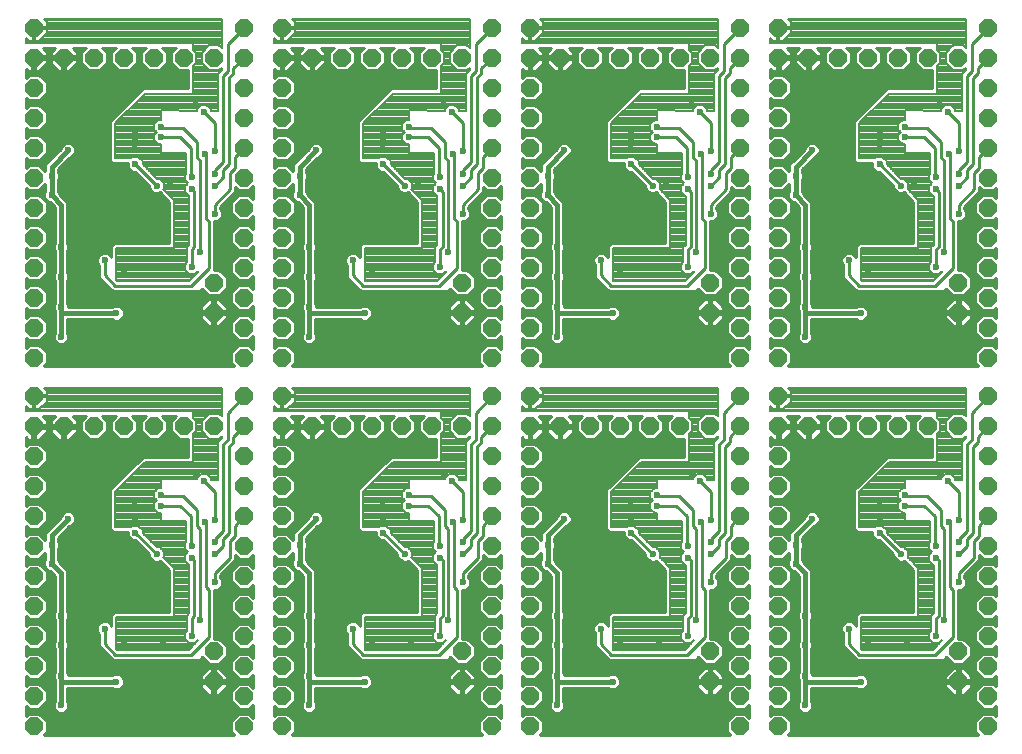
<source format=gbl>
G75*
%MOIN*%
%OFA0B0*%
%FSLAX24Y24*%
%IPPOS*%
%LPD*%
%AMOC8*
5,1,8,0,0,1.08239X$1,22.5*
%
%ADD10OC8,0.0591*%
%ADD11C,0.0236*%
%ADD12C,0.0098*%
%ADD13C,0.0079*%
%ADD14C,0.0157*%
D10*
X005192Y009173D03*
X005192Y010173D03*
X005192Y011173D03*
X005192Y012173D03*
X005192Y013173D03*
X005192Y014173D03*
X005192Y015173D03*
X005192Y016173D03*
X005192Y017173D03*
X005192Y018173D03*
X005192Y019173D03*
X006192Y019173D03*
X007192Y019173D03*
X008192Y019173D03*
X009192Y019173D03*
X010192Y019173D03*
X011192Y019173D03*
X012192Y019173D03*
X012192Y020173D03*
X013460Y020173D03*
X013460Y019173D03*
X013460Y018173D03*
X013460Y017173D03*
X013460Y016173D03*
X013460Y015173D03*
X013460Y014173D03*
X013460Y013173D03*
X013460Y012173D03*
X013460Y011173D03*
X013460Y010173D03*
X013460Y009173D03*
X012192Y009173D03*
X012192Y010173D03*
X012192Y011173D03*
X012192Y012173D03*
X012192Y013173D03*
X012192Y014173D03*
X012192Y015173D03*
X012192Y016173D03*
X012192Y017173D03*
X012192Y018173D03*
X014460Y019173D03*
X015460Y019173D03*
X016460Y019173D03*
X017460Y019173D03*
X018460Y019173D03*
X019460Y019173D03*
X020460Y019173D03*
X020460Y020173D03*
X021728Y020173D03*
X021728Y019173D03*
X022728Y019173D03*
X023728Y019173D03*
X024728Y019173D03*
X025728Y019173D03*
X026728Y019173D03*
X027728Y019173D03*
X028728Y019173D03*
X028728Y020173D03*
X029996Y020173D03*
X029996Y019173D03*
X030996Y019173D03*
X031996Y019173D03*
X032996Y019173D03*
X033996Y019173D03*
X034996Y019173D03*
X035996Y019173D03*
X036996Y019173D03*
X036996Y020173D03*
X036996Y021456D03*
X036996Y022456D03*
X036996Y023456D03*
X035996Y022956D03*
X035996Y023956D03*
X036996Y024456D03*
X036996Y025456D03*
X036996Y026456D03*
X036996Y027456D03*
X036996Y028456D03*
X036996Y029456D03*
X036996Y030456D03*
X036996Y031456D03*
X036996Y032456D03*
X035996Y031456D03*
X034996Y031456D03*
X033996Y031456D03*
X032996Y031456D03*
X031996Y031456D03*
X030996Y031456D03*
X029996Y031456D03*
X029996Y032456D03*
X028728Y032456D03*
X028728Y031456D03*
X028728Y030456D03*
X028728Y029456D03*
X028728Y028456D03*
X028728Y027456D03*
X028728Y026456D03*
X028728Y025456D03*
X028728Y024456D03*
X028728Y023456D03*
X028728Y022456D03*
X028728Y021456D03*
X029996Y021456D03*
X029996Y022456D03*
X029996Y023456D03*
X029996Y024456D03*
X029996Y025456D03*
X029996Y026456D03*
X029996Y027456D03*
X029996Y028456D03*
X029996Y029456D03*
X029996Y030456D03*
X027728Y031456D03*
X026728Y031456D03*
X025728Y031456D03*
X024728Y031456D03*
X023728Y031456D03*
X022728Y031456D03*
X021728Y031456D03*
X021728Y032456D03*
X020460Y032456D03*
X020460Y031456D03*
X020460Y030456D03*
X020460Y029456D03*
X020460Y028456D03*
X020460Y027456D03*
X020460Y026456D03*
X020460Y025456D03*
X020460Y024456D03*
X020460Y023456D03*
X020460Y022456D03*
X020460Y021456D03*
X021728Y021456D03*
X021728Y022456D03*
X021728Y023456D03*
X021728Y024456D03*
X021728Y025456D03*
X021728Y026456D03*
X021728Y027456D03*
X021728Y028456D03*
X021728Y029456D03*
X021728Y030456D03*
X019460Y031456D03*
X018460Y031456D03*
X017460Y031456D03*
X016460Y031456D03*
X015460Y031456D03*
X014460Y031456D03*
X013460Y031456D03*
X013460Y032456D03*
X012192Y032456D03*
X012192Y031456D03*
X011192Y031456D03*
X010192Y031456D03*
X009192Y031456D03*
X008192Y031456D03*
X007192Y031456D03*
X006192Y031456D03*
X005192Y031456D03*
X005192Y032456D03*
X005192Y030456D03*
X005192Y029456D03*
X005192Y028456D03*
X005192Y027456D03*
X005192Y026456D03*
X005192Y025456D03*
X005192Y024456D03*
X005192Y023456D03*
X005192Y022456D03*
X005192Y021456D03*
X005192Y020173D03*
X011192Y022956D03*
X011192Y023956D03*
X012192Y023456D03*
X012192Y022456D03*
X012192Y021456D03*
X013460Y021456D03*
X013460Y022456D03*
X013460Y023456D03*
X013460Y024456D03*
X013460Y025456D03*
X013460Y026456D03*
X013460Y027456D03*
X013460Y028456D03*
X013460Y029456D03*
X013460Y030456D03*
X012192Y030456D03*
X012192Y029456D03*
X012192Y028456D03*
X012192Y027456D03*
X012192Y026456D03*
X012192Y025456D03*
X012192Y024456D03*
X019460Y023956D03*
X019460Y022956D03*
X020460Y018173D03*
X020460Y017173D03*
X020460Y016173D03*
X020460Y015173D03*
X020460Y014173D03*
X020460Y013173D03*
X020460Y012173D03*
X020460Y011173D03*
X020460Y010173D03*
X020460Y009173D03*
X021728Y009173D03*
X021728Y010173D03*
X021728Y011173D03*
X021728Y012173D03*
X021728Y013173D03*
X021728Y014173D03*
X021728Y015173D03*
X021728Y016173D03*
X021728Y017173D03*
X021728Y018173D03*
X027728Y022956D03*
X027728Y023956D03*
X028728Y018173D03*
X028728Y017173D03*
X028728Y016173D03*
X028728Y015173D03*
X028728Y014173D03*
X028728Y013173D03*
X028728Y012173D03*
X028728Y011173D03*
X028728Y010173D03*
X028728Y009173D03*
X029996Y009173D03*
X029996Y010173D03*
X029996Y011173D03*
X029996Y012173D03*
X029996Y013173D03*
X029996Y014173D03*
X029996Y015173D03*
X029996Y016173D03*
X029996Y017173D03*
X029996Y018173D03*
X027728Y011673D03*
X027728Y010673D03*
X019460Y010673D03*
X019460Y011673D03*
X011192Y011673D03*
X011192Y010673D03*
X035996Y010673D03*
X036996Y011173D03*
X036996Y010173D03*
X036996Y009173D03*
X035996Y011673D03*
X036996Y012173D03*
X036996Y013173D03*
X036996Y014173D03*
X036996Y015173D03*
X036996Y016173D03*
X036996Y017173D03*
X036996Y018173D03*
D11*
X035661Y017350D03*
X035385Y017586D03*
X035070Y018334D03*
X034244Y016878D03*
X034244Y016523D03*
X033378Y016405D03*
X033378Y016130D03*
X033378Y016681D03*
X033378Y015618D03*
X034086Y014909D03*
X034519Y014988D03*
X035267Y015185D03*
X035267Y014791D03*
X036015Y014909D03*
X036015Y015303D03*
X035700Y015972D03*
X036015Y016051D03*
X036015Y013964D03*
X035543Y012704D03*
X035267Y012193D03*
X034283Y011917D03*
X033653Y011248D03*
X033338Y011011D03*
X033968Y011011D03*
X032748Y010657D03*
X032984Y011996D03*
X032354Y012429D03*
X033102Y013256D03*
X033496Y013649D03*
X033889Y013256D03*
X033889Y014043D03*
X033102Y014043D03*
X030897Y012862D03*
X030897Y011878D03*
X030897Y010854D03*
X030897Y009870D03*
X027000Y012193D03*
X027275Y012704D03*
X027748Y013964D03*
X027748Y014909D03*
X027748Y015303D03*
X027433Y015972D03*
X027748Y016051D03*
X027000Y015185D03*
X027000Y014791D03*
X026252Y014988D03*
X025818Y014909D03*
X025622Y014043D03*
X025228Y013649D03*
X025622Y013256D03*
X024834Y013256D03*
X024834Y014043D03*
X025110Y015618D03*
X025110Y016130D03*
X025110Y016405D03*
X025110Y016681D03*
X025976Y016523D03*
X025976Y016878D03*
X027118Y017586D03*
X027393Y017350D03*
X026803Y018334D03*
X024126Y017429D03*
X023732Y017547D03*
X023338Y017429D03*
X023850Y016405D03*
X022866Y016090D03*
X022315Y015224D03*
X022315Y014594D03*
X022629Y012862D03*
X022629Y011878D03*
X022629Y010854D03*
X022629Y009870D03*
X024480Y010657D03*
X025070Y011011D03*
X025385Y011248D03*
X025700Y011011D03*
X026015Y011917D03*
X024716Y011996D03*
X024086Y012429D03*
X019480Y013964D03*
X019480Y014909D03*
X019480Y015303D03*
X019165Y015972D03*
X019480Y016051D03*
X018732Y015185D03*
X018732Y014791D03*
X017984Y014988D03*
X017551Y014909D03*
X017354Y014043D03*
X016960Y013649D03*
X016566Y013256D03*
X016566Y014043D03*
X017354Y013256D03*
X016448Y011996D03*
X015818Y012429D03*
X017118Y011248D03*
X017433Y011011D03*
X016803Y011011D03*
X016212Y010657D03*
X017748Y011917D03*
X018732Y012193D03*
X019007Y012704D03*
X016842Y015618D03*
X016842Y016130D03*
X016842Y016405D03*
X016842Y016681D03*
X017708Y016523D03*
X017708Y016878D03*
X018850Y017586D03*
X019126Y017350D03*
X018535Y018334D03*
X015858Y017429D03*
X015464Y017547D03*
X015070Y017429D03*
X015582Y016405D03*
X014598Y016090D03*
X014047Y015224D03*
X014047Y014594D03*
X014362Y012862D03*
X014362Y011878D03*
X014362Y010854D03*
X014362Y009870D03*
X010740Y012704D03*
X010464Y012193D03*
X009480Y011917D03*
X008850Y011248D03*
X009165Y011011D03*
X008535Y011011D03*
X007944Y010657D03*
X008181Y011996D03*
X007551Y012429D03*
X008299Y013256D03*
X008692Y013649D03*
X008299Y014043D03*
X009086Y014043D03*
X009086Y013256D03*
X009283Y014909D03*
X009716Y014988D03*
X010464Y015185D03*
X010464Y014791D03*
X011212Y014909D03*
X011212Y015303D03*
X010897Y015972D03*
X011212Y016051D03*
X010858Y017350D03*
X010582Y017586D03*
X010267Y018334D03*
X009441Y016878D03*
X009441Y016523D03*
X008574Y016405D03*
X008574Y016130D03*
X008574Y016681D03*
X007590Y017429D03*
X007196Y017547D03*
X006803Y017429D03*
X007315Y016405D03*
X006330Y016090D03*
X005779Y015224D03*
X005779Y014594D03*
X006094Y012862D03*
X006094Y011878D03*
X006094Y010854D03*
X006094Y009870D03*
X011212Y013964D03*
X008574Y015618D03*
X006094Y022153D03*
X006094Y023137D03*
X006094Y024161D03*
X006094Y025145D03*
X007551Y024712D03*
X008181Y024279D03*
X008850Y023531D03*
X009165Y023295D03*
X008535Y023295D03*
X007944Y022941D03*
X009480Y024200D03*
X010464Y024476D03*
X010740Y024988D03*
X011212Y026248D03*
X011212Y027193D03*
X011212Y027586D03*
X010897Y028256D03*
X011212Y028334D03*
X010464Y027468D03*
X010464Y027074D03*
X009716Y027271D03*
X009283Y027193D03*
X009086Y026326D03*
X008692Y025933D03*
X008299Y026326D03*
X008299Y025539D03*
X009086Y025539D03*
X008574Y027901D03*
X008574Y028413D03*
X008574Y028689D03*
X008574Y028964D03*
X007590Y029712D03*
X007196Y029830D03*
X006803Y029712D03*
X007315Y028689D03*
X006330Y028374D03*
X005779Y027507D03*
X005779Y026878D03*
X009441Y028807D03*
X009441Y029161D03*
X010582Y029870D03*
X010858Y029633D03*
X010267Y030618D03*
X014047Y027507D03*
X014047Y026878D03*
X014598Y028374D03*
X015582Y028689D03*
X015858Y029712D03*
X015464Y029830D03*
X015070Y029712D03*
X016842Y028964D03*
X016842Y028689D03*
X016842Y028413D03*
X016842Y027901D03*
X017551Y027193D03*
X017984Y027271D03*
X018732Y027074D03*
X018732Y027468D03*
X019480Y027586D03*
X019480Y027193D03*
X019480Y026248D03*
X019007Y024988D03*
X018732Y024476D03*
X017748Y024200D03*
X017118Y023531D03*
X017433Y023295D03*
X016803Y023295D03*
X016212Y022941D03*
X016448Y024279D03*
X015818Y024712D03*
X016566Y025539D03*
X016960Y025933D03*
X016566Y026326D03*
X017354Y026326D03*
X017354Y025539D03*
X019165Y028256D03*
X019480Y028334D03*
X019126Y029633D03*
X018850Y029870D03*
X018535Y030618D03*
X017708Y029161D03*
X017708Y028807D03*
X014362Y025145D03*
X014362Y024161D03*
X014362Y023137D03*
X014362Y022153D03*
X022629Y022153D03*
X022629Y023137D03*
X022629Y024161D03*
X022629Y025145D03*
X024086Y024712D03*
X024716Y024279D03*
X025385Y023531D03*
X025070Y023295D03*
X025700Y023295D03*
X026015Y024200D03*
X027000Y024476D03*
X027275Y024988D03*
X027748Y026248D03*
X027748Y027193D03*
X027748Y027586D03*
X027433Y028256D03*
X027748Y028334D03*
X027000Y027468D03*
X027000Y027074D03*
X026252Y027271D03*
X025818Y027193D03*
X025622Y026326D03*
X025228Y025933D03*
X024834Y026326D03*
X024834Y025539D03*
X025622Y025539D03*
X025110Y027901D03*
X025110Y028413D03*
X025110Y028689D03*
X025110Y028964D03*
X025976Y028807D03*
X025976Y029161D03*
X027118Y029870D03*
X027393Y029633D03*
X026803Y030618D03*
X024126Y029712D03*
X023732Y029830D03*
X023338Y029712D03*
X023850Y028689D03*
X022866Y028374D03*
X022315Y027507D03*
X022315Y026878D03*
X024480Y022941D03*
X030582Y026878D03*
X030582Y027507D03*
X031133Y028374D03*
X032118Y028689D03*
X032393Y029712D03*
X032000Y029830D03*
X031606Y029712D03*
X033378Y028964D03*
X033378Y028689D03*
X033378Y028413D03*
X033378Y027901D03*
X034086Y027193D03*
X034519Y027271D03*
X035267Y027074D03*
X035267Y027468D03*
X036015Y027586D03*
X036015Y027193D03*
X036015Y026248D03*
X035543Y024988D03*
X035267Y024476D03*
X034283Y024200D03*
X033653Y023531D03*
X033338Y023295D03*
X033968Y023295D03*
X032748Y022941D03*
X032984Y024279D03*
X032354Y024712D03*
X033102Y025539D03*
X033496Y025933D03*
X033889Y026326D03*
X033889Y025539D03*
X033102Y026326D03*
X030897Y025145D03*
X030897Y024161D03*
X030897Y023137D03*
X030897Y022153D03*
X032000Y017547D03*
X032393Y017429D03*
X031606Y017429D03*
X032118Y016405D03*
X031133Y016090D03*
X030582Y015224D03*
X030582Y014594D03*
X035700Y028256D03*
X036015Y028334D03*
X035661Y029633D03*
X035385Y029870D03*
X035070Y030618D03*
X034244Y029161D03*
X034244Y028807D03*
D12*
X005616Y008998D02*
X005513Y008895D01*
X011871Y008895D01*
X011769Y008998D01*
X011769Y009348D01*
X012017Y009596D01*
X012368Y009596D01*
X012502Y009462D01*
X012502Y009883D01*
X012368Y009750D01*
X012017Y009750D01*
X011769Y009998D01*
X011769Y010348D01*
X012017Y010596D01*
X012368Y010596D01*
X012502Y010462D01*
X012502Y010883D01*
X012368Y010750D01*
X012017Y010750D01*
X011769Y010998D01*
X011769Y011348D01*
X012017Y011596D01*
X012368Y011596D01*
X012502Y011462D01*
X012502Y011883D01*
X012368Y011750D01*
X012017Y011750D01*
X011769Y011998D01*
X011769Y012348D01*
X012017Y012596D01*
X012368Y012596D01*
X012502Y012462D01*
X012502Y012883D01*
X012368Y012750D01*
X012017Y012750D01*
X011769Y012998D01*
X011769Y013348D01*
X012017Y013596D01*
X012368Y013596D01*
X012502Y013462D01*
X012502Y013883D01*
X012368Y013750D01*
X012017Y013750D01*
X011769Y013998D01*
X011769Y014348D01*
X012017Y014596D01*
X012368Y014596D01*
X012502Y014462D01*
X012502Y014883D01*
X012368Y014750D01*
X012017Y014750D01*
X011901Y014866D01*
X011901Y014718D01*
X011797Y014614D01*
X011389Y014206D01*
X011389Y014135D01*
X011421Y014104D01*
X011458Y014013D01*
X011458Y013915D01*
X011421Y013825D01*
X011352Y013756D01*
X011261Y013718D01*
X011192Y013718D01*
X011192Y012096D01*
X011368Y012096D01*
X011616Y011848D01*
X011616Y011498D01*
X011368Y011250D01*
X011017Y011250D01*
X010801Y011466D01*
X010730Y011395D01*
X010508Y011395D01*
X010498Y011385D01*
X007832Y011385D01*
X007374Y011844D01*
X007374Y012258D01*
X007342Y012289D01*
X007305Y012380D01*
X007305Y012478D01*
X007342Y012568D01*
X007411Y012637D01*
X007502Y012675D01*
X007600Y012675D01*
X007690Y012637D01*
X007759Y012568D01*
X007777Y012525D01*
X007777Y012892D01*
X007875Y012990D01*
X009706Y012990D01*
X009706Y014367D01*
X009388Y014686D01*
X009332Y014663D01*
X009234Y014663D01*
X009144Y014700D01*
X009074Y014770D01*
X009037Y014860D01*
X009037Y014905D01*
X008570Y015372D01*
X008525Y015372D01*
X008435Y015409D01*
X008366Y015478D01*
X008328Y015569D01*
X008328Y015647D01*
X007836Y015647D01*
X007738Y015745D01*
X007738Y017065D01*
X008722Y018049D01*
X008820Y018147D01*
X010336Y018147D01*
X010336Y018750D01*
X010017Y018750D01*
X009769Y018998D01*
X009769Y019348D01*
X009927Y019506D01*
X009458Y019506D01*
X009616Y019348D01*
X009616Y018998D01*
X009368Y018750D01*
X009017Y018750D01*
X008769Y018998D01*
X008769Y019348D01*
X008927Y019506D01*
X008458Y019506D01*
X008616Y019348D01*
X008616Y018998D01*
X008368Y018750D01*
X008017Y018750D01*
X007769Y018998D01*
X007769Y019348D01*
X007927Y019506D01*
X007458Y019506D01*
X007616Y019348D01*
X007616Y018998D01*
X007368Y018750D01*
X007017Y018750D01*
X006769Y018998D01*
X006769Y019348D01*
X006927Y019506D01*
X006488Y019506D01*
X006637Y019357D01*
X006637Y019222D01*
X006242Y019222D01*
X006242Y019124D01*
X006637Y019124D01*
X006637Y018989D01*
X006377Y018728D01*
X006242Y018728D01*
X006242Y019124D01*
X006143Y019124D01*
X005748Y019124D01*
X005748Y018989D01*
X006008Y018728D01*
X006143Y018728D01*
X006143Y019124D01*
X006143Y019222D01*
X005748Y019222D01*
X005748Y019357D01*
X005897Y019506D01*
X005488Y019506D01*
X005637Y019357D01*
X005637Y019222D01*
X005242Y019222D01*
X005242Y019124D01*
X005637Y019124D01*
X005637Y018989D01*
X005377Y018728D01*
X005242Y018728D01*
X005242Y019124D01*
X005143Y019124D01*
X005143Y018728D01*
X005008Y018728D01*
X004923Y018814D01*
X004923Y018502D01*
X005017Y018596D01*
X005368Y018596D01*
X005616Y018348D01*
X005616Y017998D01*
X005368Y017750D01*
X005017Y017750D01*
X004923Y017844D01*
X004923Y017502D01*
X005017Y017596D01*
X005368Y017596D01*
X005616Y017348D01*
X005616Y016998D01*
X005368Y016750D01*
X005017Y016750D01*
X004923Y016844D01*
X004923Y016502D01*
X005017Y016596D01*
X005368Y016596D01*
X005616Y016348D01*
X005616Y015998D01*
X005368Y015750D01*
X005017Y015750D01*
X004923Y015844D01*
X004923Y015502D01*
X005017Y015596D01*
X005368Y015596D01*
X005572Y015391D01*
X005572Y015625D01*
X006084Y016136D01*
X006084Y016139D01*
X006122Y016230D01*
X006191Y016299D01*
X006281Y016336D01*
X006379Y016336D01*
X006470Y016299D01*
X006539Y016230D01*
X006576Y016139D01*
X006576Y016041D01*
X006539Y015951D01*
X006470Y015882D01*
X006379Y015844D01*
X006377Y015844D01*
X005986Y015453D01*
X005986Y015365D01*
X005988Y015363D01*
X006025Y015273D01*
X006025Y015175D01*
X005988Y015085D01*
X005986Y015083D01*
X005986Y014735D01*
X005988Y014733D01*
X006025Y014643D01*
X006025Y014640D01*
X006301Y014365D01*
X006301Y013003D01*
X006303Y013001D01*
X006340Y012911D01*
X006340Y012813D01*
X006303Y012722D01*
X006301Y012721D01*
X006301Y012019D01*
X006303Y012017D01*
X006340Y011927D01*
X006340Y011829D01*
X006303Y011738D01*
X006301Y011736D01*
X006301Y010995D01*
X006303Y010993D01*
X006340Y010903D01*
X006340Y010864D01*
X007803Y010864D01*
X007805Y010866D01*
X007895Y010903D01*
X007993Y010903D01*
X008084Y010866D01*
X008153Y010796D01*
X008191Y010706D01*
X008191Y010608D01*
X008153Y010518D01*
X008084Y010448D01*
X007993Y010411D01*
X007895Y010411D01*
X007805Y010448D01*
X007803Y010450D01*
X006301Y010450D01*
X006301Y010011D01*
X006303Y010009D01*
X006340Y009919D01*
X006340Y009821D01*
X006303Y009730D01*
X006233Y009661D01*
X006143Y009624D01*
X006045Y009624D01*
X005955Y009661D01*
X005885Y009730D01*
X005848Y009821D01*
X005848Y009919D01*
X005885Y010009D01*
X005887Y010011D01*
X005887Y010713D01*
X005885Y010715D01*
X005848Y010805D01*
X005848Y010903D01*
X005885Y010993D01*
X005887Y010995D01*
X005887Y011736D01*
X005885Y011738D01*
X005848Y011829D01*
X005848Y011927D01*
X005885Y012017D01*
X005887Y012019D01*
X005887Y012721D01*
X005885Y012722D01*
X005848Y012813D01*
X005848Y012911D01*
X005885Y013001D01*
X005887Y013003D01*
X005887Y014194D01*
X005733Y014348D01*
X005730Y014348D01*
X005640Y014385D01*
X005570Y014455D01*
X005533Y014545D01*
X005533Y014643D01*
X005570Y014733D01*
X005572Y014735D01*
X005572Y014954D01*
X005368Y014750D01*
X005017Y014750D01*
X004923Y014844D01*
X004923Y014502D01*
X005017Y014596D01*
X005368Y014596D01*
X005616Y014348D01*
X005616Y013998D01*
X005368Y013750D01*
X005017Y013750D01*
X004923Y013844D01*
X004923Y013502D01*
X005017Y013596D01*
X005368Y013596D01*
X005616Y013348D01*
X005616Y012998D01*
X005368Y012750D01*
X005017Y012750D01*
X004923Y012844D01*
X004923Y012502D01*
X005017Y012596D01*
X005368Y012596D01*
X005616Y012348D01*
X005616Y011998D01*
X005368Y011750D01*
X005017Y011750D01*
X004923Y011844D01*
X004923Y011502D01*
X005017Y011596D01*
X005368Y011596D01*
X005616Y011348D01*
X005616Y010998D01*
X005368Y010750D01*
X005017Y010750D01*
X004923Y010844D01*
X004923Y010502D01*
X005017Y010596D01*
X005368Y010596D01*
X005616Y010348D01*
X005616Y009998D01*
X005368Y009750D01*
X005017Y009750D01*
X004923Y009844D01*
X004923Y009502D01*
X005017Y009596D01*
X005368Y009596D01*
X005616Y009348D01*
X005616Y008998D01*
X005610Y008992D02*
X011775Y008992D01*
X011769Y009089D02*
X005616Y009089D01*
X005616Y009186D02*
X011769Y009186D01*
X011769Y009283D02*
X005616Y009283D01*
X005584Y009380D02*
X011801Y009380D01*
X011898Y009477D02*
X005487Y009477D01*
X005390Y009574D02*
X011995Y009574D01*
X011999Y009768D02*
X006318Y009768D01*
X006340Y009864D02*
X011902Y009864D01*
X011805Y009961D02*
X006322Y009961D01*
X006301Y010058D02*
X011769Y010058D01*
X011769Y010155D02*
X006301Y010155D01*
X006301Y010252D02*
X010985Y010252D01*
X011008Y010228D02*
X010748Y010489D01*
X010748Y010624D01*
X011143Y010624D01*
X011143Y010722D01*
X010748Y010722D01*
X010748Y010857D01*
X011008Y011117D01*
X011143Y011117D01*
X011143Y010722D01*
X011242Y010722D01*
X011637Y010722D01*
X011637Y010857D01*
X011377Y011117D01*
X011242Y011117D01*
X011242Y010722D01*
X011242Y010624D01*
X011637Y010624D01*
X011637Y010489D01*
X011377Y010228D01*
X011242Y010228D01*
X011242Y010624D01*
X011143Y010624D01*
X011143Y010228D01*
X011008Y010228D01*
X011143Y010252D02*
X011242Y010252D01*
X011242Y010349D02*
X011143Y010349D01*
X011143Y010446D02*
X011242Y010446D01*
X011242Y010543D02*
X011143Y010543D01*
X011143Y010640D02*
X008191Y010640D01*
X008178Y010737D02*
X010748Y010737D01*
X010748Y010834D02*
X008116Y010834D01*
X008163Y010543D02*
X010748Y010543D01*
X010791Y010446D02*
X008078Y010446D01*
X007811Y010446D02*
X006301Y010446D01*
X006301Y010349D02*
X010888Y010349D01*
X011242Y010640D02*
X012502Y010640D01*
X012502Y010737D02*
X011637Y010737D01*
X011637Y010834D02*
X011933Y010834D01*
X011836Y010931D02*
X011563Y010931D01*
X011466Y011028D02*
X011769Y011028D01*
X011769Y011124D02*
X006301Y011124D01*
X006301Y011028D02*
X010919Y011028D01*
X010822Y010931D02*
X006329Y010931D01*
X006301Y011221D02*
X011769Y011221D01*
X011769Y011318D02*
X011436Y011318D01*
X011533Y011415D02*
X011836Y011415D01*
X011933Y011512D02*
X011616Y011512D01*
X011616Y011609D02*
X012502Y011609D01*
X012502Y011512D02*
X012452Y011512D01*
X012502Y011706D02*
X011616Y011706D01*
X011616Y011803D02*
X011964Y011803D01*
X011867Y011900D02*
X011564Y011900D01*
X011467Y011997D02*
X011770Y011997D01*
X011769Y012094D02*
X011370Y012094D01*
X011192Y012191D02*
X011769Y012191D01*
X011769Y012288D02*
X011192Y012288D01*
X011192Y012385D02*
X011806Y012385D01*
X011903Y012481D02*
X011192Y012481D01*
X011192Y012578D02*
X011999Y012578D01*
X011995Y012772D02*
X011192Y012772D01*
X011192Y012675D02*
X012502Y012675D01*
X012502Y012578D02*
X012385Y012578D01*
X012482Y012481D02*
X012502Y012481D01*
X012502Y012772D02*
X012390Y012772D01*
X012487Y012869D02*
X012502Y012869D01*
X013191Y012844D02*
X013191Y012502D01*
X013285Y012596D01*
X013635Y012596D01*
X013883Y012348D01*
X013883Y011998D01*
X013635Y011750D01*
X013285Y011750D01*
X013191Y011844D01*
X013191Y011502D01*
X013285Y011596D01*
X013635Y011596D01*
X013883Y011348D01*
X013883Y010998D01*
X013635Y010750D01*
X013285Y010750D01*
X013191Y010844D01*
X013191Y010502D01*
X013285Y010596D01*
X013635Y010596D01*
X013883Y010348D01*
X013883Y009998D01*
X013635Y009750D01*
X013285Y009750D01*
X013191Y009844D01*
X013191Y009502D01*
X013285Y009596D01*
X013635Y009596D01*
X013883Y009348D01*
X013883Y008998D01*
X013781Y008895D01*
X020139Y008895D01*
X020037Y008998D01*
X020037Y009348D01*
X020285Y009596D01*
X020635Y009596D01*
X020769Y009462D01*
X020769Y009883D01*
X020635Y009750D01*
X020285Y009750D01*
X020037Y009998D01*
X020037Y010348D01*
X020285Y010596D01*
X020635Y010596D01*
X020769Y010462D01*
X020769Y010883D01*
X020635Y010750D01*
X020285Y010750D01*
X020037Y010998D01*
X020037Y011348D01*
X020285Y011596D01*
X020635Y011596D01*
X020769Y011462D01*
X020769Y011883D01*
X020635Y011750D01*
X020285Y011750D01*
X020037Y011998D01*
X020037Y012348D01*
X020285Y012596D01*
X020635Y012596D01*
X020769Y012462D01*
X020769Y012883D01*
X020635Y012750D01*
X020285Y012750D01*
X020037Y012998D01*
X020037Y013348D01*
X020285Y013596D01*
X020635Y013596D01*
X020769Y013462D01*
X020769Y013883D01*
X020635Y013750D01*
X020285Y013750D01*
X020037Y013998D01*
X020037Y014348D01*
X020285Y014596D01*
X020635Y014596D01*
X020769Y014462D01*
X020769Y014883D01*
X020635Y014750D01*
X020285Y014750D01*
X020169Y014866D01*
X020169Y014718D01*
X020065Y014614D01*
X020769Y014614D01*
X020769Y014711D02*
X020162Y014711D01*
X020169Y014808D02*
X020227Y014808D01*
X019992Y014791D02*
X019992Y015342D01*
X020149Y015500D01*
X020149Y015862D01*
X020460Y016173D01*
X019952Y015618D02*
X019755Y015421D01*
X019755Y015185D01*
X019480Y014909D01*
X019992Y014791D02*
X019480Y014279D01*
X019480Y013964D01*
X019657Y014135D02*
X019657Y014206D01*
X020065Y014614D01*
X020065Y014614D01*
X019968Y014517D02*
X020206Y014517D01*
X020109Y014420D02*
X019871Y014420D01*
X019774Y014323D02*
X020037Y014323D01*
X020037Y014226D02*
X019677Y014226D01*
X019657Y014135D02*
X019688Y014104D01*
X019726Y014013D01*
X019726Y013915D01*
X019688Y013825D01*
X019619Y013756D01*
X019529Y013718D01*
X019460Y013718D01*
X019460Y012096D01*
X019635Y012096D01*
X019883Y011848D01*
X019883Y011498D01*
X019635Y011250D01*
X019285Y011250D01*
X019069Y011466D01*
X018998Y011395D01*
X018776Y011395D01*
X018766Y011385D01*
X016099Y011385D01*
X015641Y011844D01*
X015641Y012258D01*
X015610Y012289D01*
X015572Y012380D01*
X015572Y012478D01*
X015610Y012568D01*
X015679Y012637D01*
X015770Y012675D01*
X015867Y012675D01*
X015958Y012637D01*
X016027Y012568D01*
X016045Y012525D01*
X016045Y012892D01*
X016143Y012990D01*
X017974Y012990D01*
X017974Y014367D01*
X017655Y014686D01*
X017600Y014663D01*
X017502Y014663D01*
X017411Y014700D01*
X017342Y014770D01*
X017305Y014860D01*
X017305Y014905D01*
X016838Y015372D01*
X016793Y015372D01*
X016703Y015409D01*
X016633Y015478D01*
X016596Y015569D01*
X016596Y015647D01*
X016103Y015647D01*
X016005Y015745D01*
X016005Y017065D01*
X016990Y018049D01*
X017088Y018147D01*
X018604Y018147D01*
X018604Y018750D01*
X018285Y018750D01*
X018037Y018998D01*
X018037Y019348D01*
X018194Y019506D01*
X017726Y019506D01*
X017883Y019348D01*
X017883Y018998D01*
X017635Y018750D01*
X017285Y018750D01*
X017037Y018998D01*
X017037Y019348D01*
X017194Y019506D01*
X016726Y019506D01*
X016883Y019348D01*
X016883Y018998D01*
X016635Y018750D01*
X016285Y018750D01*
X016037Y018998D01*
X016037Y019348D01*
X016194Y019506D01*
X015726Y019506D01*
X015883Y019348D01*
X015883Y018998D01*
X015635Y018750D01*
X015285Y018750D01*
X015037Y018998D01*
X015037Y019348D01*
X015194Y019506D01*
X014756Y019506D01*
X014905Y019357D01*
X014905Y019222D01*
X014509Y019222D01*
X014509Y019124D01*
X014509Y018728D01*
X014644Y018728D01*
X014905Y018989D01*
X014905Y019124D01*
X014509Y019124D01*
X014411Y019124D01*
X014016Y019124D01*
X014016Y018989D01*
X014276Y018728D01*
X014411Y018728D01*
X014411Y019124D01*
X014411Y019222D01*
X014016Y019222D01*
X014016Y019357D01*
X014164Y019506D01*
X013756Y019506D01*
X013905Y019357D01*
X013905Y019222D01*
X013509Y019222D01*
X013509Y019124D01*
X013509Y018728D01*
X013644Y018728D01*
X013905Y018989D01*
X013905Y019124D01*
X013509Y019124D01*
X013411Y019124D01*
X013411Y018728D01*
X013276Y018728D01*
X013191Y018814D01*
X013191Y018502D01*
X013285Y018596D01*
X013635Y018596D01*
X013883Y018348D01*
X013883Y017998D01*
X013635Y017750D01*
X013285Y017750D01*
X013191Y017844D01*
X013191Y017502D01*
X013285Y017596D01*
X013635Y017596D01*
X013883Y017348D01*
X013883Y016998D01*
X013635Y016750D01*
X013285Y016750D01*
X013191Y016844D01*
X013191Y016502D01*
X013285Y016596D01*
X013635Y016596D01*
X013883Y016348D01*
X013883Y015998D01*
X013635Y015750D01*
X013285Y015750D01*
X013191Y015844D01*
X013191Y015502D01*
X013285Y015596D01*
X013635Y015596D01*
X013840Y015391D01*
X013840Y015625D01*
X014352Y016136D01*
X014352Y016139D01*
X014389Y016230D01*
X014459Y016299D01*
X014549Y016336D01*
X014647Y016336D01*
X014737Y016299D01*
X014807Y016230D01*
X014844Y016139D01*
X014844Y016041D01*
X014807Y015951D01*
X014737Y015882D01*
X014647Y015844D01*
X014644Y015844D01*
X014253Y015453D01*
X014253Y015365D01*
X014255Y015363D01*
X014293Y015273D01*
X014293Y015175D01*
X014255Y015085D01*
X014253Y015083D01*
X014253Y014735D01*
X014255Y014733D01*
X014293Y014643D01*
X014293Y014640D01*
X014568Y014365D01*
X014568Y013003D01*
X014570Y013001D01*
X014608Y012911D01*
X014608Y012813D01*
X014570Y012722D01*
X014568Y012721D01*
X014568Y012019D01*
X014570Y012017D01*
X014608Y011927D01*
X014608Y011829D01*
X014570Y011738D01*
X014568Y011736D01*
X014568Y010995D01*
X014570Y010993D01*
X014608Y010903D01*
X014608Y010864D01*
X016071Y010864D01*
X016073Y010866D01*
X016163Y010903D01*
X016261Y010903D01*
X016352Y010866D01*
X016421Y010796D01*
X016458Y010706D01*
X016458Y010608D01*
X016421Y010518D01*
X016352Y010448D01*
X016261Y010411D01*
X016163Y010411D01*
X016073Y010448D01*
X016071Y010450D01*
X014568Y010450D01*
X014568Y010011D01*
X014570Y010009D01*
X014608Y009919D01*
X014608Y009821D01*
X014570Y009730D01*
X014501Y009661D01*
X014411Y009624D01*
X014313Y009624D01*
X014222Y009661D01*
X014153Y009730D01*
X014116Y009821D01*
X014116Y009919D01*
X014153Y010009D01*
X014155Y010011D01*
X014155Y010713D01*
X014153Y010715D01*
X014116Y010805D01*
X014116Y010903D01*
X014153Y010993D01*
X014155Y010995D01*
X014155Y011736D01*
X014153Y011738D01*
X014116Y011829D01*
X014116Y011927D01*
X014153Y012017D01*
X014155Y012019D01*
X014155Y012721D01*
X014153Y012722D01*
X014116Y012813D01*
X014116Y012911D01*
X014153Y013001D01*
X014155Y013003D01*
X014155Y014194D01*
X014001Y014348D01*
X013998Y014348D01*
X013907Y014385D01*
X013838Y014455D01*
X013801Y014545D01*
X013801Y014643D01*
X013838Y014733D01*
X013840Y014735D01*
X013840Y014954D01*
X013635Y014750D01*
X013285Y014750D01*
X013191Y014844D01*
X013191Y014502D01*
X013285Y014596D01*
X013635Y014596D01*
X013883Y014348D01*
X013883Y013998D01*
X013635Y013750D01*
X013285Y013750D01*
X013191Y013844D01*
X013191Y013502D01*
X013285Y013596D01*
X013635Y013596D01*
X013883Y013348D01*
X013883Y012998D01*
X013635Y012750D01*
X013285Y012750D01*
X013191Y012844D01*
X013191Y012772D02*
X013262Y012772D01*
X013191Y012675D02*
X014155Y012675D01*
X014155Y012578D02*
X013653Y012578D01*
X013750Y012481D02*
X014155Y012481D01*
X014155Y012385D02*
X013847Y012385D01*
X013883Y012288D02*
X014155Y012288D01*
X014155Y012191D02*
X013883Y012191D01*
X013883Y012094D02*
X014155Y012094D01*
X014145Y011997D02*
X013883Y011997D01*
X013786Y011900D02*
X014116Y011900D01*
X014126Y011803D02*
X013689Y011803D01*
X013719Y011512D02*
X014155Y011512D01*
X014155Y011415D02*
X013816Y011415D01*
X013883Y011318D02*
X014155Y011318D01*
X014155Y011221D02*
X013883Y011221D01*
X013883Y011124D02*
X014155Y011124D01*
X014155Y011028D02*
X013883Y011028D01*
X013817Y010931D02*
X014127Y010931D01*
X014116Y010834D02*
X013720Y010834D01*
X013689Y010543D02*
X014155Y010543D01*
X014155Y010640D02*
X013191Y010640D01*
X013191Y010737D02*
X014144Y010737D01*
X014155Y010446D02*
X013786Y010446D01*
X013882Y010349D02*
X014155Y010349D01*
X014155Y010252D02*
X013883Y010252D01*
X013883Y010155D02*
X014155Y010155D01*
X014155Y010058D02*
X013883Y010058D01*
X013847Y009961D02*
X014133Y009961D01*
X014116Y009864D02*
X013750Y009864D01*
X013653Y009768D02*
X014138Y009768D01*
X014213Y009671D02*
X013191Y009671D01*
X013191Y009768D02*
X013267Y009768D01*
X013262Y009574D02*
X013191Y009574D01*
X013658Y009574D02*
X020262Y009574D01*
X020166Y009477D02*
X013755Y009477D01*
X013852Y009380D02*
X020069Y009380D01*
X020037Y009283D02*
X013883Y009283D01*
X013883Y009186D02*
X020037Y009186D01*
X020037Y009089D02*
X013883Y009089D01*
X013878Y008992D02*
X020042Y008992D01*
X020658Y009574D02*
X020769Y009574D01*
X020769Y009671D02*
X014511Y009671D01*
X014586Y009768D02*
X020267Y009768D01*
X020170Y009864D02*
X014608Y009864D01*
X014590Y009961D02*
X020073Y009961D01*
X020037Y010058D02*
X014568Y010058D01*
X014568Y010155D02*
X020037Y010155D01*
X020037Y010252D02*
X019668Y010252D01*
X019644Y010228D02*
X019905Y010489D01*
X019905Y010624D01*
X019509Y010624D01*
X019509Y010228D01*
X019644Y010228D01*
X019509Y010252D02*
X019411Y010252D01*
X019411Y010228D02*
X019411Y010624D01*
X019016Y010624D01*
X019016Y010489D01*
X019276Y010228D01*
X019411Y010228D01*
X019411Y010349D02*
X019509Y010349D01*
X019509Y010446D02*
X019411Y010446D01*
X019411Y010543D02*
X019509Y010543D01*
X019509Y010624D02*
X019411Y010624D01*
X019411Y010722D01*
X019016Y010722D01*
X019016Y010857D01*
X019276Y011117D01*
X019411Y011117D01*
X019411Y010722D01*
X019509Y010722D01*
X019509Y011117D01*
X019644Y011117D01*
X019905Y010857D01*
X019905Y010722D01*
X019509Y010722D01*
X019509Y010624D01*
X019509Y010640D02*
X020769Y010640D01*
X020769Y010737D02*
X019905Y010737D01*
X019905Y010834D02*
X020201Y010834D01*
X020104Y010931D02*
X019831Y010931D01*
X019734Y011028D02*
X020037Y011028D01*
X020037Y011124D02*
X014568Y011124D01*
X014568Y011028D02*
X019186Y011028D01*
X019089Y010931D02*
X014596Y010931D01*
X014568Y011221D02*
X020037Y011221D01*
X020037Y011318D02*
X019704Y011318D01*
X019801Y011415D02*
X020104Y011415D01*
X020201Y011512D02*
X019883Y011512D01*
X019883Y011609D02*
X020769Y011609D01*
X020769Y011512D02*
X020719Y011512D01*
X020769Y011706D02*
X019883Y011706D01*
X019883Y011803D02*
X020232Y011803D01*
X020135Y011900D02*
X019832Y011900D01*
X019735Y011997D02*
X020038Y011997D01*
X020037Y012094D02*
X019638Y012094D01*
X019460Y012191D02*
X020037Y012191D01*
X020037Y012288D02*
X019460Y012288D01*
X019460Y012385D02*
X020073Y012385D01*
X020170Y012481D02*
X019460Y012481D01*
X019460Y012578D02*
X020267Y012578D01*
X020262Y012772D02*
X019460Y012772D01*
X019460Y012675D02*
X020769Y012675D01*
X020769Y012578D02*
X020653Y012578D01*
X020750Y012481D02*
X020769Y012481D01*
X020769Y012772D02*
X020658Y012772D01*
X020755Y012869D02*
X020769Y012869D01*
X021458Y012844D02*
X021458Y012502D01*
X021553Y012596D01*
X021903Y012596D01*
X022151Y012348D01*
X022151Y011998D01*
X021903Y011750D01*
X021553Y011750D01*
X021458Y011844D01*
X021458Y011502D01*
X021553Y011596D01*
X021903Y011596D01*
X022151Y011348D01*
X022151Y010998D01*
X021903Y010750D01*
X021553Y010750D01*
X021458Y010844D01*
X021458Y010502D01*
X021553Y010596D01*
X021903Y010596D01*
X022151Y010348D01*
X022151Y009998D01*
X021903Y009750D01*
X021553Y009750D01*
X021458Y009844D01*
X021458Y009502D01*
X021553Y009596D01*
X021903Y009596D01*
X022151Y009348D01*
X022151Y008998D01*
X022049Y008895D01*
X028407Y008895D01*
X028305Y008998D01*
X028305Y009348D01*
X028553Y009596D01*
X028903Y009596D01*
X029037Y009462D01*
X029037Y009883D01*
X028903Y009750D01*
X028553Y009750D01*
X028305Y009998D01*
X028305Y010348D01*
X028553Y010596D01*
X028903Y010596D01*
X029037Y010462D01*
X029037Y010883D01*
X028903Y010750D01*
X028553Y010750D01*
X028305Y010998D01*
X028305Y011348D01*
X028553Y011596D01*
X028903Y011596D01*
X029037Y011462D01*
X029037Y011883D01*
X028903Y011750D01*
X028553Y011750D01*
X028305Y011998D01*
X028305Y012348D01*
X028553Y012596D01*
X028903Y012596D01*
X029037Y012462D01*
X029037Y012883D01*
X028903Y012750D01*
X028553Y012750D01*
X028305Y012998D01*
X028305Y013348D01*
X028553Y013596D01*
X028903Y013596D01*
X029037Y013462D01*
X029037Y013883D01*
X028903Y013750D01*
X028553Y013750D01*
X028305Y013998D01*
X028305Y014348D01*
X028553Y014596D01*
X028903Y014596D01*
X029037Y014462D01*
X029037Y014883D01*
X028903Y014750D01*
X028553Y014750D01*
X028437Y014866D01*
X028437Y014718D01*
X028333Y014614D01*
X029037Y014614D01*
X029037Y014711D02*
X028430Y014711D01*
X028437Y014808D02*
X028495Y014808D01*
X028259Y014791D02*
X028259Y015342D01*
X028417Y015500D01*
X028417Y015862D01*
X028728Y016173D01*
X028220Y015618D02*
X028023Y015421D01*
X028023Y015185D01*
X027748Y014909D01*
X028259Y014791D02*
X027748Y014279D01*
X027748Y013964D01*
X027925Y014135D02*
X027925Y014206D01*
X028333Y014614D01*
X028236Y014517D02*
X028473Y014517D01*
X028376Y014420D02*
X028139Y014420D01*
X028042Y014323D02*
X028305Y014323D01*
X028305Y014226D02*
X027945Y014226D01*
X027925Y014135D02*
X027956Y014104D01*
X027994Y014013D01*
X027994Y013915D01*
X027956Y013825D01*
X027887Y013756D01*
X027797Y013718D01*
X027728Y013718D01*
X027728Y012096D01*
X027903Y012096D01*
X028151Y011848D01*
X028151Y011498D01*
X027903Y011250D01*
X027553Y011250D01*
X027336Y011466D01*
X027266Y011395D01*
X027043Y011395D01*
X027034Y011385D01*
X024367Y011385D01*
X023909Y011844D01*
X023909Y012258D01*
X023878Y012289D01*
X023840Y012380D01*
X023840Y012478D01*
X023878Y012568D01*
X023947Y012637D01*
X024037Y012675D01*
X024135Y012675D01*
X024226Y012637D01*
X024295Y012568D01*
X024313Y012525D01*
X024313Y012892D01*
X024411Y012990D01*
X026242Y012990D01*
X026242Y014367D01*
X025923Y014686D01*
X025867Y014663D01*
X025770Y014663D01*
X025679Y014700D01*
X025610Y014770D01*
X025572Y014860D01*
X025572Y014905D01*
X025105Y015372D01*
X025061Y015372D01*
X024970Y015409D01*
X024901Y015478D01*
X024864Y015569D01*
X024864Y015647D01*
X024371Y015647D01*
X024273Y015745D01*
X024273Y017065D01*
X024371Y017163D01*
X024371Y017163D01*
X025257Y018049D01*
X025257Y018049D01*
X025355Y018147D01*
X026872Y018147D01*
X026872Y018750D01*
X026553Y018750D01*
X026305Y018998D01*
X026305Y019348D01*
X026462Y019506D01*
X025994Y019506D01*
X026151Y019348D01*
X026151Y018998D01*
X025903Y018750D01*
X025553Y018750D01*
X025305Y018998D01*
X025305Y019348D01*
X025462Y019506D01*
X024994Y019506D01*
X025151Y019348D01*
X025151Y018998D01*
X024903Y018750D01*
X024553Y018750D01*
X024305Y018998D01*
X024305Y019348D01*
X024462Y019506D01*
X023994Y019506D01*
X024151Y019348D01*
X024151Y018998D01*
X023903Y018750D01*
X023553Y018750D01*
X023305Y018998D01*
X023305Y019348D01*
X023462Y019506D01*
X023024Y019506D01*
X023172Y019357D01*
X023172Y019222D01*
X022777Y019222D01*
X022777Y019124D01*
X023172Y019124D01*
X023172Y018989D01*
X022912Y018728D01*
X022777Y018728D01*
X022777Y019124D01*
X022679Y019124D01*
X022283Y019124D01*
X022283Y018989D01*
X022544Y018728D01*
X022679Y018728D01*
X022679Y019124D01*
X022679Y019222D01*
X022283Y019222D01*
X022283Y019357D01*
X022432Y019506D01*
X022024Y019506D01*
X022172Y019357D01*
X022172Y019222D01*
X021777Y019222D01*
X021777Y019124D01*
X022172Y019124D01*
X022172Y018989D01*
X021912Y018728D01*
X021777Y018728D01*
X021777Y019124D01*
X021679Y019124D01*
X021679Y018728D01*
X021544Y018728D01*
X021458Y018814D01*
X021458Y018502D01*
X021553Y018596D01*
X021903Y018596D01*
X022151Y018348D01*
X022151Y017998D01*
X021903Y017750D01*
X021553Y017750D01*
X021458Y017844D01*
X021458Y017502D01*
X021553Y017596D01*
X021903Y017596D01*
X022151Y017348D01*
X022151Y016998D01*
X021903Y016750D01*
X021553Y016750D01*
X021458Y016844D01*
X021458Y016502D01*
X021553Y016596D01*
X021903Y016596D01*
X022151Y016348D01*
X022151Y015998D01*
X021903Y015750D01*
X021553Y015750D01*
X021458Y015844D01*
X021458Y015502D01*
X021553Y015596D01*
X021903Y015596D01*
X022108Y015391D01*
X022108Y015625D01*
X022620Y016136D01*
X022620Y016139D01*
X022657Y016230D01*
X022726Y016299D01*
X022817Y016336D01*
X022915Y016336D01*
X023005Y016299D01*
X023074Y016230D01*
X023112Y016139D01*
X023112Y016041D01*
X023074Y015951D01*
X023005Y015882D01*
X022915Y015844D01*
X022912Y015844D01*
X022521Y015453D01*
X022521Y015365D01*
X022523Y015363D01*
X022561Y015273D01*
X022561Y015175D01*
X022523Y015085D01*
X022521Y015083D01*
X022521Y014735D01*
X022523Y014733D01*
X022561Y014643D01*
X022561Y014640D01*
X022836Y014365D01*
X022836Y013003D01*
X022838Y013001D01*
X022876Y012911D01*
X022876Y012813D01*
X022838Y012722D01*
X022836Y012721D01*
X022836Y012019D01*
X022838Y012017D01*
X022876Y011927D01*
X022876Y011829D01*
X022838Y011738D01*
X022836Y011736D01*
X022836Y010995D01*
X022838Y010993D01*
X022876Y010903D01*
X022876Y010864D01*
X024339Y010864D01*
X024340Y010866D01*
X024431Y010903D01*
X024529Y010903D01*
X024619Y010866D01*
X024688Y010796D01*
X024726Y010706D01*
X024726Y010608D01*
X024688Y010518D01*
X024619Y010448D01*
X024529Y010411D01*
X024431Y010411D01*
X024340Y010448D01*
X024339Y010450D01*
X022836Y010450D01*
X022836Y010011D01*
X022838Y010009D01*
X022876Y009919D01*
X022876Y009821D01*
X022838Y009730D01*
X022769Y009661D01*
X022678Y009624D01*
X022581Y009624D01*
X022490Y009661D01*
X022421Y009730D01*
X022383Y009821D01*
X022383Y009919D01*
X022421Y010009D01*
X022423Y010011D01*
X022423Y010713D01*
X022421Y010715D01*
X022383Y010805D01*
X022383Y010903D01*
X022421Y010993D01*
X022423Y010995D01*
X022423Y011736D01*
X022421Y011738D01*
X022383Y011829D01*
X022383Y011927D01*
X022421Y012017D01*
X022423Y012019D01*
X022423Y012721D01*
X022421Y012722D01*
X022383Y012813D01*
X022383Y012911D01*
X022421Y013001D01*
X022423Y013003D01*
X022423Y014194D01*
X022268Y014348D01*
X022266Y014348D01*
X022175Y014385D01*
X022106Y014455D01*
X022068Y014545D01*
X022068Y014643D01*
X022106Y014733D01*
X022108Y014735D01*
X022108Y014954D01*
X021903Y014750D01*
X021553Y014750D01*
X021458Y014844D01*
X021458Y014502D01*
X021553Y014596D01*
X021903Y014596D01*
X022151Y014348D01*
X022151Y013998D01*
X021903Y013750D01*
X021553Y013750D01*
X021458Y013844D01*
X021458Y013502D01*
X021553Y013596D01*
X021903Y013596D01*
X022151Y013348D01*
X022151Y012998D01*
X021903Y012750D01*
X021553Y012750D01*
X021458Y012844D01*
X021458Y012772D02*
X021530Y012772D01*
X021458Y012675D02*
X022423Y012675D01*
X022423Y012578D02*
X021921Y012578D01*
X022018Y012481D02*
X022423Y012481D01*
X022423Y012385D02*
X022115Y012385D01*
X022151Y012288D02*
X022423Y012288D01*
X022423Y012191D02*
X022151Y012191D01*
X022151Y012094D02*
X022423Y012094D01*
X022413Y011997D02*
X022150Y011997D01*
X022053Y011900D02*
X022383Y011900D01*
X022394Y011803D02*
X021957Y011803D01*
X021987Y011512D02*
X022423Y011512D01*
X022423Y011415D02*
X022084Y011415D01*
X022151Y011318D02*
X022423Y011318D01*
X022423Y011221D02*
X022151Y011221D01*
X022151Y011124D02*
X022423Y011124D01*
X022423Y011028D02*
X022151Y011028D01*
X022084Y010931D02*
X022395Y010931D01*
X022383Y010834D02*
X021987Y010834D01*
X021956Y010543D02*
X022423Y010543D01*
X022423Y010640D02*
X021458Y010640D01*
X021458Y010737D02*
X022412Y010737D01*
X022423Y010446D02*
X022053Y010446D01*
X022150Y010349D02*
X022423Y010349D01*
X022423Y010252D02*
X022151Y010252D01*
X022151Y010155D02*
X022423Y010155D01*
X022423Y010058D02*
X022151Y010058D01*
X022115Y009961D02*
X022401Y009961D01*
X022383Y009864D02*
X022018Y009864D01*
X021921Y009768D02*
X022405Y009768D01*
X022481Y009671D02*
X021458Y009671D01*
X021458Y009768D02*
X021535Y009768D01*
X021530Y009574D02*
X021458Y009574D01*
X020769Y009477D02*
X020755Y009477D01*
X020769Y009768D02*
X020653Y009768D01*
X020750Y009864D02*
X020769Y009864D01*
X020769Y010543D02*
X020689Y010543D01*
X020720Y010834D02*
X020769Y010834D01*
X021458Y010834D02*
X021469Y010834D01*
X021458Y010543D02*
X021499Y010543D01*
X021458Y011512D02*
X021469Y011512D01*
X021458Y011609D02*
X022423Y011609D01*
X022423Y011706D02*
X021458Y011706D01*
X021458Y011803D02*
X021499Y011803D01*
X020769Y011803D02*
X020689Y011803D01*
X021458Y012578D02*
X021535Y012578D01*
X021926Y012772D02*
X022400Y012772D01*
X022383Y012869D02*
X022023Y012869D01*
X022120Y012966D02*
X022406Y012966D01*
X022423Y013063D02*
X022151Y013063D01*
X022151Y013160D02*
X022423Y013160D01*
X022423Y013257D02*
X022151Y013257D01*
X022146Y013354D02*
X022423Y013354D01*
X022423Y013451D02*
X022049Y013451D01*
X021952Y013548D02*
X022423Y013548D01*
X022423Y013645D02*
X021458Y013645D01*
X021458Y013741D02*
X022423Y013741D01*
X022423Y013838D02*
X021992Y013838D01*
X022089Y013935D02*
X022423Y013935D01*
X022423Y014032D02*
X022151Y014032D01*
X022151Y014129D02*
X022423Y014129D01*
X022390Y014226D02*
X022151Y014226D01*
X022151Y014323D02*
X022293Y014323D01*
X022141Y014420D02*
X022079Y014420D01*
X022080Y014517D02*
X021982Y014517D01*
X022068Y014614D02*
X021458Y014614D01*
X021458Y014711D02*
X022096Y014711D01*
X022108Y014808D02*
X021961Y014808D01*
X022058Y014905D02*
X022108Y014905D01*
X022521Y014905D02*
X025572Y014905D01*
X025594Y014808D02*
X022521Y014808D01*
X022533Y014711D02*
X025669Y014711D01*
X025818Y014909D02*
X025110Y015618D01*
X025019Y015389D02*
X022521Y015389D01*
X022553Y015292D02*
X025185Y015292D01*
X025282Y015195D02*
X022561Y015195D01*
X022529Y015098D02*
X025379Y015098D01*
X025475Y015001D02*
X022521Y015001D01*
X022587Y014614D02*
X025995Y014614D01*
X026092Y014517D02*
X022684Y014517D01*
X022781Y014420D02*
X026189Y014420D01*
X026242Y014323D02*
X022836Y014323D01*
X022836Y014226D02*
X026242Y014226D01*
X026242Y014129D02*
X022836Y014129D01*
X022836Y014032D02*
X026242Y014032D01*
X026242Y013935D02*
X022836Y013935D01*
X022836Y013838D02*
X026242Y013838D01*
X026242Y013741D02*
X022836Y013741D01*
X022836Y013645D02*
X026242Y013645D01*
X026242Y013548D02*
X022836Y013548D01*
X022836Y013451D02*
X026242Y013451D01*
X026242Y013354D02*
X022836Y013354D01*
X022836Y013257D02*
X026242Y013257D01*
X026242Y013160D02*
X022836Y013160D01*
X022836Y013063D02*
X026242Y013063D01*
X027000Y012783D02*
X027000Y012193D01*
X027551Y012153D02*
X026960Y011563D01*
X024441Y011563D01*
X024086Y011917D01*
X024086Y012429D01*
X023888Y012578D02*
X022836Y012578D01*
X022836Y012481D02*
X023842Y012481D01*
X023840Y012385D02*
X022836Y012385D01*
X022836Y012288D02*
X023879Y012288D01*
X023909Y012191D02*
X022836Y012191D01*
X022836Y012094D02*
X023909Y012094D01*
X023909Y011997D02*
X022846Y011997D01*
X022876Y011900D02*
X023909Y011900D01*
X023950Y011803D02*
X022865Y011803D01*
X022836Y011706D02*
X024047Y011706D01*
X024143Y011609D02*
X022836Y011609D01*
X022836Y011512D02*
X024240Y011512D01*
X024337Y011415D02*
X022836Y011415D01*
X022836Y011318D02*
X027484Y011318D01*
X027387Y011415D02*
X027286Y011415D01*
X027544Y011117D02*
X027283Y010857D01*
X027283Y010722D01*
X027679Y010722D01*
X027679Y011117D01*
X027544Y011117D01*
X027454Y011028D02*
X022836Y011028D01*
X022836Y011124D02*
X028305Y011124D01*
X028305Y011028D02*
X028002Y011028D01*
X027912Y011117D02*
X027777Y011117D01*
X027777Y010722D01*
X027679Y010722D01*
X027679Y010624D01*
X027283Y010624D01*
X027283Y010489D01*
X027544Y010228D01*
X027679Y010228D01*
X027679Y010624D01*
X027777Y010624D01*
X027777Y010722D01*
X028172Y010722D01*
X028172Y010857D01*
X027912Y011117D01*
X027777Y011028D02*
X027679Y011028D01*
X027679Y010931D02*
X027777Y010931D01*
X027777Y010834D02*
X027679Y010834D01*
X027679Y010737D02*
X027777Y010737D01*
X027777Y010640D02*
X029037Y010640D01*
X029037Y010737D02*
X028172Y010737D01*
X028172Y010834D02*
X028469Y010834D01*
X028372Y010931D02*
X028099Y010931D01*
X028172Y010624D02*
X027777Y010624D01*
X027777Y010228D01*
X027912Y010228D01*
X028172Y010489D01*
X028172Y010624D01*
X028172Y010543D02*
X028499Y010543D01*
X028403Y010446D02*
X028130Y010446D01*
X028033Y010349D02*
X028306Y010349D01*
X028305Y010252D02*
X027936Y010252D01*
X027777Y010252D02*
X027679Y010252D01*
X027679Y010349D02*
X027777Y010349D01*
X027777Y010446D02*
X027679Y010446D01*
X027679Y010543D02*
X027777Y010543D01*
X027679Y010640D02*
X024726Y010640D01*
X024713Y010737D02*
X027283Y010737D01*
X027283Y010834D02*
X024651Y010834D01*
X024699Y010543D02*
X027283Y010543D01*
X027326Y010446D02*
X024613Y010446D01*
X024347Y010446D02*
X022836Y010446D01*
X022836Y010349D02*
X027423Y010349D01*
X027520Y010252D02*
X022836Y010252D01*
X022836Y010155D02*
X028305Y010155D01*
X028305Y010058D02*
X022836Y010058D01*
X022858Y009961D02*
X028341Y009961D01*
X028438Y009864D02*
X022876Y009864D01*
X022853Y009768D02*
X028535Y009768D01*
X028530Y009574D02*
X021926Y009574D01*
X022023Y009477D02*
X028433Y009477D01*
X028336Y009380D02*
X022119Y009380D01*
X022151Y009283D02*
X028305Y009283D01*
X028305Y009186D02*
X022151Y009186D01*
X022151Y009089D02*
X028305Y009089D01*
X028310Y008992D02*
X022146Y008992D01*
X022778Y009671D02*
X029037Y009671D01*
X029037Y009768D02*
X028921Y009768D01*
X029018Y009864D02*
X029037Y009864D01*
X029037Y009574D02*
X028926Y009574D01*
X029023Y009477D02*
X029037Y009477D01*
X029726Y009502D02*
X029726Y009844D01*
X029820Y009750D01*
X030171Y009750D01*
X030419Y009998D01*
X030419Y010348D01*
X030171Y010596D01*
X029820Y010596D01*
X029726Y010502D01*
X029726Y010844D01*
X029820Y010750D01*
X030171Y010750D01*
X030419Y010998D01*
X030419Y011348D01*
X030171Y011596D01*
X029820Y011596D01*
X029726Y011502D01*
X029726Y011844D01*
X029820Y011750D01*
X030171Y011750D01*
X030419Y011998D01*
X030419Y012348D01*
X030171Y012596D01*
X029820Y012596D01*
X029726Y012502D01*
X029726Y012844D01*
X029820Y012750D01*
X030171Y012750D01*
X030419Y012998D01*
X030419Y013348D01*
X030171Y013596D01*
X029820Y013596D01*
X029726Y013502D01*
X029726Y013844D01*
X029820Y013750D01*
X030171Y013750D01*
X030419Y013998D01*
X030419Y014348D01*
X030171Y014596D01*
X029820Y014596D01*
X029726Y014502D01*
X029726Y014844D01*
X029820Y014750D01*
X030171Y014750D01*
X030376Y014954D01*
X030376Y014735D01*
X030374Y014733D01*
X030336Y014643D01*
X030336Y014545D01*
X030374Y014455D01*
X030443Y014385D01*
X030533Y014348D01*
X030536Y014348D01*
X030691Y014194D01*
X030691Y013003D01*
X030689Y013001D01*
X030651Y012911D01*
X030651Y012813D01*
X030689Y012722D01*
X030691Y012721D01*
X030691Y012019D01*
X030689Y012017D01*
X030651Y011927D01*
X030651Y011829D01*
X030689Y011738D01*
X030691Y011736D01*
X030691Y010995D01*
X030689Y010993D01*
X030651Y010903D01*
X030651Y010805D01*
X030689Y010715D01*
X030691Y010713D01*
X030691Y010011D01*
X030689Y010009D01*
X030651Y009919D01*
X030651Y009821D01*
X030689Y009730D01*
X030758Y009661D01*
X030848Y009624D01*
X030946Y009624D01*
X031037Y009661D01*
X031106Y009730D01*
X031143Y009821D01*
X031143Y009919D01*
X031106Y010009D01*
X031104Y010011D01*
X031104Y010450D01*
X032606Y010450D01*
X032608Y010448D01*
X032699Y010411D01*
X032797Y010411D01*
X032887Y010448D01*
X032956Y010518D01*
X032994Y010608D01*
X032994Y010706D01*
X032956Y010796D01*
X032887Y010866D01*
X032797Y010903D01*
X032699Y010903D01*
X032608Y010866D01*
X032606Y010864D01*
X031143Y010864D01*
X031143Y010903D01*
X031106Y010993D01*
X031104Y010995D01*
X031104Y011736D01*
X031106Y011738D01*
X031143Y011829D01*
X031143Y011927D01*
X031106Y012017D01*
X031104Y012019D01*
X031104Y012721D01*
X031106Y012722D01*
X031143Y012813D01*
X031143Y012911D01*
X031106Y013001D01*
X031104Y013003D01*
X031104Y014365D01*
X030828Y014640D01*
X030828Y014643D01*
X030791Y014733D01*
X030789Y014735D01*
X030789Y015083D01*
X030791Y015085D01*
X030828Y015175D01*
X030828Y015273D01*
X030791Y015363D01*
X030789Y015365D01*
X030789Y015453D01*
X031180Y015844D01*
X031182Y015844D01*
X031273Y015882D01*
X031342Y015951D01*
X031379Y016041D01*
X031379Y016139D01*
X031342Y016230D01*
X031273Y016299D01*
X031182Y016336D01*
X031084Y016336D01*
X030994Y016299D01*
X030925Y016230D01*
X030887Y016139D01*
X030887Y016136D01*
X030376Y015625D01*
X030376Y015391D01*
X030171Y015596D01*
X029820Y015596D01*
X029726Y015502D01*
X029726Y015844D01*
X029820Y015750D01*
X030171Y015750D01*
X030419Y015998D01*
X030419Y016348D01*
X030171Y016596D01*
X029820Y016596D01*
X029726Y016502D01*
X029726Y016844D01*
X029820Y016750D01*
X030171Y016750D01*
X030419Y016998D01*
X030419Y017348D01*
X030171Y017596D01*
X029820Y017596D01*
X029726Y017502D01*
X029726Y017844D01*
X029820Y017750D01*
X030171Y017750D01*
X030419Y017998D01*
X030419Y018348D01*
X030171Y018596D01*
X029820Y018596D01*
X029726Y018502D01*
X029726Y018814D01*
X029812Y018728D01*
X029946Y018728D01*
X029946Y019124D01*
X030045Y019124D01*
X030045Y019222D01*
X030440Y019222D01*
X030440Y019357D01*
X030292Y019506D01*
X030700Y019506D01*
X030551Y019357D01*
X030551Y019222D01*
X030946Y019222D01*
X030946Y019124D01*
X030551Y019124D01*
X030551Y018989D01*
X030812Y018728D01*
X030946Y018728D01*
X030946Y019124D01*
X031045Y019124D01*
X031045Y019222D01*
X031440Y019222D01*
X031440Y019357D01*
X031292Y019506D01*
X031730Y019506D01*
X031572Y019348D01*
X031572Y018998D01*
X031820Y018750D01*
X032171Y018750D01*
X032419Y018998D01*
X032419Y019348D01*
X032261Y019506D01*
X032730Y019506D01*
X032572Y019348D01*
X032572Y018998D01*
X032820Y018750D01*
X033171Y018750D01*
X033419Y018998D01*
X033419Y019348D01*
X033261Y019506D01*
X033730Y019506D01*
X033572Y019348D01*
X033572Y018998D01*
X033820Y018750D01*
X034171Y018750D01*
X034419Y018998D01*
X034419Y019348D01*
X034261Y019506D01*
X034730Y019506D01*
X034572Y019348D01*
X034572Y018998D01*
X034820Y018750D01*
X035139Y018750D01*
X035139Y018147D01*
X033623Y018147D01*
X033525Y018049D01*
X032639Y017163D01*
X032639Y017163D01*
X032541Y017065D01*
X032541Y015745D01*
X032639Y015647D01*
X033131Y015647D01*
X033131Y015569D01*
X033169Y015478D01*
X033238Y015409D01*
X033329Y015372D01*
X033373Y015372D01*
X033840Y014905D01*
X033840Y014860D01*
X033878Y014770D01*
X033947Y014700D01*
X034037Y014663D01*
X034135Y014663D01*
X034191Y014686D01*
X034509Y014367D01*
X034509Y012990D01*
X032678Y012990D01*
X032580Y012892D01*
X032580Y012525D01*
X032562Y012568D01*
X032493Y012637D01*
X032403Y012675D01*
X032305Y012675D01*
X032215Y012637D01*
X032145Y012568D01*
X032108Y012478D01*
X032108Y012380D01*
X032145Y012289D01*
X032177Y012258D01*
X032177Y011844D01*
X032635Y011385D01*
X035301Y011385D01*
X035311Y011395D01*
X035533Y011395D01*
X035604Y011466D01*
X035820Y011250D01*
X036171Y011250D01*
X036419Y011498D01*
X036419Y011848D01*
X036171Y012096D01*
X035996Y012096D01*
X035996Y013718D01*
X036064Y013718D01*
X036155Y013756D01*
X036224Y013825D01*
X036261Y013915D01*
X036261Y014013D01*
X036224Y014104D01*
X036192Y014135D01*
X036192Y014206D01*
X036601Y014614D01*
X037265Y014614D01*
X037171Y014596D02*
X036820Y014596D01*
X036572Y014348D01*
X036572Y013998D01*
X036820Y013750D01*
X037171Y013750D01*
X037265Y013844D01*
X037265Y013502D01*
X037171Y013596D01*
X036820Y013596D01*
X036572Y013348D01*
X036572Y012998D01*
X036820Y012750D01*
X037171Y012750D01*
X037265Y012844D01*
X037265Y012502D01*
X037171Y012596D01*
X036820Y012596D01*
X036572Y012348D01*
X036572Y011998D01*
X036820Y011750D01*
X037171Y011750D01*
X037265Y011844D01*
X037265Y011502D01*
X037171Y011596D01*
X036820Y011596D01*
X036572Y011348D01*
X036572Y010998D01*
X036820Y010750D01*
X037171Y010750D01*
X037265Y010844D01*
X037265Y010502D01*
X037171Y010596D01*
X036820Y010596D01*
X036572Y010348D01*
X036572Y009998D01*
X036820Y009750D01*
X037171Y009750D01*
X037265Y009844D01*
X037265Y009502D01*
X037171Y009596D01*
X036820Y009596D01*
X036572Y009348D01*
X036572Y008998D01*
X036675Y008895D01*
X030317Y008895D01*
X030419Y008998D01*
X030419Y009348D01*
X030171Y009596D01*
X029820Y009596D01*
X029726Y009502D01*
X029726Y009574D02*
X029798Y009574D01*
X029726Y009671D02*
X030748Y009671D01*
X030673Y009768D02*
X030189Y009768D01*
X030286Y009864D02*
X030651Y009864D01*
X030669Y009961D02*
X030383Y009961D01*
X030419Y010058D02*
X030691Y010058D01*
X030691Y010155D02*
X030419Y010155D01*
X030419Y010252D02*
X030691Y010252D01*
X030691Y010349D02*
X030418Y010349D01*
X030321Y010446D02*
X030691Y010446D01*
X030691Y010543D02*
X030224Y010543D01*
X030255Y010834D02*
X030651Y010834D01*
X030663Y010931D02*
X030352Y010931D01*
X030419Y011028D02*
X030691Y011028D01*
X030691Y011124D02*
X030419Y011124D01*
X030419Y011221D02*
X030691Y011221D01*
X030691Y011318D02*
X030419Y011318D01*
X030352Y011415D02*
X030691Y011415D01*
X030691Y011512D02*
X030255Y011512D01*
X030224Y011803D02*
X030662Y011803D01*
X030651Y011900D02*
X030321Y011900D01*
X030418Y011997D02*
X030680Y011997D01*
X030691Y012094D02*
X030419Y012094D01*
X030419Y012191D02*
X030691Y012191D01*
X030691Y012288D02*
X030419Y012288D01*
X030382Y012385D02*
X030691Y012385D01*
X030691Y012481D02*
X030286Y012481D01*
X030189Y012578D02*
X030691Y012578D01*
X030691Y012675D02*
X029726Y012675D01*
X029726Y012578D02*
X029803Y012578D01*
X029798Y012772D02*
X029726Y012772D01*
X030194Y012772D02*
X030668Y012772D01*
X030651Y012869D02*
X030290Y012869D01*
X030387Y012966D02*
X030674Y012966D01*
X030691Y013063D02*
X030419Y013063D01*
X030419Y013160D02*
X030691Y013160D01*
X030691Y013257D02*
X030419Y013257D01*
X030413Y013354D02*
X030691Y013354D01*
X030691Y013451D02*
X030316Y013451D01*
X030219Y013548D02*
X030691Y013548D01*
X030691Y013645D02*
X029726Y013645D01*
X029726Y013741D02*
X030691Y013741D01*
X030691Y013838D02*
X030260Y013838D01*
X030357Y013935D02*
X030691Y013935D01*
X030691Y014032D02*
X030419Y014032D01*
X030419Y014129D02*
X030691Y014129D01*
X030658Y014226D02*
X030419Y014226D01*
X030419Y014323D02*
X030561Y014323D01*
X030408Y014420D02*
X030347Y014420D01*
X030348Y014517D02*
X030250Y014517D01*
X030336Y014614D02*
X029726Y014614D01*
X029726Y014711D02*
X030364Y014711D01*
X030376Y014808D02*
X030229Y014808D01*
X030326Y014905D02*
X030376Y014905D01*
X030789Y014905D02*
X033840Y014905D01*
X033862Y014808D02*
X030789Y014808D01*
X030800Y014711D02*
X033937Y014711D01*
X034086Y014909D02*
X033378Y015618D01*
X033286Y015389D02*
X030789Y015389D01*
X030820Y015292D02*
X033452Y015292D01*
X033549Y015195D02*
X030828Y015195D01*
X030797Y015098D02*
X033646Y015098D01*
X033743Y015001D02*
X030789Y015001D01*
X030855Y014614D02*
X034263Y014614D01*
X034360Y014517D02*
X030952Y014517D01*
X031049Y014420D02*
X034457Y014420D01*
X034509Y014323D02*
X031104Y014323D01*
X031104Y014226D02*
X034509Y014226D01*
X034509Y014129D02*
X031104Y014129D01*
X031104Y014032D02*
X034509Y014032D01*
X034509Y013935D02*
X031104Y013935D01*
X031104Y013838D02*
X034509Y013838D01*
X034509Y013741D02*
X031104Y013741D01*
X031104Y013645D02*
X034509Y013645D01*
X034509Y013548D02*
X031104Y013548D01*
X031104Y013451D02*
X034509Y013451D01*
X034509Y013354D02*
X031104Y013354D01*
X031104Y013257D02*
X034509Y013257D01*
X034509Y013160D02*
X031104Y013160D01*
X031104Y013063D02*
X034509Y013063D01*
X035267Y012783D02*
X035267Y012193D01*
X035818Y012153D02*
X035228Y011563D01*
X032708Y011563D01*
X032354Y011917D01*
X032354Y012429D01*
X032552Y012578D02*
X032580Y012578D01*
X032580Y012675D02*
X031104Y012675D01*
X031104Y012578D02*
X032156Y012578D01*
X032109Y012481D02*
X031104Y012481D01*
X031104Y012385D02*
X032108Y012385D01*
X032147Y012288D02*
X031104Y012288D01*
X031104Y012191D02*
X032177Y012191D01*
X032177Y012094D02*
X031104Y012094D01*
X031114Y011997D02*
X032177Y011997D01*
X032177Y011900D02*
X031143Y011900D01*
X031133Y011803D02*
X032217Y011803D01*
X032314Y011706D02*
X031104Y011706D01*
X031104Y011609D02*
X032411Y011609D01*
X032508Y011512D02*
X031104Y011512D01*
X031104Y011415D02*
X032605Y011415D01*
X032919Y010834D02*
X035551Y010834D01*
X035551Y010857D02*
X035551Y010722D01*
X035946Y010722D01*
X035946Y010624D01*
X035551Y010624D01*
X035551Y010489D01*
X035812Y010228D01*
X035946Y010228D01*
X035946Y010624D01*
X036045Y010624D01*
X036045Y010722D01*
X036440Y010722D01*
X036440Y010857D01*
X036180Y011117D01*
X036045Y011117D01*
X036045Y010722D01*
X035946Y010722D01*
X035946Y011117D01*
X035812Y011117D01*
X035551Y010857D01*
X035625Y010931D02*
X031132Y010931D01*
X031104Y011028D02*
X035722Y011028D01*
X035946Y011028D02*
X036045Y011028D01*
X036045Y010931D02*
X035946Y010931D01*
X035946Y010834D02*
X036045Y010834D01*
X036045Y010737D02*
X035946Y010737D01*
X035946Y010640D02*
X032994Y010640D01*
X032981Y010737D02*
X035551Y010737D01*
X035551Y010543D02*
X032967Y010543D01*
X032881Y010446D02*
X035594Y010446D01*
X035691Y010349D02*
X031104Y010349D01*
X031104Y010252D02*
X035788Y010252D01*
X035946Y010252D02*
X036045Y010252D01*
X036045Y010228D02*
X036180Y010228D01*
X036440Y010489D01*
X036440Y010624D01*
X036045Y010624D01*
X036045Y010228D01*
X036045Y010349D02*
X035946Y010349D01*
X035946Y010446D02*
X036045Y010446D01*
X036045Y010543D02*
X035946Y010543D01*
X036045Y010640D02*
X037265Y010640D01*
X037265Y010737D02*
X036440Y010737D01*
X036440Y010834D02*
X036736Y010834D01*
X036639Y010931D02*
X036366Y010931D01*
X036270Y011028D02*
X036572Y011028D01*
X036572Y011124D02*
X031104Y011124D01*
X031104Y011221D02*
X036572Y011221D01*
X036572Y011318D02*
X036240Y011318D01*
X036337Y011415D02*
X036639Y011415D01*
X036736Y011512D02*
X036419Y011512D01*
X036419Y011609D02*
X037265Y011609D01*
X037255Y011512D02*
X037265Y011512D01*
X037265Y011706D02*
X036419Y011706D01*
X036419Y011803D02*
X036767Y011803D01*
X036670Y011900D02*
X036367Y011900D01*
X036270Y011997D02*
X036573Y011997D01*
X036572Y012094D02*
X036173Y012094D01*
X035996Y012191D02*
X036572Y012191D01*
X036572Y012288D02*
X035996Y012288D01*
X035996Y012385D02*
X036609Y012385D01*
X036706Y012481D02*
X035996Y012481D01*
X035996Y012578D02*
X036803Y012578D01*
X036798Y012772D02*
X035996Y012772D01*
X035996Y012675D02*
X037265Y012675D01*
X037265Y012578D02*
X037189Y012578D01*
X037194Y012772D02*
X037265Y012772D01*
X036701Y012869D02*
X035996Y012869D01*
X035996Y012966D02*
X036604Y012966D01*
X036572Y013063D02*
X035996Y013063D01*
X035996Y013160D02*
X036572Y013160D01*
X036572Y013257D02*
X035996Y013257D01*
X035996Y013354D02*
X036578Y013354D01*
X036675Y013451D02*
X035996Y013451D01*
X035996Y013548D02*
X036772Y013548D01*
X036732Y013838D02*
X036230Y013838D01*
X036261Y013935D02*
X036635Y013935D01*
X036572Y014032D02*
X036253Y014032D01*
X036198Y014129D02*
X036572Y014129D01*
X036572Y014226D02*
X036213Y014226D01*
X036310Y014323D02*
X036572Y014323D01*
X036644Y014420D02*
X036407Y014420D01*
X036504Y014517D02*
X036741Y014517D01*
X036601Y014614D02*
X036704Y014718D01*
X036704Y014866D01*
X036820Y014750D01*
X037171Y014750D01*
X037265Y014844D01*
X037265Y014502D01*
X037171Y014596D01*
X037250Y014517D02*
X037265Y014517D01*
X037265Y014711D02*
X036697Y014711D01*
X036704Y014808D02*
X036762Y014808D01*
X036527Y014791D02*
X036527Y015342D01*
X036685Y015500D01*
X036685Y015862D01*
X036996Y016173D01*
X036488Y015618D02*
X036291Y015421D01*
X036291Y015185D01*
X036015Y014909D01*
X036527Y014791D02*
X036015Y014279D01*
X036015Y013964D01*
X036121Y013741D02*
X037265Y013741D01*
X037265Y013645D02*
X035996Y013645D01*
X035818Y013728D02*
X035740Y013807D01*
X035740Y015933D01*
X035700Y015972D01*
X035543Y015736D02*
X035425Y015854D01*
X035425Y016366D01*
X034952Y016838D01*
X034283Y016838D01*
X034244Y016878D01*
X034244Y016523D02*
X034874Y016523D01*
X035228Y016169D01*
X035228Y015224D01*
X035267Y015185D01*
X035267Y014791D02*
X035346Y014712D01*
X035346Y012862D01*
X035267Y012783D01*
X035543Y012704D02*
X035543Y015736D01*
X036015Y016051D02*
X036015Y016996D01*
X035661Y017350D01*
X035139Y018200D02*
X030419Y018200D01*
X030419Y018103D02*
X033579Y018103D01*
X033482Y018006D02*
X030419Y018006D01*
X030331Y017909D02*
X033385Y017909D01*
X033288Y017812D02*
X030234Y017812D01*
X030245Y017522D02*
X032997Y017522D01*
X032901Y017425D02*
X030342Y017425D01*
X030419Y017328D02*
X032804Y017328D01*
X032707Y017231D02*
X030419Y017231D01*
X030419Y017134D02*
X032610Y017134D01*
X032541Y017037D02*
X030419Y017037D01*
X030361Y016940D02*
X032541Y016940D01*
X032541Y016843D02*
X030264Y016843D01*
X030215Y016552D02*
X032541Y016552D01*
X032541Y016455D02*
X030312Y016455D01*
X030409Y016358D02*
X032541Y016358D01*
X032541Y016262D02*
X031310Y016262D01*
X031369Y016165D02*
X032541Y016165D01*
X032541Y016068D02*
X031379Y016068D01*
X031350Y015971D02*
X032541Y015971D01*
X032541Y015874D02*
X031254Y015874D01*
X031112Y015777D02*
X032541Y015777D01*
X032606Y015680D02*
X031016Y015680D01*
X030919Y015583D02*
X033131Y015583D01*
X033166Y015486D02*
X030822Y015486D01*
X030528Y015777D02*
X030198Y015777D01*
X030295Y015874D02*
X030625Y015874D01*
X030722Y015971D02*
X030392Y015971D01*
X030419Y016068D02*
X030819Y016068D01*
X030898Y016165D02*
X030419Y016165D01*
X030419Y016262D02*
X030957Y016262D01*
X030431Y015680D02*
X029726Y015680D01*
X029726Y015777D02*
X029793Y015777D01*
X029807Y015583D02*
X029726Y015583D01*
X030184Y015583D02*
X030376Y015583D01*
X030376Y015486D02*
X030281Y015486D01*
X029762Y014808D02*
X029726Y014808D01*
X029726Y014517D02*
X029741Y014517D01*
X029726Y013838D02*
X029732Y013838D01*
X029726Y013548D02*
X029772Y013548D01*
X029037Y013548D02*
X028952Y013548D01*
X029037Y013645D02*
X027728Y013645D01*
X027728Y013548D02*
X028504Y013548D01*
X028407Y013451D02*
X027728Y013451D01*
X027728Y013354D02*
X028310Y013354D01*
X028305Y013257D02*
X027728Y013257D01*
X027728Y013160D02*
X028305Y013160D01*
X028305Y013063D02*
X027728Y013063D01*
X027728Y012966D02*
X028336Y012966D01*
X028433Y012869D02*
X027728Y012869D01*
X027728Y012772D02*
X028530Y012772D01*
X028535Y012578D02*
X027728Y012578D01*
X027728Y012481D02*
X028438Y012481D01*
X028341Y012385D02*
X027728Y012385D01*
X027728Y012288D02*
X028305Y012288D01*
X028305Y012191D02*
X027728Y012191D01*
X027551Y012153D02*
X027551Y013728D01*
X027472Y013807D01*
X027472Y015933D01*
X027433Y015972D01*
X027275Y015736D02*
X027157Y015854D01*
X027157Y016366D01*
X026685Y016838D01*
X026015Y016838D01*
X025976Y016878D01*
X025976Y016523D02*
X026606Y016523D01*
X026960Y016169D01*
X026960Y015224D01*
X027000Y015185D01*
X027000Y014791D02*
X027078Y014712D01*
X027078Y012862D01*
X027000Y012783D01*
X027275Y012704D02*
X027275Y015736D01*
X027748Y016051D02*
X027748Y016996D01*
X027393Y017350D01*
X026872Y018200D02*
X022151Y018200D01*
X022151Y018103D02*
X025311Y018103D01*
X025214Y018006D02*
X022151Y018006D01*
X022063Y017909D02*
X025117Y017909D01*
X025021Y017812D02*
X021966Y017812D01*
X021978Y017522D02*
X024730Y017522D01*
X024827Y017618D02*
X021458Y017618D01*
X021458Y017522D02*
X021478Y017522D01*
X021458Y017715D02*
X024924Y017715D01*
X024633Y017425D02*
X022075Y017425D01*
X022151Y017328D02*
X024536Y017328D01*
X024439Y017231D02*
X022151Y017231D01*
X022151Y017134D02*
X024342Y017134D01*
X024273Y017037D02*
X022151Y017037D01*
X022094Y016940D02*
X024273Y016940D01*
X024273Y016843D02*
X021997Y016843D01*
X021947Y016552D02*
X024273Y016552D01*
X024273Y016455D02*
X022044Y016455D01*
X022141Y016358D02*
X024273Y016358D01*
X024273Y016262D02*
X023042Y016262D01*
X023101Y016165D02*
X024273Y016165D01*
X024273Y016068D02*
X023112Y016068D01*
X023083Y015971D02*
X024273Y015971D01*
X024273Y015874D02*
X022986Y015874D01*
X022845Y015777D02*
X024273Y015777D01*
X024338Y015680D02*
X022748Y015680D01*
X022651Y015583D02*
X024864Y015583D01*
X024898Y015486D02*
X022554Y015486D01*
X022260Y015777D02*
X021930Y015777D01*
X022027Y015874D02*
X022357Y015874D01*
X022454Y015971D02*
X022124Y015971D01*
X022151Y016068D02*
X022551Y016068D01*
X022630Y016165D02*
X022151Y016165D01*
X022151Y016262D02*
X022689Y016262D01*
X022163Y015680D02*
X021458Y015680D01*
X021458Y015777D02*
X021525Y015777D01*
X021540Y015583D02*
X021458Y015583D01*
X021916Y015583D02*
X022108Y015583D01*
X022108Y015486D02*
X022013Y015486D01*
X021495Y014808D02*
X021458Y014808D01*
X021458Y014517D02*
X021473Y014517D01*
X021458Y013838D02*
X021464Y013838D01*
X021458Y013548D02*
X021504Y013548D01*
X020769Y013548D02*
X020684Y013548D01*
X020769Y013645D02*
X019460Y013645D01*
X019460Y013548D02*
X020236Y013548D01*
X020140Y013451D02*
X019460Y013451D01*
X019460Y013354D02*
X020043Y013354D01*
X020037Y013257D02*
X019460Y013257D01*
X019460Y013160D02*
X020037Y013160D01*
X020037Y013063D02*
X019460Y013063D01*
X019460Y012966D02*
X020068Y012966D01*
X020165Y012869D02*
X019460Y012869D01*
X019007Y012704D02*
X019007Y015736D01*
X018889Y015854D01*
X018889Y016366D01*
X018417Y016838D01*
X017748Y016838D01*
X017708Y016878D01*
X017708Y016523D02*
X018338Y016523D01*
X018692Y016169D01*
X018692Y015224D01*
X018732Y015185D01*
X018732Y014791D02*
X018811Y014712D01*
X018811Y012862D01*
X018732Y012783D01*
X018732Y012193D01*
X019283Y012153D02*
X018692Y011563D01*
X016173Y011563D01*
X015818Y011917D01*
X015818Y012429D01*
X015620Y012578D02*
X014568Y012578D01*
X014568Y012481D02*
X015574Y012481D01*
X015572Y012385D02*
X014568Y012385D01*
X014568Y012288D02*
X015612Y012288D01*
X015641Y012191D02*
X014568Y012191D01*
X014568Y012094D02*
X015641Y012094D01*
X015641Y011997D02*
X014579Y011997D01*
X014608Y011900D02*
X015641Y011900D01*
X015682Y011803D02*
X014597Y011803D01*
X014568Y011706D02*
X015779Y011706D01*
X015876Y011609D02*
X014568Y011609D01*
X014568Y011512D02*
X015973Y011512D01*
X016070Y011415D02*
X014568Y011415D01*
X014568Y011318D02*
X019216Y011318D01*
X019119Y011415D02*
X019018Y011415D01*
X019411Y011028D02*
X019509Y011028D01*
X019509Y010931D02*
X019411Y010931D01*
X019411Y010834D02*
X019509Y010834D01*
X019509Y010737D02*
X019411Y010737D01*
X019411Y010640D02*
X016458Y010640D01*
X016445Y010737D02*
X019016Y010737D01*
X019016Y010834D02*
X016384Y010834D01*
X016431Y010543D02*
X019016Y010543D01*
X019058Y010446D02*
X016346Y010446D01*
X016079Y010446D02*
X014568Y010446D01*
X014568Y010349D02*
X019155Y010349D01*
X019252Y010252D02*
X014568Y010252D01*
X013232Y010543D02*
X013191Y010543D01*
X013191Y010834D02*
X013201Y010834D01*
X013191Y011512D02*
X013201Y011512D01*
X013191Y011609D02*
X014155Y011609D01*
X014155Y011706D02*
X013191Y011706D01*
X013191Y011803D02*
X013232Y011803D01*
X012502Y011803D02*
X012421Y011803D01*
X012452Y010834D02*
X012502Y010834D01*
X012502Y010543D02*
X012421Y010543D01*
X011964Y010543D02*
X011637Y010543D01*
X011594Y010446D02*
X011867Y010446D01*
X011770Y010349D02*
X011497Y010349D01*
X011400Y010252D02*
X011769Y010252D01*
X012386Y009768D02*
X012502Y009768D01*
X012502Y009864D02*
X012483Y009864D01*
X012502Y009671D02*
X006243Y009671D01*
X005945Y009671D02*
X004923Y009671D01*
X004923Y009768D02*
X004999Y009768D01*
X004995Y009574D02*
X004923Y009574D01*
X005386Y009768D02*
X005870Y009768D01*
X005848Y009864D02*
X005483Y009864D01*
X005580Y009961D02*
X005866Y009961D01*
X005887Y010058D02*
X005616Y010058D01*
X005616Y010155D02*
X005887Y010155D01*
X005887Y010252D02*
X005616Y010252D01*
X005615Y010349D02*
X005887Y010349D01*
X005887Y010446D02*
X005518Y010446D01*
X005421Y010543D02*
X005887Y010543D01*
X005887Y010640D02*
X004923Y010640D01*
X004923Y010737D02*
X005876Y010737D01*
X005848Y010834D02*
X005452Y010834D01*
X005549Y010931D02*
X005859Y010931D01*
X005887Y011028D02*
X005616Y011028D01*
X005616Y011124D02*
X005887Y011124D01*
X005887Y011221D02*
X005616Y011221D01*
X005616Y011318D02*
X005887Y011318D01*
X005887Y011415D02*
X005549Y011415D01*
X005452Y011512D02*
X005887Y011512D01*
X005887Y011609D02*
X004923Y011609D01*
X004923Y011512D02*
X004933Y011512D01*
X004923Y011706D02*
X005887Y011706D01*
X005859Y011803D02*
X005421Y011803D01*
X005518Y011900D02*
X005848Y011900D01*
X005877Y011997D02*
X005615Y011997D01*
X005616Y012094D02*
X005887Y012094D01*
X005887Y012191D02*
X005616Y012191D01*
X005616Y012288D02*
X005887Y012288D01*
X005887Y012385D02*
X005579Y012385D01*
X005482Y012481D02*
X005887Y012481D01*
X005887Y012578D02*
X005385Y012578D01*
X005390Y012772D02*
X005865Y012772D01*
X005848Y012869D02*
X005487Y012869D01*
X005584Y012966D02*
X005871Y012966D01*
X005887Y013063D02*
X005616Y013063D01*
X005616Y013160D02*
X005887Y013160D01*
X005887Y013257D02*
X005616Y013257D01*
X005610Y013354D02*
X005887Y013354D01*
X005887Y013451D02*
X005513Y013451D01*
X005416Y013548D02*
X005887Y013548D01*
X005887Y013645D02*
X004923Y013645D01*
X004923Y013741D02*
X005887Y013741D01*
X005887Y013838D02*
X005457Y013838D01*
X005553Y013935D02*
X005887Y013935D01*
X005887Y014032D02*
X005616Y014032D01*
X005616Y014129D02*
X005887Y014129D01*
X005855Y014226D02*
X005616Y014226D01*
X005616Y014323D02*
X005758Y014323D01*
X005605Y014420D02*
X005544Y014420D01*
X005545Y014517D02*
X005447Y014517D01*
X005533Y014614D02*
X004923Y014614D01*
X004923Y014711D02*
X005561Y014711D01*
X005572Y014808D02*
X005426Y014808D01*
X005523Y014905D02*
X005572Y014905D01*
X005986Y014905D02*
X009037Y014905D01*
X009059Y014808D02*
X005986Y014808D01*
X005997Y014711D02*
X009133Y014711D01*
X009283Y014909D02*
X008574Y015618D01*
X008483Y015389D02*
X005986Y015389D01*
X006017Y015292D02*
X008649Y015292D01*
X008746Y015195D02*
X006025Y015195D01*
X005993Y015098D02*
X008843Y015098D01*
X008940Y015001D02*
X005986Y015001D01*
X006052Y014614D02*
X009460Y014614D01*
X009557Y014517D02*
X006149Y014517D01*
X006246Y014420D02*
X009654Y014420D01*
X009706Y014323D02*
X006301Y014323D01*
X006301Y014226D02*
X009706Y014226D01*
X009706Y014129D02*
X006301Y014129D01*
X006301Y014032D02*
X009706Y014032D01*
X009706Y013935D02*
X006301Y013935D01*
X006301Y013838D02*
X009706Y013838D01*
X009706Y013741D02*
X006301Y013741D01*
X006301Y013645D02*
X009706Y013645D01*
X009706Y013548D02*
X006301Y013548D01*
X006301Y013451D02*
X009706Y013451D01*
X009706Y013354D02*
X006301Y013354D01*
X006301Y013257D02*
X009706Y013257D01*
X009706Y013160D02*
X006301Y013160D01*
X006301Y013063D02*
X009706Y013063D01*
X010464Y012783D02*
X010464Y012193D01*
X011015Y012153D02*
X010425Y011563D01*
X007905Y011563D01*
X007551Y011917D01*
X007551Y012429D01*
X007749Y012578D02*
X007777Y012578D01*
X007777Y012675D02*
X006301Y012675D01*
X006301Y012578D02*
X007352Y012578D01*
X007306Y012481D02*
X006301Y012481D01*
X006301Y012385D02*
X007305Y012385D01*
X007344Y012288D02*
X006301Y012288D01*
X006301Y012191D02*
X007374Y012191D01*
X007374Y012094D02*
X006301Y012094D01*
X006311Y011997D02*
X007374Y011997D01*
X007374Y011900D02*
X006340Y011900D01*
X006329Y011803D02*
X007414Y011803D01*
X007511Y011706D02*
X006301Y011706D01*
X006301Y011609D02*
X007608Y011609D01*
X007705Y011512D02*
X006301Y011512D01*
X006301Y011415D02*
X007802Y011415D01*
X006301Y011318D02*
X010948Y011318D01*
X010852Y011415D02*
X010750Y011415D01*
X011143Y011028D02*
X011242Y011028D01*
X011242Y010931D02*
X011143Y010931D01*
X011143Y010834D02*
X011242Y010834D01*
X011242Y010737D02*
X011143Y010737D01*
X012390Y009574D02*
X012502Y009574D01*
X012502Y009477D02*
X012487Y009477D01*
X011015Y012153D02*
X011015Y013728D01*
X010937Y013807D01*
X010937Y015933D01*
X010897Y015972D01*
X010740Y015736D02*
X010622Y015854D01*
X010622Y016366D01*
X010149Y016838D01*
X009480Y016838D01*
X009441Y016878D01*
X009441Y016523D02*
X010070Y016523D01*
X010425Y016169D01*
X010425Y015224D01*
X010464Y015185D01*
X010464Y014791D02*
X010543Y014712D01*
X010543Y012862D01*
X010464Y012783D01*
X010740Y012704D02*
X010740Y015736D01*
X011212Y016051D02*
X011212Y016996D01*
X010858Y017350D01*
X010336Y018200D02*
X005616Y018200D01*
X005616Y018103D02*
X008776Y018103D01*
X008679Y018006D02*
X005616Y018006D01*
X005527Y017909D02*
X008582Y017909D01*
X008485Y017812D02*
X005430Y017812D01*
X005442Y017522D02*
X008194Y017522D01*
X008291Y017618D02*
X004923Y017618D01*
X004923Y017522D02*
X004943Y017522D01*
X004923Y017715D02*
X008388Y017715D01*
X008097Y017425D02*
X005539Y017425D01*
X005616Y017328D02*
X008000Y017328D01*
X007904Y017231D02*
X005616Y017231D01*
X005616Y017134D02*
X007807Y017134D01*
X007738Y017037D02*
X005616Y017037D01*
X005558Y016940D02*
X007738Y016940D01*
X007738Y016843D02*
X005461Y016843D01*
X005412Y016552D02*
X007738Y016552D01*
X007738Y016455D02*
X005508Y016455D01*
X005605Y016358D02*
X007738Y016358D01*
X007738Y016262D02*
X006507Y016262D01*
X006566Y016165D02*
X007738Y016165D01*
X007738Y016068D02*
X006576Y016068D01*
X006547Y015971D02*
X007738Y015971D01*
X007738Y015874D02*
X006451Y015874D01*
X006309Y015777D02*
X007738Y015777D01*
X007803Y015680D02*
X006212Y015680D01*
X006115Y015583D02*
X008328Y015583D01*
X008363Y015486D02*
X006019Y015486D01*
X005725Y015777D02*
X005395Y015777D01*
X005492Y015874D02*
X005822Y015874D01*
X005919Y015971D02*
X005589Y015971D01*
X005616Y016068D02*
X006015Y016068D01*
X006095Y016165D02*
X005616Y016165D01*
X005616Y016262D02*
X006154Y016262D01*
X005628Y015680D02*
X004923Y015680D01*
X004923Y015777D02*
X004990Y015777D01*
X005004Y015583D02*
X004923Y015583D01*
X005381Y015583D02*
X005572Y015583D01*
X005572Y015486D02*
X005478Y015486D01*
X004959Y014808D02*
X004923Y014808D01*
X004923Y014517D02*
X004938Y014517D01*
X004923Y013838D02*
X004928Y013838D01*
X004923Y013548D02*
X004969Y013548D01*
X004995Y012772D02*
X004923Y012772D01*
X004923Y012675D02*
X005887Y012675D01*
X006323Y012772D02*
X007777Y012772D01*
X007777Y012869D02*
X006340Y012869D01*
X006317Y012966D02*
X007851Y012966D01*
X004999Y012578D02*
X004923Y012578D01*
X004923Y011803D02*
X004964Y011803D01*
X004923Y010834D02*
X004933Y010834D01*
X004923Y010543D02*
X004964Y010543D01*
X004923Y016552D02*
X004973Y016552D01*
X004923Y016649D02*
X007738Y016649D01*
X007738Y016746D02*
X004923Y016746D01*
X004923Y016843D02*
X004924Y016843D01*
X004923Y017812D02*
X004954Y017812D01*
X004923Y018588D02*
X005009Y018588D01*
X004923Y018685D02*
X010336Y018685D01*
X010336Y018588D02*
X005376Y018588D01*
X005473Y018491D02*
X010336Y018491D01*
X010336Y018394D02*
X005570Y018394D01*
X005616Y018297D02*
X010336Y018297D01*
X009985Y018782D02*
X009400Y018782D01*
X009497Y018879D02*
X009888Y018879D01*
X009791Y018975D02*
X009594Y018975D01*
X009616Y019072D02*
X009769Y019072D01*
X009769Y019169D02*
X009616Y019169D01*
X009616Y019266D02*
X009769Y019266D01*
X009784Y019363D02*
X009601Y019363D01*
X009504Y019460D02*
X009881Y019460D01*
X008985Y018782D02*
X008400Y018782D01*
X008497Y018879D02*
X008888Y018879D01*
X008791Y018975D02*
X008594Y018975D01*
X008616Y019072D02*
X008769Y019072D01*
X008769Y019169D02*
X008616Y019169D01*
X008616Y019266D02*
X008769Y019266D01*
X008784Y019363D02*
X008601Y019363D01*
X008504Y019460D02*
X008881Y019460D01*
X007881Y019460D02*
X007504Y019460D01*
X007601Y019363D02*
X007784Y019363D01*
X007769Y019266D02*
X007616Y019266D01*
X007616Y019169D02*
X007769Y019169D01*
X007769Y019072D02*
X007616Y019072D01*
X007594Y018975D02*
X007791Y018975D01*
X007888Y018879D02*
X007497Y018879D01*
X007400Y018782D02*
X007985Y018782D01*
X006985Y018782D02*
X006430Y018782D01*
X006527Y018879D02*
X006888Y018879D01*
X006791Y018975D02*
X006624Y018975D01*
X006637Y019072D02*
X006769Y019072D01*
X006769Y019169D02*
X006242Y019169D01*
X006242Y019072D02*
X006143Y019072D01*
X006143Y018975D02*
X006242Y018975D01*
X006242Y018879D02*
X006143Y018879D01*
X006143Y018782D02*
X006242Y018782D01*
X005955Y018782D02*
X005430Y018782D01*
X005527Y018879D02*
X005858Y018879D01*
X005761Y018975D02*
X005624Y018975D01*
X005637Y019072D02*
X005748Y019072D01*
X005748Y019266D02*
X005637Y019266D01*
X005631Y019363D02*
X005754Y019363D01*
X005851Y019460D02*
X005534Y019460D01*
X005242Y019169D02*
X006143Y019169D01*
X006534Y019460D02*
X006881Y019460D01*
X006784Y019363D02*
X006631Y019363D01*
X006637Y019266D02*
X006769Y019266D01*
X005242Y019072D02*
X005143Y019072D01*
X005143Y018975D02*
X005242Y018975D01*
X005242Y018879D02*
X005143Y018879D01*
X005143Y018782D02*
X005242Y018782D01*
X004955Y018782D02*
X004923Y018782D01*
X005513Y021179D02*
X005616Y021281D01*
X005616Y021632D01*
X005368Y021880D01*
X005017Y021880D01*
X004923Y021785D01*
X004923Y022127D01*
X005017Y022033D01*
X005368Y022033D01*
X005616Y022281D01*
X005616Y022632D01*
X005368Y022880D01*
X005017Y022880D01*
X004923Y022785D01*
X004923Y023127D01*
X005017Y023033D01*
X005368Y023033D01*
X005616Y023281D01*
X005616Y023632D01*
X005368Y023880D01*
X005017Y023880D01*
X004923Y023785D01*
X004923Y024127D01*
X005017Y024033D01*
X005368Y024033D01*
X005616Y024281D01*
X005616Y024632D01*
X005368Y024880D01*
X005017Y024880D01*
X004923Y024785D01*
X004923Y025127D01*
X005017Y025033D01*
X005368Y025033D01*
X005616Y025281D01*
X005616Y025632D01*
X005368Y025880D01*
X005017Y025880D01*
X004923Y025785D01*
X004923Y026127D01*
X005017Y026033D01*
X005368Y026033D01*
X005616Y026281D01*
X005616Y026632D01*
X005368Y026880D01*
X005017Y026880D01*
X004923Y026785D01*
X004923Y027127D01*
X005017Y027033D01*
X005368Y027033D01*
X005572Y027238D01*
X005572Y027019D01*
X005570Y027017D01*
X005533Y026927D01*
X005533Y026829D01*
X005570Y026738D01*
X005640Y026669D01*
X005730Y026631D01*
X005733Y026631D01*
X005887Y026477D01*
X005887Y025287D01*
X005885Y025285D01*
X005848Y025194D01*
X005848Y025096D01*
X005885Y025006D01*
X005887Y025004D01*
X005887Y024302D01*
X005885Y024300D01*
X005848Y024210D01*
X005848Y024112D01*
X005885Y024022D01*
X005887Y024020D01*
X005887Y023279D01*
X005885Y023277D01*
X005848Y023186D01*
X005848Y023088D01*
X005885Y022998D01*
X005887Y022996D01*
X005887Y022294D01*
X005885Y022293D01*
X005848Y022202D01*
X005848Y022104D01*
X005885Y022014D01*
X005955Y021945D01*
X006045Y021907D01*
X006143Y021907D01*
X006233Y021945D01*
X006303Y022014D01*
X006340Y022104D01*
X006340Y022202D01*
X006303Y022293D01*
X006301Y022294D01*
X006301Y022734D01*
X007803Y022734D01*
X007805Y022732D01*
X007895Y022694D01*
X007993Y022694D01*
X008084Y022732D01*
X008153Y022801D01*
X008191Y022892D01*
X008191Y022989D01*
X008153Y023080D01*
X008084Y023149D01*
X007993Y023187D01*
X007895Y023187D01*
X007805Y023149D01*
X007803Y023147D01*
X006340Y023147D01*
X006340Y023186D01*
X006303Y023277D01*
X006301Y023279D01*
X006301Y024020D01*
X006303Y024022D01*
X006340Y024112D01*
X006340Y024210D01*
X006303Y024300D01*
X006301Y024302D01*
X006301Y025004D01*
X006303Y025006D01*
X006340Y025096D01*
X006340Y025194D01*
X006303Y025285D01*
X006301Y025287D01*
X006301Y026648D01*
X006025Y026924D01*
X006025Y026927D01*
X005988Y027017D01*
X005986Y027019D01*
X005986Y027366D01*
X005988Y027368D01*
X006025Y027459D01*
X006025Y027556D01*
X005988Y027647D01*
X005986Y027649D01*
X005986Y027737D01*
X006377Y028128D01*
X006379Y028128D01*
X006470Y028165D01*
X006539Y028234D01*
X006576Y028325D01*
X006576Y028423D01*
X006539Y028513D01*
X006470Y028582D01*
X006379Y028620D01*
X006281Y028620D01*
X006191Y028582D01*
X006122Y028513D01*
X006084Y028423D01*
X006084Y028420D01*
X005572Y027908D01*
X005572Y027675D01*
X005368Y027880D01*
X005017Y027880D01*
X004923Y027785D01*
X004923Y028127D01*
X005017Y028033D01*
X005368Y028033D01*
X005616Y028281D01*
X005616Y028632D01*
X005368Y028880D01*
X005017Y028880D01*
X004923Y028785D01*
X004923Y029127D01*
X005017Y029033D01*
X005368Y029033D01*
X005616Y029281D01*
X005616Y029632D01*
X005368Y029880D01*
X005017Y029880D01*
X004923Y029785D01*
X004923Y030127D01*
X005017Y030033D01*
X005368Y030033D01*
X005616Y030281D01*
X005616Y030632D01*
X005368Y030880D01*
X005017Y030880D01*
X004923Y030785D01*
X004923Y031097D01*
X005008Y031012D01*
X005143Y031012D01*
X005143Y031407D01*
X005242Y031407D01*
X005242Y031506D01*
X005637Y031506D01*
X005637Y031640D01*
X005488Y031789D01*
X005897Y031789D01*
X005748Y031640D01*
X005748Y031506D01*
X006143Y031506D01*
X006143Y031407D01*
X005748Y031407D01*
X005748Y031272D01*
X006008Y031012D01*
X006143Y031012D01*
X006143Y031407D01*
X006242Y031407D01*
X006242Y031506D01*
X006637Y031506D01*
X006637Y031640D01*
X006488Y031789D01*
X006927Y031789D01*
X006769Y031632D01*
X006769Y031281D01*
X007017Y031033D01*
X007368Y031033D01*
X007616Y031281D01*
X007616Y031632D01*
X007458Y031789D01*
X007927Y031789D01*
X007769Y031632D01*
X007769Y031281D01*
X008017Y031033D01*
X008368Y031033D01*
X008616Y031281D01*
X008616Y031632D01*
X008458Y031789D01*
X008927Y031789D01*
X008769Y031632D01*
X008769Y031281D01*
X009017Y031033D01*
X009368Y031033D01*
X009616Y031281D01*
X009616Y031632D01*
X009458Y031789D01*
X009927Y031789D01*
X009769Y031632D01*
X009769Y031281D01*
X010017Y031033D01*
X010336Y031033D01*
X010336Y030431D01*
X008820Y030431D01*
X008722Y030333D01*
X007836Y029446D01*
X007836Y029446D01*
X007738Y029348D01*
X007738Y028029D01*
X007836Y027931D01*
X008328Y027931D01*
X008328Y027852D01*
X008366Y027762D01*
X008435Y027693D01*
X008525Y027655D01*
X008570Y027655D01*
X009037Y027188D01*
X009037Y027144D01*
X009074Y027053D01*
X009144Y026984D01*
X009234Y026946D01*
X009332Y026946D01*
X009388Y026969D01*
X009706Y026651D01*
X009706Y025273D01*
X007875Y025273D01*
X007777Y025175D01*
X007777Y024809D01*
X007759Y024852D01*
X007690Y024921D01*
X007600Y024958D01*
X007502Y024958D01*
X007411Y024921D01*
X007342Y024852D01*
X007305Y024761D01*
X007305Y024663D01*
X007342Y024573D01*
X007374Y024541D01*
X007374Y024127D01*
X007832Y023669D01*
X010498Y023669D01*
X010508Y023679D01*
X010730Y023679D01*
X010801Y023749D01*
X011017Y023533D01*
X011368Y023533D01*
X011616Y023781D01*
X011616Y024132D01*
X011368Y024380D01*
X011192Y024380D01*
X011192Y026002D01*
X011261Y026002D01*
X011352Y026039D01*
X011421Y026108D01*
X011458Y026199D01*
X011458Y026297D01*
X011421Y026387D01*
X011389Y026418D01*
X011389Y026489D01*
X011797Y026897D01*
X011901Y027001D01*
X011901Y027149D01*
X012017Y027033D01*
X012368Y027033D01*
X012502Y027167D01*
X012502Y026746D01*
X012368Y026880D01*
X012017Y026880D01*
X011769Y026632D01*
X011769Y026281D01*
X012017Y026033D01*
X012368Y026033D01*
X012502Y026167D01*
X012502Y025746D01*
X012368Y025880D01*
X012017Y025880D01*
X011769Y025632D01*
X011769Y025281D01*
X012017Y025033D01*
X012368Y025033D01*
X012502Y025167D01*
X012502Y024746D01*
X012368Y024880D01*
X012017Y024880D01*
X011769Y024632D01*
X011769Y024281D01*
X012017Y024033D01*
X012368Y024033D01*
X012502Y024167D01*
X012502Y023746D01*
X012368Y023880D01*
X012017Y023880D01*
X011769Y023632D01*
X011769Y023281D01*
X012017Y023033D01*
X012368Y023033D01*
X012502Y023167D01*
X012502Y022746D01*
X012368Y022880D01*
X012017Y022880D01*
X011769Y022632D01*
X011769Y022281D01*
X012017Y022033D01*
X012368Y022033D01*
X012502Y022167D01*
X012502Y021746D01*
X012368Y021880D01*
X012017Y021880D01*
X011769Y021632D01*
X011769Y021281D01*
X011871Y021179D01*
X005513Y021179D01*
X005539Y021205D02*
X011846Y021205D01*
X011769Y021302D02*
X005616Y021302D01*
X005616Y021399D02*
X011769Y021399D01*
X011769Y021495D02*
X005616Y021495D01*
X005616Y021592D02*
X011769Y021592D01*
X011827Y021689D02*
X005558Y021689D01*
X005461Y021786D02*
X011924Y021786D01*
X011973Y022077D02*
X006329Y022077D01*
X006340Y022174D02*
X011876Y022174D01*
X011779Y022271D02*
X006312Y022271D01*
X006301Y022368D02*
X011769Y022368D01*
X011769Y022465D02*
X006301Y022465D01*
X006301Y022562D02*
X010958Y022562D01*
X011008Y022512D02*
X010748Y022772D01*
X010748Y022907D01*
X011143Y022907D01*
X011143Y023006D01*
X011143Y023401D01*
X011008Y023401D01*
X010748Y023140D01*
X010748Y023006D01*
X011143Y023006D01*
X011242Y023006D01*
X011242Y023401D01*
X011377Y023401D01*
X011637Y023140D01*
X011637Y023006D01*
X011242Y023006D01*
X011242Y022907D01*
X011637Y022907D01*
X011637Y022772D01*
X011377Y022512D01*
X011242Y022512D01*
X011242Y022907D01*
X011143Y022907D01*
X011143Y022512D01*
X011008Y022512D01*
X011143Y022562D02*
X011242Y022562D01*
X011242Y022659D02*
X011143Y022659D01*
X011143Y022756D02*
X011242Y022756D01*
X011242Y022852D02*
X011143Y022852D01*
X011143Y022949D02*
X008191Y022949D01*
X008174Y022852D02*
X010748Y022852D01*
X010765Y022756D02*
X008107Y022756D01*
X008167Y023046D02*
X010748Y023046D01*
X010751Y023143D02*
X008090Y023143D01*
X007776Y023725D02*
X006301Y023725D01*
X006301Y023822D02*
X007679Y023822D01*
X007582Y023919D02*
X006301Y023919D01*
X006301Y024016D02*
X007485Y024016D01*
X007388Y024112D02*
X006340Y024112D01*
X006340Y024209D02*
X007374Y024209D01*
X007374Y024306D02*
X006301Y024306D01*
X006301Y024403D02*
X007374Y024403D01*
X007374Y024500D02*
X006301Y024500D01*
X006301Y024597D02*
X007332Y024597D01*
X007305Y024694D02*
X006301Y024694D01*
X006301Y024791D02*
X007317Y024791D01*
X007378Y024888D02*
X006301Y024888D01*
X006301Y024985D02*
X007777Y024985D01*
X007777Y025082D02*
X006334Y025082D01*
X006340Y025179D02*
X007781Y025179D01*
X007777Y024888D02*
X007723Y024888D01*
X007551Y024712D02*
X007551Y024200D01*
X007905Y023846D01*
X010425Y023846D01*
X011015Y024437D01*
X011015Y026011D01*
X010937Y026090D01*
X010937Y028216D01*
X010897Y028256D01*
X010740Y028019D02*
X010622Y028137D01*
X010622Y028649D01*
X010149Y029122D01*
X009480Y029122D01*
X009441Y029161D01*
X009441Y028807D02*
X010070Y028807D01*
X010425Y028452D01*
X010425Y027507D01*
X010464Y027468D01*
X010464Y027074D02*
X010543Y026996D01*
X010543Y025145D01*
X010464Y025067D01*
X010464Y024476D01*
X010740Y024988D02*
X010740Y028019D01*
X011212Y027704D02*
X011488Y027980D01*
X011488Y030854D01*
X011645Y031011D01*
X011645Y031909D01*
X012192Y032456D01*
X012192Y031456D02*
X011842Y031106D01*
X011842Y030933D01*
X011685Y030775D01*
X011685Y027901D01*
X011488Y027704D01*
X011488Y027468D01*
X011212Y027193D01*
X011212Y027586D02*
X011212Y027704D01*
X011212Y028334D02*
X011212Y029279D01*
X010858Y029633D01*
X010336Y030510D02*
X005616Y030510D01*
X005616Y030606D02*
X010336Y030606D01*
X010336Y030703D02*
X005544Y030703D01*
X005447Y030800D02*
X010336Y030800D01*
X010336Y030897D02*
X004923Y030897D01*
X004923Y030800D02*
X004938Y030800D01*
X004923Y030994D02*
X010336Y030994D01*
X009959Y031091D02*
X009426Y031091D01*
X009523Y031188D02*
X009862Y031188D01*
X009769Y031285D02*
X009616Y031285D01*
X009616Y031382D02*
X009769Y031382D01*
X009769Y031479D02*
X009616Y031479D01*
X009616Y031576D02*
X009769Y031576D01*
X009810Y031673D02*
X009575Y031673D01*
X009478Y031770D02*
X009907Y031770D01*
X008907Y031770D02*
X008478Y031770D01*
X008575Y031673D02*
X008810Y031673D01*
X008769Y031576D02*
X008616Y031576D01*
X008616Y031479D02*
X008769Y031479D01*
X008769Y031382D02*
X008616Y031382D01*
X008616Y031285D02*
X008769Y031285D01*
X008862Y031188D02*
X008523Y031188D01*
X008426Y031091D02*
X008959Y031091D01*
X008802Y030413D02*
X005616Y030413D01*
X005616Y030316D02*
X008705Y030316D01*
X008608Y030219D02*
X005553Y030219D01*
X005457Y030122D02*
X008511Y030122D01*
X008414Y030025D02*
X004923Y030025D01*
X004923Y030122D02*
X004928Y030122D01*
X004923Y029928D02*
X008317Y029928D01*
X008220Y029831D02*
X005416Y029831D01*
X005513Y029734D02*
X008123Y029734D01*
X008027Y029637D02*
X005610Y029637D01*
X005616Y029540D02*
X007930Y029540D01*
X007833Y029443D02*
X005616Y029443D01*
X005616Y029346D02*
X007738Y029346D01*
X007738Y029250D02*
X005584Y029250D01*
X005487Y029153D02*
X007738Y029153D01*
X007738Y029056D02*
X005390Y029056D01*
X005385Y028862D02*
X007738Y028862D01*
X007738Y028959D02*
X004923Y028959D01*
X004923Y029056D02*
X004995Y029056D01*
X004999Y028862D02*
X004923Y028862D01*
X005482Y028765D02*
X007738Y028765D01*
X007738Y028668D02*
X005579Y028668D01*
X005616Y028571D02*
X006180Y028571D01*
X006106Y028474D02*
X005616Y028474D01*
X005616Y028377D02*
X006042Y028377D01*
X005945Y028280D02*
X005615Y028280D01*
X005518Y028183D02*
X005848Y028183D01*
X005751Y028086D02*
X005421Y028086D01*
X005572Y027893D02*
X004923Y027893D01*
X004923Y027989D02*
X005654Y027989D01*
X005572Y027796D02*
X005452Y027796D01*
X005549Y027699D02*
X005572Y027699D01*
X005986Y027699D02*
X008429Y027699D01*
X008352Y027796D02*
X006045Y027796D01*
X006142Y027893D02*
X008328Y027893D01*
X008574Y027901D02*
X009283Y027193D01*
X009107Y027020D02*
X005986Y027020D01*
X005986Y027117D02*
X009048Y027117D01*
X009011Y027214D02*
X005986Y027214D01*
X005986Y027311D02*
X008914Y027311D01*
X008817Y027408D02*
X006004Y027408D01*
X006025Y027505D02*
X008720Y027505D01*
X008623Y027602D02*
X006006Y027602D01*
X005572Y027214D02*
X005549Y027214D01*
X005572Y027117D02*
X005452Y027117D01*
X005572Y027020D02*
X004923Y027020D01*
X004923Y026923D02*
X005533Y026923D01*
X005534Y026826D02*
X005421Y026826D01*
X005518Y026729D02*
X005579Y026729D01*
X005615Y026633D02*
X005728Y026633D01*
X005829Y026536D02*
X005616Y026536D01*
X005616Y026439D02*
X005887Y026439D01*
X005887Y026342D02*
X005616Y026342D01*
X005580Y026245D02*
X005887Y026245D01*
X005887Y026148D02*
X005483Y026148D01*
X005386Y026051D02*
X005887Y026051D01*
X005887Y025954D02*
X004923Y025954D01*
X004923Y025857D02*
X004995Y025857D01*
X004999Y026051D02*
X004923Y026051D01*
X005390Y025857D02*
X005887Y025857D01*
X005887Y025760D02*
X005487Y025760D01*
X005584Y025663D02*
X005887Y025663D01*
X005887Y025566D02*
X005616Y025566D01*
X005616Y025469D02*
X005887Y025469D01*
X005887Y025373D02*
X005616Y025373D01*
X005610Y025276D02*
X005882Y025276D01*
X005848Y025179D02*
X005513Y025179D01*
X005416Y025082D02*
X005854Y025082D01*
X005887Y024985D02*
X004923Y024985D01*
X004923Y025082D02*
X004969Y025082D01*
X004923Y024888D02*
X005887Y024888D01*
X005887Y024791D02*
X005456Y024791D01*
X005553Y024694D02*
X005887Y024694D01*
X005887Y024597D02*
X005616Y024597D01*
X005616Y024500D02*
X005887Y024500D01*
X005887Y024403D02*
X005616Y024403D01*
X005616Y024306D02*
X005887Y024306D01*
X005848Y024209D02*
X005544Y024209D01*
X005447Y024112D02*
X005848Y024112D01*
X005887Y024016D02*
X004923Y024016D01*
X004923Y024112D02*
X004938Y024112D01*
X004923Y023919D02*
X005887Y023919D01*
X005887Y023822D02*
X005426Y023822D01*
X005523Y023725D02*
X005887Y023725D01*
X005887Y023628D02*
X005616Y023628D01*
X005616Y023531D02*
X005887Y023531D01*
X005887Y023434D02*
X005616Y023434D01*
X005616Y023337D02*
X005887Y023337D01*
X005870Y023240D02*
X005575Y023240D01*
X005478Y023143D02*
X005848Y023143D01*
X005865Y023046D02*
X005381Y023046D01*
X005395Y022852D02*
X005887Y022852D01*
X005887Y022756D02*
X005492Y022756D01*
X005589Y022659D02*
X005887Y022659D01*
X005887Y022562D02*
X005616Y022562D01*
X005616Y022465D02*
X005887Y022465D01*
X005887Y022368D02*
X005616Y022368D01*
X005606Y022271D02*
X005876Y022271D01*
X005848Y022174D02*
X005509Y022174D01*
X005412Y022077D02*
X005859Y022077D01*
X005919Y021980D02*
X004923Y021980D01*
X004923Y021883D02*
X012502Y021883D01*
X012502Y021786D02*
X012461Y021786D01*
X012502Y021980D02*
X006269Y021980D01*
X006301Y022659D02*
X010862Y022659D01*
X011242Y022949D02*
X012502Y022949D01*
X012502Y022852D02*
X012395Y022852D01*
X012492Y022756D02*
X012502Y022756D01*
X012502Y023046D02*
X012381Y023046D01*
X012478Y023143D02*
X012502Y023143D01*
X012502Y023822D02*
X012426Y023822D01*
X012502Y023919D02*
X011616Y023919D01*
X011616Y024016D02*
X012502Y024016D01*
X012502Y024112D02*
X012447Y024112D01*
X011938Y024112D02*
X011616Y024112D01*
X011538Y024209D02*
X011841Y024209D01*
X011769Y024306D02*
X011441Y024306D01*
X011192Y024403D02*
X011769Y024403D01*
X011769Y024500D02*
X011192Y024500D01*
X011192Y024597D02*
X011769Y024597D01*
X011832Y024694D02*
X011192Y024694D01*
X011192Y024791D02*
X011929Y024791D01*
X011969Y025082D02*
X011192Y025082D01*
X011192Y025179D02*
X011872Y025179D01*
X011775Y025276D02*
X011192Y025276D01*
X011192Y025373D02*
X011769Y025373D01*
X011769Y025469D02*
X011192Y025469D01*
X011192Y025566D02*
X011769Y025566D01*
X011801Y025663D02*
X011192Y025663D01*
X011192Y025760D02*
X011898Y025760D01*
X011995Y025857D02*
X011192Y025857D01*
X011192Y025954D02*
X012502Y025954D01*
X012502Y025857D02*
X012390Y025857D01*
X012487Y025760D02*
X012502Y025760D01*
X012502Y026051D02*
X012386Y026051D01*
X012483Y026148D02*
X012502Y026148D01*
X012502Y026826D02*
X012421Y026826D01*
X012502Y026923D02*
X011823Y026923D01*
X011901Y027020D02*
X012502Y027020D01*
X012502Y027117D02*
X012452Y027117D01*
X011933Y027117D02*
X011901Y027117D01*
X011724Y027074D02*
X011724Y027626D01*
X011881Y027783D01*
X011881Y028145D01*
X012192Y028456D01*
X013191Y028127D02*
X013191Y027785D01*
X013285Y027880D01*
X013635Y027880D01*
X013840Y027675D01*
X013840Y027908D01*
X014352Y028420D01*
X014352Y028423D01*
X014389Y028513D01*
X014459Y028582D01*
X014549Y028620D01*
X014647Y028620D01*
X014737Y028582D01*
X014807Y028513D01*
X014844Y028423D01*
X014844Y028325D01*
X014807Y028234D01*
X014737Y028165D01*
X014647Y028128D01*
X014644Y028128D01*
X014253Y027737D01*
X014253Y027649D01*
X014255Y027647D01*
X014293Y027556D01*
X014293Y027459D01*
X014255Y027368D01*
X014253Y027366D01*
X014253Y027019D01*
X014255Y027017D01*
X014293Y026927D01*
X014293Y026924D01*
X014568Y026648D01*
X014568Y025287D01*
X014570Y025285D01*
X014608Y025194D01*
X014608Y025096D01*
X014570Y025006D01*
X014568Y025004D01*
X014568Y024302D01*
X014570Y024300D01*
X014608Y024210D01*
X014608Y024112D01*
X014570Y024022D01*
X014568Y024020D01*
X014568Y023279D01*
X014570Y023277D01*
X014608Y023186D01*
X014608Y023147D01*
X016071Y023147D01*
X016073Y023149D01*
X016163Y023187D01*
X016261Y023187D01*
X016352Y023149D01*
X016421Y023080D01*
X016458Y022989D01*
X016458Y022892D01*
X016421Y022801D01*
X016352Y022732D01*
X016261Y022694D01*
X016163Y022694D01*
X016073Y022732D01*
X016071Y022734D01*
X014568Y022734D01*
X014568Y022294D01*
X014570Y022293D01*
X014608Y022202D01*
X014608Y022104D01*
X014570Y022014D01*
X014501Y021945D01*
X014411Y021907D01*
X014313Y021907D01*
X014222Y021945D01*
X014153Y022014D01*
X014116Y022104D01*
X014116Y022202D01*
X014153Y022293D01*
X014155Y022294D01*
X014155Y022996D01*
X014153Y022998D01*
X014116Y023088D01*
X014116Y023186D01*
X014153Y023277D01*
X014155Y023279D01*
X014155Y024020D01*
X014153Y024022D01*
X014116Y024112D01*
X014116Y024210D01*
X014153Y024300D01*
X014155Y024302D01*
X014155Y025004D01*
X014153Y025006D01*
X014116Y025096D01*
X014116Y025194D01*
X014153Y025285D01*
X014155Y025287D01*
X014155Y026477D01*
X014001Y026631D01*
X013998Y026631D01*
X013907Y026669D01*
X013838Y026738D01*
X013801Y026829D01*
X013801Y026927D01*
X013838Y027017D01*
X013840Y027019D01*
X013840Y027238D01*
X013635Y027033D01*
X013285Y027033D01*
X013191Y027127D01*
X013191Y026785D01*
X013285Y026880D01*
X013635Y026880D01*
X013883Y026632D01*
X013883Y026281D01*
X013635Y026033D01*
X013285Y026033D01*
X013191Y026127D01*
X013191Y025785D01*
X013285Y025880D01*
X013635Y025880D01*
X013883Y025632D01*
X013883Y025281D01*
X013635Y025033D01*
X013285Y025033D01*
X013191Y025127D01*
X013191Y024785D01*
X013285Y024880D01*
X013635Y024880D01*
X013883Y024632D01*
X013883Y024281D01*
X013635Y024033D01*
X013285Y024033D01*
X013191Y024127D01*
X013191Y023785D01*
X013285Y023880D01*
X013635Y023880D01*
X013883Y023632D01*
X013883Y023281D01*
X013635Y023033D01*
X013285Y023033D01*
X013191Y023127D01*
X013191Y022785D01*
X013285Y022880D01*
X013635Y022880D01*
X013883Y022632D01*
X013883Y022281D01*
X013635Y022033D01*
X013285Y022033D01*
X013191Y022127D01*
X013191Y021785D01*
X013285Y021880D01*
X013635Y021880D01*
X013883Y021632D01*
X013883Y021281D01*
X013781Y021179D01*
X020139Y021179D01*
X020037Y021281D01*
X020037Y021632D01*
X020285Y021880D01*
X020635Y021880D01*
X020769Y021746D01*
X020769Y022167D01*
X020635Y022033D01*
X020285Y022033D01*
X020037Y022281D01*
X020037Y022632D01*
X020285Y022880D01*
X020635Y022880D01*
X020769Y022746D01*
X020769Y023167D01*
X020635Y023033D01*
X020285Y023033D01*
X020037Y023281D01*
X020037Y023632D01*
X020285Y023880D01*
X020635Y023880D01*
X020769Y023746D01*
X020769Y024167D01*
X020635Y024033D01*
X020285Y024033D01*
X020037Y024281D01*
X020037Y024632D01*
X020285Y024880D01*
X020635Y024880D01*
X020769Y024746D01*
X020769Y025167D01*
X020635Y025033D01*
X020285Y025033D01*
X020037Y025281D01*
X020037Y025632D01*
X020285Y025880D01*
X020635Y025880D01*
X020769Y025746D01*
X020769Y026167D01*
X020635Y026033D01*
X020285Y026033D01*
X020037Y026281D01*
X020037Y026632D01*
X020285Y026880D01*
X020635Y026880D01*
X020769Y026746D01*
X020769Y027167D01*
X020635Y027033D01*
X020285Y027033D01*
X020169Y027149D01*
X020169Y027001D01*
X020065Y026897D01*
X019657Y026489D01*
X019657Y026418D01*
X019688Y026387D01*
X019726Y026297D01*
X019726Y026199D01*
X019688Y026108D01*
X019619Y026039D01*
X019529Y026002D01*
X019460Y026002D01*
X019460Y024380D01*
X019635Y024380D01*
X019883Y024132D01*
X019883Y023781D01*
X019635Y023533D01*
X019285Y023533D01*
X019069Y023749D01*
X018998Y023679D01*
X018776Y023679D01*
X018766Y023669D01*
X016099Y023669D01*
X015641Y024127D01*
X015641Y024541D01*
X015610Y024573D01*
X015572Y024663D01*
X015572Y024761D01*
X015610Y024852D01*
X015679Y024921D01*
X015770Y024958D01*
X015867Y024958D01*
X015958Y024921D01*
X016027Y024852D01*
X016045Y024809D01*
X016045Y025175D01*
X016143Y025273D01*
X017974Y025273D01*
X017974Y026651D01*
X017655Y026969D01*
X017600Y026946D01*
X017502Y026946D01*
X017411Y026984D01*
X017342Y027053D01*
X017305Y027144D01*
X017305Y027188D01*
X016838Y027655D01*
X016793Y027655D01*
X016703Y027693D01*
X016633Y027762D01*
X016596Y027852D01*
X016596Y027931D01*
X016103Y027931D01*
X016005Y028029D01*
X016005Y029348D01*
X016990Y030333D01*
X017088Y030431D01*
X018604Y030431D01*
X018604Y031033D01*
X018285Y031033D01*
X018037Y031281D01*
X018037Y031632D01*
X018194Y031789D01*
X017726Y031789D01*
X017883Y031632D01*
X017883Y031281D01*
X017635Y031033D01*
X017285Y031033D01*
X017037Y031281D01*
X017037Y031632D01*
X017194Y031789D01*
X016726Y031789D01*
X016883Y031632D01*
X016883Y031281D01*
X016635Y031033D01*
X016285Y031033D01*
X016037Y031281D01*
X016037Y031632D01*
X016194Y031789D01*
X015726Y031789D01*
X015883Y031632D01*
X015883Y031281D01*
X015635Y031033D01*
X015285Y031033D01*
X015037Y031281D01*
X015037Y031632D01*
X015194Y031789D01*
X014756Y031789D01*
X014905Y031640D01*
X014905Y031506D01*
X014509Y031506D01*
X014509Y031407D01*
X014509Y031012D01*
X014644Y031012D01*
X014905Y031272D01*
X014905Y031407D01*
X014509Y031407D01*
X014411Y031407D01*
X014411Y031012D01*
X014276Y031012D01*
X014016Y031272D01*
X014016Y031407D01*
X014411Y031407D01*
X014411Y031506D01*
X014016Y031506D01*
X014016Y031640D01*
X014164Y031789D01*
X013756Y031789D01*
X013905Y031640D01*
X013905Y031506D01*
X013509Y031506D01*
X013509Y031407D01*
X013509Y031012D01*
X013644Y031012D01*
X013905Y031272D01*
X013905Y031407D01*
X013509Y031407D01*
X013411Y031407D01*
X013411Y031012D01*
X013276Y031012D01*
X013191Y031097D01*
X013191Y030785D01*
X013285Y030880D01*
X013635Y030880D01*
X013883Y030632D01*
X013883Y030281D01*
X013635Y030033D01*
X013285Y030033D01*
X013191Y030127D01*
X013191Y029785D01*
X013285Y029880D01*
X013635Y029880D01*
X013883Y029632D01*
X013883Y029281D01*
X013635Y029033D01*
X013285Y029033D01*
X013191Y029127D01*
X013191Y028785D01*
X013285Y028880D01*
X013635Y028880D01*
X013883Y028632D01*
X013883Y028281D01*
X013635Y028033D01*
X013285Y028033D01*
X013191Y028127D01*
X013191Y028086D02*
X013232Y028086D01*
X013191Y027989D02*
X013922Y027989D01*
X013840Y027893D02*
X013191Y027893D01*
X013191Y027796D02*
X013201Y027796D01*
X013719Y027796D02*
X013840Y027796D01*
X013840Y027699D02*
X013816Y027699D01*
X013689Y028086D02*
X014018Y028086D01*
X014115Y028183D02*
X013786Y028183D01*
X013883Y028280D02*
X014212Y028280D01*
X014309Y028377D02*
X013883Y028377D01*
X013883Y028474D02*
X014373Y028474D01*
X014447Y028571D02*
X013883Y028571D01*
X013847Y028668D02*
X016005Y028668D01*
X016005Y028765D02*
X013750Y028765D01*
X013653Y028862D02*
X016005Y028862D01*
X016005Y028959D02*
X013191Y028959D01*
X013191Y029056D02*
X013262Y029056D01*
X013267Y028862D02*
X013191Y028862D01*
X013658Y029056D02*
X016005Y029056D01*
X016005Y029153D02*
X013755Y029153D01*
X013852Y029250D02*
X016005Y029250D01*
X016005Y029346D02*
X013883Y029346D01*
X013883Y029443D02*
X016100Y029443D01*
X016197Y029540D02*
X013883Y029540D01*
X013878Y029637D02*
X016294Y029637D01*
X016391Y029734D02*
X013781Y029734D01*
X013684Y029831D02*
X016488Y029831D01*
X016585Y029928D02*
X013191Y029928D01*
X013191Y029831D02*
X013236Y029831D01*
X013191Y030025D02*
X016682Y030025D01*
X016779Y030122D02*
X013724Y030122D01*
X013821Y030219D02*
X016876Y030219D01*
X016973Y030316D02*
X013883Y030316D01*
X013883Y030413D02*
X017070Y030413D01*
X017227Y031091D02*
X016694Y031091D01*
X016790Y031188D02*
X017130Y031188D01*
X017037Y031285D02*
X016883Y031285D01*
X016883Y031382D02*
X017037Y031382D01*
X017037Y031479D02*
X016883Y031479D01*
X016883Y031576D02*
X017037Y031576D01*
X017078Y031673D02*
X016842Y031673D01*
X016745Y031770D02*
X017175Y031770D01*
X017745Y031770D02*
X018175Y031770D01*
X018078Y031673D02*
X017842Y031673D01*
X017883Y031576D02*
X018037Y031576D01*
X018037Y031479D02*
X017883Y031479D01*
X017883Y031382D02*
X018037Y031382D01*
X018037Y031285D02*
X017883Y031285D01*
X017790Y031188D02*
X018130Y031188D01*
X018227Y031091D02*
X017694Y031091D01*
X018604Y030994D02*
X013191Y030994D01*
X013191Y030897D02*
X018604Y030897D01*
X018604Y030800D02*
X013715Y030800D01*
X013812Y030703D02*
X018604Y030703D01*
X018604Y030606D02*
X013883Y030606D01*
X013883Y030510D02*
X018604Y030510D01*
X019126Y029633D02*
X019480Y029279D01*
X019480Y028334D01*
X019204Y028216D02*
X019204Y026090D01*
X019283Y026011D01*
X019283Y024437D01*
X018692Y023846D01*
X016173Y023846D01*
X015818Y024200D01*
X015818Y024712D01*
X015646Y024888D02*
X014568Y024888D01*
X014568Y024985D02*
X016045Y024985D01*
X016045Y025082D02*
X014602Y025082D01*
X014608Y025179D02*
X016048Y025179D01*
X016045Y024888D02*
X015991Y024888D01*
X015585Y024791D02*
X014568Y024791D01*
X014568Y024694D02*
X015572Y024694D01*
X015600Y024597D02*
X014568Y024597D01*
X014568Y024500D02*
X015641Y024500D01*
X015641Y024403D02*
X014568Y024403D01*
X014568Y024306D02*
X015641Y024306D01*
X015641Y024209D02*
X014608Y024209D01*
X014608Y024112D02*
X015656Y024112D01*
X015753Y024016D02*
X014568Y024016D01*
X014568Y023919D02*
X015850Y023919D01*
X015947Y023822D02*
X014568Y023822D01*
X014568Y023725D02*
X016044Y023725D01*
X016357Y023143D02*
X019019Y023143D01*
X019016Y023140D02*
X019016Y023006D01*
X019411Y023006D01*
X019411Y023401D01*
X019276Y023401D01*
X019016Y023140D01*
X019016Y023046D02*
X016435Y023046D01*
X016458Y022949D02*
X019411Y022949D01*
X019411Y022907D02*
X019016Y022907D01*
X019016Y022772D01*
X019276Y022512D01*
X019411Y022512D01*
X019411Y022907D01*
X019509Y022907D01*
X019509Y022512D01*
X019644Y022512D01*
X019905Y022772D01*
X019905Y022907D01*
X019509Y022907D01*
X019509Y023006D01*
X019411Y023006D01*
X019411Y022907D01*
X019411Y022852D02*
X019509Y022852D01*
X019509Y022756D02*
X019411Y022756D01*
X019411Y022659D02*
X019509Y022659D01*
X019509Y022562D02*
X019411Y022562D01*
X019226Y022562D02*
X014568Y022562D01*
X014568Y022659D02*
X019129Y022659D01*
X019032Y022756D02*
X016375Y022756D01*
X016442Y022852D02*
X019016Y022852D01*
X019115Y023240D02*
X014586Y023240D01*
X014568Y023337D02*
X019212Y023337D01*
X019411Y023337D02*
X019509Y023337D01*
X019509Y023401D02*
X019509Y023006D01*
X019905Y023006D01*
X019905Y023140D01*
X019644Y023401D01*
X019509Y023401D01*
X019509Y023240D02*
X019411Y023240D01*
X019411Y023143D02*
X019509Y023143D01*
X019509Y023046D02*
X019411Y023046D01*
X019509Y022949D02*
X020769Y022949D01*
X020769Y022852D02*
X020663Y022852D01*
X020759Y022756D02*
X020769Y022756D01*
X020769Y023046D02*
X020649Y023046D01*
X020746Y023143D02*
X020769Y023143D01*
X020769Y023822D02*
X020693Y023822D01*
X020769Y023919D02*
X019883Y023919D01*
X019883Y024016D02*
X020769Y024016D01*
X020769Y024112D02*
X020715Y024112D01*
X021458Y024112D02*
X021473Y024112D01*
X021458Y024127D02*
X021553Y024033D01*
X021903Y024033D01*
X022151Y024281D01*
X022151Y024632D01*
X021903Y024880D01*
X021553Y024880D01*
X021458Y024785D01*
X021458Y025127D01*
X021553Y025033D01*
X021903Y025033D01*
X022151Y025281D01*
X022151Y025632D01*
X021903Y025880D01*
X021553Y025880D01*
X021458Y025785D01*
X021458Y026127D01*
X021553Y026033D01*
X021903Y026033D01*
X022151Y026281D01*
X022151Y026632D01*
X021903Y026880D01*
X021553Y026880D01*
X021458Y026785D01*
X021458Y027127D01*
X021553Y027033D01*
X021903Y027033D01*
X022108Y027238D01*
X022108Y027019D01*
X022106Y027017D01*
X022068Y026927D01*
X022068Y026829D01*
X022106Y026738D01*
X022175Y026669D01*
X022266Y026631D01*
X022268Y026631D01*
X022423Y026477D01*
X022423Y025287D01*
X022421Y025285D01*
X022383Y025194D01*
X022383Y025096D01*
X022421Y025006D01*
X022423Y025004D01*
X022423Y024302D01*
X022421Y024300D01*
X022383Y024210D01*
X022383Y024112D01*
X022421Y024022D01*
X022423Y024020D01*
X022423Y023279D01*
X022421Y023277D01*
X022383Y023186D01*
X022383Y023088D01*
X022421Y022998D01*
X022423Y022996D01*
X022423Y022294D01*
X022421Y022293D01*
X022383Y022202D01*
X022383Y022104D01*
X022421Y022014D01*
X022490Y021945D01*
X022581Y021907D01*
X022678Y021907D01*
X022769Y021945D01*
X022838Y022014D01*
X022876Y022104D01*
X022876Y022202D01*
X022838Y022293D01*
X022836Y022294D01*
X022836Y022734D01*
X024339Y022734D01*
X024340Y022732D01*
X024431Y022694D01*
X024529Y022694D01*
X024619Y022732D01*
X024688Y022801D01*
X024726Y022892D01*
X024726Y022989D01*
X024688Y023080D01*
X024619Y023149D01*
X024529Y023187D01*
X024431Y023187D01*
X024340Y023149D01*
X024339Y023147D01*
X022876Y023147D01*
X022876Y023186D01*
X022838Y023277D01*
X022836Y023279D01*
X022836Y024020D01*
X022838Y024022D01*
X022876Y024112D01*
X022876Y024210D01*
X022838Y024300D01*
X022836Y024302D01*
X022836Y025004D01*
X022838Y025006D01*
X022876Y025096D01*
X022876Y025194D01*
X022838Y025285D01*
X022836Y025287D01*
X022836Y026648D01*
X022561Y026924D01*
X022561Y026927D01*
X022523Y027017D01*
X022521Y027019D01*
X022521Y027366D01*
X022523Y027368D01*
X022561Y027459D01*
X022561Y027556D01*
X022523Y027647D01*
X022521Y027649D01*
X022521Y027737D01*
X022912Y028128D01*
X022915Y028128D01*
X023005Y028165D01*
X023074Y028234D01*
X023112Y028325D01*
X023112Y028423D01*
X023074Y028513D01*
X023005Y028582D01*
X022915Y028620D01*
X022817Y028620D01*
X022726Y028582D01*
X022657Y028513D01*
X022620Y028423D01*
X022620Y028420D01*
X022108Y027908D01*
X022108Y027675D01*
X021903Y027880D01*
X021553Y027880D01*
X021458Y027785D01*
X021458Y028127D01*
X021553Y028033D01*
X021903Y028033D01*
X022151Y028281D01*
X022151Y028632D01*
X021903Y028880D01*
X021553Y028880D01*
X021458Y028785D01*
X021458Y029127D01*
X021553Y029033D01*
X021903Y029033D01*
X022151Y029281D01*
X022151Y029632D01*
X021903Y029880D01*
X021553Y029880D01*
X021458Y029785D01*
X021458Y030127D01*
X021553Y030033D01*
X021903Y030033D01*
X022151Y030281D01*
X022151Y030632D01*
X021903Y030880D01*
X021553Y030880D01*
X021458Y030785D01*
X021458Y031097D01*
X021544Y031012D01*
X021679Y031012D01*
X021679Y031407D01*
X021777Y031407D01*
X021777Y031012D01*
X021912Y031012D01*
X022172Y031272D01*
X022172Y031407D01*
X021777Y031407D01*
X021777Y031506D01*
X022172Y031506D01*
X022172Y031640D01*
X022024Y031789D01*
X022432Y031789D01*
X022283Y031640D01*
X022283Y031506D01*
X022679Y031506D01*
X022679Y031407D01*
X022777Y031407D01*
X022777Y031012D01*
X022912Y031012D01*
X023172Y031272D01*
X023172Y031407D01*
X022777Y031407D01*
X022777Y031506D01*
X023172Y031506D01*
X023172Y031640D01*
X023024Y031789D01*
X023462Y031789D01*
X023305Y031632D01*
X023305Y031281D01*
X023553Y031033D01*
X023903Y031033D01*
X024151Y031281D01*
X024151Y031632D01*
X023994Y031789D01*
X024462Y031789D01*
X024305Y031632D01*
X024305Y031281D01*
X024553Y031033D01*
X024903Y031033D01*
X025151Y031281D01*
X025151Y031632D01*
X024994Y031789D01*
X025462Y031789D01*
X025305Y031632D01*
X025305Y031281D01*
X025553Y031033D01*
X025903Y031033D01*
X026151Y031281D01*
X026151Y031632D01*
X025994Y031789D01*
X026462Y031789D01*
X026305Y031632D01*
X026305Y031281D01*
X026553Y031033D01*
X026872Y031033D01*
X026872Y030431D01*
X025355Y030431D01*
X025257Y030333D01*
X024273Y029348D01*
X024273Y028029D01*
X024371Y027931D01*
X024864Y027931D01*
X024864Y027852D01*
X024901Y027762D01*
X024970Y027693D01*
X025061Y027655D01*
X025105Y027655D01*
X025572Y027188D01*
X025572Y027144D01*
X025610Y027053D01*
X025679Y026984D01*
X025770Y026946D01*
X025867Y026946D01*
X025923Y026969D01*
X026242Y026651D01*
X026242Y025273D01*
X024411Y025273D01*
X024313Y025175D01*
X024313Y024809D01*
X024295Y024852D01*
X024226Y024921D01*
X024135Y024958D01*
X024037Y024958D01*
X023947Y024921D01*
X023878Y024852D01*
X023840Y024761D01*
X023840Y024663D01*
X023878Y024573D01*
X023909Y024541D01*
X023909Y024127D01*
X024367Y023669D01*
X027034Y023669D01*
X027043Y023679D01*
X027266Y023679D01*
X027336Y023749D01*
X027553Y023533D01*
X027903Y023533D01*
X028151Y023781D01*
X028151Y024132D01*
X027903Y024380D01*
X027728Y024380D01*
X027728Y026002D01*
X027797Y026002D01*
X027887Y026039D01*
X027956Y026108D01*
X027994Y026199D01*
X027994Y026297D01*
X027956Y026387D01*
X027925Y026418D01*
X027925Y026489D01*
X028437Y027001D01*
X028437Y027149D01*
X028553Y027033D01*
X028903Y027033D01*
X029037Y027167D01*
X029037Y026746D01*
X028903Y026880D01*
X028553Y026880D01*
X028305Y026632D01*
X028305Y026281D01*
X028553Y026033D01*
X028903Y026033D01*
X029037Y026167D01*
X029037Y025746D01*
X028903Y025880D01*
X028553Y025880D01*
X028305Y025632D01*
X028305Y025281D01*
X028553Y025033D01*
X028903Y025033D01*
X029037Y025167D01*
X029037Y024746D01*
X028903Y024880D01*
X028553Y024880D01*
X028305Y024632D01*
X028305Y024281D01*
X028553Y024033D01*
X028903Y024033D01*
X029037Y024167D01*
X029037Y023746D01*
X028903Y023880D01*
X028553Y023880D01*
X028305Y023632D01*
X028305Y023281D01*
X028553Y023033D01*
X028903Y023033D01*
X029037Y023167D01*
X029037Y022746D01*
X028903Y022880D01*
X028553Y022880D01*
X028305Y022632D01*
X028305Y022281D01*
X028553Y022033D01*
X028903Y022033D01*
X029037Y022167D01*
X029037Y021746D01*
X028903Y021880D01*
X028553Y021880D01*
X028305Y021632D01*
X028305Y021281D01*
X028407Y021179D01*
X022049Y021179D01*
X022151Y021281D01*
X022151Y021632D01*
X021903Y021880D01*
X021553Y021880D01*
X021458Y021785D01*
X021458Y022127D01*
X021553Y022033D01*
X021903Y022033D01*
X022151Y022281D01*
X022151Y022632D01*
X021903Y022880D01*
X021553Y022880D01*
X021458Y022785D01*
X021458Y023127D01*
X021553Y023033D01*
X021903Y023033D01*
X022151Y023281D01*
X022151Y023632D01*
X021903Y023880D01*
X021553Y023880D01*
X021458Y023785D01*
X021458Y024127D01*
X021458Y024016D02*
X022423Y024016D01*
X022423Y023919D02*
X021458Y023919D01*
X021458Y023822D02*
X021495Y023822D01*
X021961Y023822D02*
X022423Y023822D01*
X022423Y023725D02*
X022058Y023725D01*
X022151Y023628D02*
X022423Y023628D01*
X022423Y023531D02*
X022151Y023531D01*
X022151Y023434D02*
X022423Y023434D01*
X022423Y023337D02*
X022151Y023337D01*
X022110Y023240D02*
X022406Y023240D01*
X022383Y023143D02*
X022013Y023143D01*
X021916Y023046D02*
X022401Y023046D01*
X022423Y022949D02*
X021458Y022949D01*
X021458Y022852D02*
X021526Y022852D01*
X021539Y023046D02*
X021458Y023046D01*
X021930Y022852D02*
X022423Y022852D01*
X022423Y022756D02*
X022027Y022756D01*
X022124Y022659D02*
X022423Y022659D01*
X022423Y022562D02*
X022151Y022562D01*
X022151Y022465D02*
X022423Y022465D01*
X022423Y022368D02*
X022151Y022368D01*
X022141Y022271D02*
X022412Y022271D01*
X022383Y022174D02*
X022044Y022174D01*
X021947Y022077D02*
X022395Y022077D01*
X022455Y021980D02*
X021458Y021980D01*
X021458Y021883D02*
X029037Y021883D01*
X029037Y021786D02*
X028996Y021786D01*
X029037Y021980D02*
X022804Y021980D01*
X022864Y022077D02*
X028509Y022077D01*
X028412Y022174D02*
X022876Y022174D01*
X022847Y022271D02*
X028315Y022271D01*
X028305Y022368D02*
X022836Y022368D01*
X022836Y022465D02*
X028305Y022465D01*
X028305Y022562D02*
X027962Y022562D01*
X027912Y022512D02*
X028172Y022772D01*
X028172Y022907D01*
X027777Y022907D01*
X027777Y022512D01*
X027912Y022512D01*
X027777Y022562D02*
X027679Y022562D01*
X027679Y022512D02*
X027679Y022907D01*
X027777Y022907D01*
X027777Y023006D01*
X027679Y023006D01*
X027679Y023401D01*
X027544Y023401D01*
X027283Y023140D01*
X027283Y023006D01*
X027679Y023006D01*
X027679Y022907D01*
X027283Y022907D01*
X027283Y022772D01*
X027544Y022512D01*
X027679Y022512D01*
X027679Y022659D02*
X027777Y022659D01*
X027777Y022756D02*
X027679Y022756D01*
X027679Y022852D02*
X027777Y022852D01*
X027777Y022949D02*
X029037Y022949D01*
X029037Y022852D02*
X028930Y022852D01*
X029027Y022756D02*
X029037Y022756D01*
X029037Y023046D02*
X028916Y023046D01*
X029013Y023143D02*
X029037Y023143D01*
X028539Y023046D02*
X028172Y023046D01*
X028172Y023006D02*
X028172Y023140D01*
X027912Y023401D01*
X027777Y023401D01*
X027777Y023006D01*
X028172Y023006D01*
X028170Y023143D02*
X028442Y023143D01*
X028346Y023240D02*
X028073Y023240D01*
X027976Y023337D02*
X028305Y023337D01*
X028305Y023434D02*
X022836Y023434D01*
X022836Y023337D02*
X027480Y023337D01*
X027383Y023240D02*
X022853Y023240D01*
X022836Y023531D02*
X028305Y023531D01*
X028305Y023628D02*
X027998Y023628D01*
X028095Y023725D02*
X028398Y023725D01*
X028495Y023822D02*
X028151Y023822D01*
X028151Y023919D02*
X029037Y023919D01*
X029037Y024016D02*
X028151Y024016D01*
X028151Y024112D02*
X028473Y024112D01*
X028376Y024209D02*
X028073Y024209D01*
X027976Y024306D02*
X028305Y024306D01*
X028305Y024403D02*
X027728Y024403D01*
X027728Y024500D02*
X028305Y024500D01*
X028305Y024597D02*
X027728Y024597D01*
X027728Y024694D02*
X028367Y024694D01*
X028464Y024791D02*
X027728Y024791D01*
X027728Y024888D02*
X029037Y024888D01*
X029037Y024985D02*
X027728Y024985D01*
X027728Y025082D02*
X028504Y025082D01*
X028407Y025179D02*
X027728Y025179D01*
X027728Y025276D02*
X028310Y025276D01*
X028305Y025373D02*
X027728Y025373D01*
X027728Y025469D02*
X028305Y025469D01*
X028305Y025566D02*
X027728Y025566D01*
X027728Y025663D02*
X028336Y025663D01*
X028433Y025760D02*
X027728Y025760D01*
X027728Y025857D02*
X028530Y025857D01*
X028535Y026051D02*
X027899Y026051D01*
X027973Y026148D02*
X028438Y026148D01*
X028341Y026245D02*
X027994Y026245D01*
X027975Y026342D02*
X028305Y026342D01*
X028305Y026439D02*
X027925Y026439D01*
X027971Y026536D02*
X028305Y026536D01*
X028306Y026633D02*
X028068Y026633D01*
X028165Y026729D02*
X028403Y026729D01*
X028499Y026826D02*
X028262Y026826D01*
X028359Y026923D02*
X029037Y026923D01*
X029037Y026826D02*
X028956Y026826D01*
X029037Y027020D02*
X028437Y027020D01*
X028437Y027117D02*
X028469Y027117D01*
X028259Y027074D02*
X028259Y027626D01*
X028417Y027783D01*
X028417Y028145D01*
X028728Y028456D01*
X028220Y027901D02*
X028023Y027704D01*
X028023Y027468D01*
X027748Y027193D01*
X027748Y027586D02*
X027748Y027704D01*
X028023Y027980D01*
X028023Y030854D01*
X028181Y031011D01*
X028181Y031909D01*
X028728Y032456D01*
X028728Y031456D02*
X028378Y031106D01*
X028378Y030933D01*
X028220Y030775D01*
X028220Y027901D01*
X027748Y028334D02*
X027748Y029279D01*
X027393Y029633D01*
X026685Y029122D02*
X027157Y028649D01*
X027157Y028137D01*
X027275Y028019D01*
X027275Y024988D01*
X027078Y025145D02*
X027000Y025067D01*
X027000Y024476D01*
X027551Y024437D02*
X026960Y023846D01*
X024441Y023846D01*
X024086Y024200D01*
X024086Y024712D01*
X023914Y024888D02*
X022836Y024888D01*
X022836Y024985D02*
X024313Y024985D01*
X024313Y025082D02*
X022869Y025082D01*
X022876Y025179D02*
X024316Y025179D01*
X024313Y024888D02*
X024258Y024888D01*
X023852Y024791D02*
X022836Y024791D01*
X022836Y024694D02*
X023840Y024694D01*
X023868Y024597D02*
X022836Y024597D01*
X022836Y024500D02*
X023909Y024500D01*
X023909Y024403D02*
X022836Y024403D01*
X022836Y024306D02*
X023909Y024306D01*
X023909Y024209D02*
X022876Y024209D01*
X022876Y024112D02*
X023924Y024112D01*
X024020Y024016D02*
X022836Y024016D01*
X022836Y023919D02*
X024117Y023919D01*
X024214Y023822D02*
X022836Y023822D01*
X022836Y023725D02*
X024311Y023725D01*
X024625Y023143D02*
X027286Y023143D01*
X027283Y023046D02*
X024702Y023046D01*
X024726Y022949D02*
X027679Y022949D01*
X027679Y023046D02*
X027777Y023046D01*
X027777Y023143D02*
X027679Y023143D01*
X027679Y023240D02*
X027777Y023240D01*
X027777Y023337D02*
X027679Y023337D01*
X027458Y023628D02*
X022836Y023628D01*
X022383Y024112D02*
X021983Y024112D01*
X022080Y024209D02*
X022383Y024209D01*
X022423Y024306D02*
X022151Y024306D01*
X022151Y024403D02*
X022423Y024403D01*
X022423Y024500D02*
X022151Y024500D01*
X022151Y024597D02*
X022423Y024597D01*
X022423Y024694D02*
X022089Y024694D01*
X021992Y024791D02*
X022423Y024791D01*
X022423Y024888D02*
X021458Y024888D01*
X021458Y024985D02*
X022423Y024985D01*
X022389Y025082D02*
X021952Y025082D01*
X022049Y025179D02*
X022383Y025179D01*
X022417Y025276D02*
X022146Y025276D01*
X022151Y025373D02*
X022423Y025373D01*
X022423Y025469D02*
X022151Y025469D01*
X022151Y025566D02*
X022423Y025566D01*
X022423Y025663D02*
X022119Y025663D01*
X022023Y025760D02*
X022423Y025760D01*
X022423Y025857D02*
X021926Y025857D01*
X021921Y026051D02*
X022423Y026051D01*
X022423Y026148D02*
X022018Y026148D01*
X022115Y026245D02*
X022423Y026245D01*
X022423Y026342D02*
X022151Y026342D01*
X022151Y026439D02*
X022423Y026439D01*
X022364Y026536D02*
X022151Y026536D01*
X022150Y026633D02*
X022263Y026633D01*
X022115Y026729D02*
X022053Y026729D01*
X022069Y026826D02*
X021956Y026826D01*
X022068Y026923D02*
X021458Y026923D01*
X021458Y026826D02*
X021499Y026826D01*
X021458Y027020D02*
X022108Y027020D01*
X022108Y027117D02*
X021987Y027117D01*
X022084Y027214D02*
X022108Y027214D01*
X022521Y027214D02*
X025546Y027214D01*
X025583Y027117D02*
X022521Y027117D01*
X022521Y027020D02*
X025643Y027020D01*
X025818Y027193D02*
X025110Y027901D01*
X024864Y027893D02*
X022677Y027893D01*
X022774Y027989D02*
X024312Y027989D01*
X024273Y028086D02*
X022871Y028086D01*
X023023Y028183D02*
X024273Y028183D01*
X024273Y028280D02*
X023093Y028280D01*
X023112Y028377D02*
X024273Y028377D01*
X024273Y028474D02*
X023090Y028474D01*
X023016Y028571D02*
X024273Y028571D01*
X024273Y028668D02*
X022115Y028668D01*
X022151Y028571D02*
X022715Y028571D01*
X022641Y028474D02*
X022151Y028474D01*
X022151Y028377D02*
X022577Y028377D01*
X022480Y028280D02*
X022150Y028280D01*
X022053Y028183D02*
X022383Y028183D01*
X022286Y028086D02*
X021957Y028086D01*
X022108Y027893D02*
X021458Y027893D01*
X021458Y027989D02*
X022189Y027989D01*
X022108Y027796D02*
X021987Y027796D01*
X022084Y027699D02*
X022108Y027699D01*
X022521Y027699D02*
X024964Y027699D01*
X024887Y027796D02*
X022580Y027796D01*
X022542Y027602D02*
X025159Y027602D01*
X025256Y027505D02*
X022561Y027505D01*
X022540Y027408D02*
X025352Y027408D01*
X025449Y027311D02*
X022521Y027311D01*
X022561Y026923D02*
X025969Y026923D01*
X026066Y026826D02*
X022658Y026826D01*
X022755Y026729D02*
X026163Y026729D01*
X026242Y026633D02*
X022836Y026633D01*
X022836Y026536D02*
X026242Y026536D01*
X026242Y026439D02*
X022836Y026439D01*
X022836Y026342D02*
X026242Y026342D01*
X026242Y026245D02*
X022836Y026245D01*
X022836Y026148D02*
X026242Y026148D01*
X026242Y026051D02*
X022836Y026051D01*
X022836Y025954D02*
X026242Y025954D01*
X026242Y025857D02*
X022836Y025857D01*
X022836Y025760D02*
X026242Y025760D01*
X026242Y025663D02*
X022836Y025663D01*
X022836Y025566D02*
X026242Y025566D01*
X026242Y025469D02*
X022836Y025469D01*
X022836Y025373D02*
X026242Y025373D01*
X026242Y025276D02*
X022842Y025276D01*
X022423Y025954D02*
X021458Y025954D01*
X021458Y025857D02*
X021530Y025857D01*
X021535Y026051D02*
X021458Y026051D01*
X020769Y026051D02*
X020653Y026051D01*
X020750Y026148D02*
X020769Y026148D01*
X020769Y025954D02*
X019460Y025954D01*
X019460Y025857D02*
X020262Y025857D01*
X020166Y025760D02*
X019460Y025760D01*
X019460Y025663D02*
X020069Y025663D01*
X020037Y025566D02*
X019460Y025566D01*
X019460Y025469D02*
X020037Y025469D01*
X020037Y025373D02*
X019460Y025373D01*
X019460Y025276D02*
X020042Y025276D01*
X020139Y025179D02*
X019460Y025179D01*
X019460Y025082D02*
X020236Y025082D01*
X020196Y024791D02*
X019460Y024791D01*
X019460Y024888D02*
X020769Y024888D01*
X020769Y024985D02*
X019460Y024985D01*
X019460Y024694D02*
X020099Y024694D01*
X020037Y024597D02*
X019460Y024597D01*
X019460Y024500D02*
X020037Y024500D01*
X020037Y024403D02*
X019460Y024403D01*
X019709Y024306D02*
X020037Y024306D01*
X020109Y024209D02*
X019806Y024209D01*
X019883Y024112D02*
X020205Y024112D01*
X020227Y023822D02*
X019883Y023822D01*
X019827Y023725D02*
X020130Y023725D01*
X020037Y023628D02*
X019730Y023628D01*
X019708Y023337D02*
X020037Y023337D01*
X020037Y023434D02*
X014568Y023434D01*
X014568Y023531D02*
X020037Y023531D01*
X020078Y023240D02*
X019805Y023240D01*
X019902Y023143D02*
X020175Y023143D01*
X020272Y023046D02*
X019905Y023046D01*
X019905Y022852D02*
X020258Y022852D01*
X020161Y022756D02*
X019888Y022756D01*
X019791Y022659D02*
X020064Y022659D01*
X020037Y022562D02*
X019694Y022562D01*
X020037Y022465D02*
X014568Y022465D01*
X014568Y022368D02*
X020037Y022368D01*
X020047Y022271D02*
X014579Y022271D01*
X014608Y022174D02*
X020144Y022174D01*
X020241Y022077D02*
X014597Y022077D01*
X014537Y021980D02*
X020769Y021980D01*
X020769Y021883D02*
X013191Y021883D01*
X013191Y021786D02*
X013192Y021786D01*
X013191Y021980D02*
X014187Y021980D01*
X014127Y022077D02*
X013679Y022077D01*
X013776Y022174D02*
X014116Y022174D01*
X014144Y022271D02*
X013873Y022271D01*
X013883Y022368D02*
X014155Y022368D01*
X014155Y022465D02*
X013883Y022465D01*
X013883Y022562D02*
X014155Y022562D01*
X014155Y022659D02*
X013856Y022659D01*
X013759Y022756D02*
X014155Y022756D01*
X014155Y022852D02*
X013663Y022852D01*
X013649Y023046D02*
X014133Y023046D01*
X014116Y023143D02*
X013746Y023143D01*
X013843Y023240D02*
X014138Y023240D01*
X014155Y023337D02*
X013883Y023337D01*
X013883Y023434D02*
X014155Y023434D01*
X014155Y023531D02*
X013883Y023531D01*
X013883Y023628D02*
X014155Y023628D01*
X014155Y023725D02*
X013790Y023725D01*
X013693Y023822D02*
X014155Y023822D01*
X014155Y023919D02*
X013191Y023919D01*
X013191Y024016D02*
X014155Y024016D01*
X014116Y024112D02*
X013715Y024112D01*
X013812Y024209D02*
X014116Y024209D01*
X014155Y024306D02*
X013883Y024306D01*
X013883Y024403D02*
X014155Y024403D01*
X014155Y024500D02*
X013883Y024500D01*
X013883Y024597D02*
X014155Y024597D01*
X014155Y024694D02*
X013821Y024694D01*
X013724Y024791D02*
X014155Y024791D01*
X014155Y024888D02*
X013191Y024888D01*
X013191Y024985D02*
X014155Y024985D01*
X014122Y025082D02*
X013684Y025082D01*
X013781Y025179D02*
X014116Y025179D01*
X014149Y025276D02*
X013878Y025276D01*
X013883Y025373D02*
X014155Y025373D01*
X014155Y025469D02*
X013883Y025469D01*
X013883Y025566D02*
X014155Y025566D01*
X014155Y025663D02*
X013852Y025663D01*
X013755Y025760D02*
X014155Y025760D01*
X014155Y025857D02*
X013658Y025857D01*
X013653Y026051D02*
X014155Y026051D01*
X014155Y026148D02*
X013750Y026148D01*
X013847Y026245D02*
X014155Y026245D01*
X014155Y026342D02*
X013883Y026342D01*
X013883Y026439D02*
X014155Y026439D01*
X014096Y026536D02*
X013883Y026536D01*
X013882Y026633D02*
X013995Y026633D01*
X013847Y026729D02*
X013786Y026729D01*
X013802Y026826D02*
X013689Y026826D01*
X013801Y026923D02*
X013191Y026923D01*
X013191Y026826D02*
X013232Y026826D01*
X013191Y027020D02*
X013840Y027020D01*
X013840Y027117D02*
X013720Y027117D01*
X013817Y027214D02*
X013840Y027214D01*
X014253Y027214D02*
X017279Y027214D01*
X017316Y027117D02*
X014253Y027117D01*
X014253Y027020D02*
X017375Y027020D01*
X017551Y027193D02*
X016842Y027901D01*
X016596Y027893D02*
X014409Y027893D01*
X014506Y027989D02*
X016045Y027989D01*
X016005Y028086D02*
X014603Y028086D01*
X014756Y028183D02*
X016005Y028183D01*
X016005Y028280D02*
X014826Y028280D01*
X014844Y028377D02*
X016005Y028377D01*
X016005Y028474D02*
X014823Y028474D01*
X014749Y028571D02*
X016005Y028571D01*
X016619Y027796D02*
X014312Y027796D01*
X014253Y027699D02*
X016697Y027699D01*
X016891Y027602D02*
X014274Y027602D01*
X014293Y027505D02*
X016988Y027505D01*
X017085Y027408D02*
X014272Y027408D01*
X014253Y027311D02*
X017182Y027311D01*
X017701Y026923D02*
X014293Y026923D01*
X014390Y026826D02*
X017798Y026826D01*
X017895Y026729D02*
X014487Y026729D01*
X014568Y026633D02*
X017974Y026633D01*
X017974Y026536D02*
X014568Y026536D01*
X014568Y026439D02*
X017974Y026439D01*
X017974Y026342D02*
X014568Y026342D01*
X014568Y026245D02*
X017974Y026245D01*
X017974Y026148D02*
X014568Y026148D01*
X014568Y026051D02*
X017974Y026051D01*
X017974Y025954D02*
X014568Y025954D01*
X014568Y025857D02*
X017974Y025857D01*
X017974Y025760D02*
X014568Y025760D01*
X014568Y025663D02*
X017974Y025663D01*
X017974Y025566D02*
X014568Y025566D01*
X014568Y025469D02*
X017974Y025469D01*
X017974Y025373D02*
X014568Y025373D01*
X014574Y025276D02*
X017974Y025276D01*
X018732Y025067D02*
X018732Y024476D01*
X019007Y024988D02*
X019007Y028019D01*
X018889Y028137D01*
X018889Y028649D01*
X018417Y029122D01*
X017748Y029122D01*
X017708Y029161D01*
X017708Y028807D02*
X018338Y028807D01*
X018692Y028452D01*
X018692Y027507D01*
X018732Y027468D01*
X018732Y027074D02*
X018811Y026996D01*
X018811Y025145D01*
X018732Y025067D01*
X019631Y026051D02*
X020267Y026051D01*
X020170Y026148D02*
X019705Y026148D01*
X019726Y026245D02*
X020073Y026245D01*
X020037Y026342D02*
X019707Y026342D01*
X019657Y026439D02*
X020037Y026439D01*
X020037Y026536D02*
X019703Y026536D01*
X019800Y026633D02*
X020038Y026633D01*
X020135Y026729D02*
X019897Y026729D01*
X019994Y026826D02*
X020232Y026826D01*
X020091Y026923D02*
X020769Y026923D01*
X020769Y026826D02*
X020689Y026826D01*
X020769Y027020D02*
X020169Y027020D01*
X020169Y027117D02*
X020201Y027117D01*
X019992Y027074D02*
X019992Y027626D01*
X020149Y027783D01*
X020149Y028145D01*
X020460Y028456D01*
X019952Y027901D02*
X019755Y027704D01*
X019755Y027468D01*
X019480Y027193D01*
X019480Y027586D02*
X019480Y027704D01*
X019755Y027980D01*
X019755Y030854D01*
X019913Y031011D01*
X019913Y031909D01*
X020460Y032456D01*
X020460Y031456D02*
X020110Y031106D01*
X020110Y030933D01*
X019952Y030775D01*
X019952Y027901D01*
X019204Y028216D02*
X019165Y028256D01*
X019992Y027074D02*
X019480Y026563D01*
X019480Y026248D01*
X020658Y025857D02*
X020769Y025857D01*
X020769Y025760D02*
X020755Y025760D01*
X020769Y025082D02*
X020684Y025082D01*
X020724Y024791D02*
X020769Y024791D01*
X021458Y024791D02*
X021464Y024791D01*
X021458Y025082D02*
X021504Y025082D01*
X021458Y027117D02*
X021469Y027117D01*
X020769Y027117D02*
X020720Y027117D01*
X021458Y027796D02*
X021469Y027796D01*
X021458Y028086D02*
X021499Y028086D01*
X021535Y028862D02*
X021458Y028862D01*
X021458Y028959D02*
X024273Y028959D01*
X024273Y029056D02*
X021926Y029056D01*
X022023Y029153D02*
X024273Y029153D01*
X024273Y029250D02*
X022120Y029250D01*
X022151Y029346D02*
X024273Y029346D01*
X024368Y029443D02*
X022151Y029443D01*
X022151Y029540D02*
X024465Y029540D01*
X024562Y029637D02*
X022146Y029637D01*
X022049Y029734D02*
X024659Y029734D01*
X024756Y029831D02*
X021952Y029831D01*
X021992Y030122D02*
X025047Y030122D01*
X025144Y030219D02*
X022089Y030219D01*
X022151Y030316D02*
X025240Y030316D01*
X025337Y030413D02*
X022151Y030413D01*
X022151Y030510D02*
X026872Y030510D01*
X026872Y030606D02*
X022151Y030606D01*
X022079Y030703D02*
X026872Y030703D01*
X026872Y030800D02*
X021982Y030800D01*
X021991Y031091D02*
X022464Y031091D01*
X022544Y031012D02*
X022679Y031012D01*
X022679Y031407D01*
X022283Y031407D01*
X022283Y031272D01*
X022544Y031012D01*
X022679Y031091D02*
X022777Y031091D01*
X022777Y031188D02*
X022679Y031188D01*
X022679Y031285D02*
X022777Y031285D01*
X022777Y031382D02*
X022679Y031382D01*
X022679Y031479D02*
X021777Y031479D01*
X021777Y031382D02*
X021679Y031382D01*
X021679Y031285D02*
X021777Y031285D01*
X021777Y031188D02*
X021679Y031188D01*
X021679Y031091D02*
X021777Y031091D01*
X021464Y031091D02*
X021458Y031091D01*
X021458Y030994D02*
X026872Y030994D01*
X026872Y030897D02*
X021458Y030897D01*
X021458Y030800D02*
X021473Y030800D01*
X021458Y030122D02*
X021464Y030122D01*
X021458Y030025D02*
X024950Y030025D01*
X024853Y029928D02*
X021458Y029928D01*
X021458Y029831D02*
X021504Y029831D01*
X021530Y029056D02*
X021458Y029056D01*
X021921Y028862D02*
X024273Y028862D01*
X024273Y028765D02*
X022018Y028765D01*
X022088Y031188D02*
X022368Y031188D01*
X022283Y031285D02*
X022172Y031285D01*
X022172Y031382D02*
X022283Y031382D01*
X022283Y031576D02*
X022172Y031576D01*
X022140Y031673D02*
X022316Y031673D01*
X022413Y031770D02*
X022043Y031770D01*
X022777Y031479D02*
X023305Y031479D01*
X023305Y031576D02*
X023172Y031576D01*
X023140Y031673D02*
X023346Y031673D01*
X023443Y031770D02*
X023043Y031770D01*
X023172Y031382D02*
X023305Y031382D01*
X023305Y031285D02*
X023172Y031285D01*
X023088Y031188D02*
X023398Y031188D01*
X023495Y031091D02*
X022991Y031091D01*
X023961Y031091D02*
X024495Y031091D01*
X024398Y031188D02*
X024058Y031188D01*
X024151Y031285D02*
X024305Y031285D01*
X024305Y031382D02*
X024151Y031382D01*
X024151Y031479D02*
X024305Y031479D01*
X024305Y031576D02*
X024151Y031576D01*
X024110Y031673D02*
X024346Y031673D01*
X024443Y031770D02*
X024013Y031770D01*
X024961Y031091D02*
X025495Y031091D01*
X025398Y031188D02*
X025058Y031188D01*
X025151Y031285D02*
X025305Y031285D01*
X025305Y031382D02*
X025151Y031382D01*
X025151Y031479D02*
X025305Y031479D01*
X025305Y031576D02*
X025151Y031576D01*
X025110Y031673D02*
X025346Y031673D01*
X025443Y031770D02*
X025013Y031770D01*
X026013Y031770D02*
X026443Y031770D01*
X026346Y031673D02*
X026110Y031673D01*
X026151Y031576D02*
X026305Y031576D01*
X026305Y031479D02*
X026151Y031479D01*
X026151Y031382D02*
X026305Y031382D01*
X026305Y031285D02*
X026151Y031285D01*
X026058Y031188D02*
X026398Y031188D01*
X026495Y031091D02*
X025961Y031091D01*
X025976Y029161D02*
X026015Y029122D01*
X026685Y029122D01*
X026606Y028807D02*
X026960Y028452D01*
X026960Y027507D01*
X027000Y027468D01*
X027000Y027074D02*
X027078Y026996D01*
X027078Y025145D01*
X027551Y024437D02*
X027551Y026011D01*
X027472Y026090D01*
X027472Y028216D01*
X027433Y028256D01*
X026606Y028807D02*
X025976Y028807D01*
X027748Y026563D02*
X028259Y027074D01*
X027748Y026563D02*
X027748Y026248D01*
X027728Y025954D02*
X029037Y025954D01*
X029037Y025857D02*
X028926Y025857D01*
X029023Y025760D02*
X029037Y025760D01*
X029037Y026051D02*
X028921Y026051D01*
X029018Y026148D02*
X029037Y026148D01*
X029726Y026127D02*
X029820Y026033D01*
X030171Y026033D01*
X030419Y026281D01*
X030419Y026632D01*
X030171Y026880D01*
X029820Y026880D01*
X029726Y026785D01*
X029726Y027127D01*
X029820Y027033D01*
X030171Y027033D01*
X030376Y027238D01*
X030376Y027019D01*
X030374Y027017D01*
X030336Y026927D01*
X030336Y026829D01*
X030374Y026738D01*
X030443Y026669D01*
X030533Y026631D01*
X030536Y026631D01*
X030691Y026477D01*
X030691Y025287D01*
X030689Y025285D01*
X030651Y025194D01*
X030651Y025096D01*
X030689Y025006D01*
X030691Y025004D01*
X030691Y024302D01*
X030689Y024300D01*
X030651Y024210D01*
X030651Y024112D01*
X030689Y024022D01*
X030691Y024020D01*
X030691Y023279D01*
X030689Y023277D01*
X030651Y023186D01*
X030651Y023088D01*
X030689Y022998D01*
X030691Y022996D01*
X030691Y022294D01*
X030689Y022293D01*
X030651Y022202D01*
X030651Y022104D01*
X030689Y022014D01*
X030758Y021945D01*
X030848Y021907D01*
X030946Y021907D01*
X031037Y021945D01*
X031106Y022014D01*
X031143Y022104D01*
X031143Y022202D01*
X031106Y022293D01*
X031104Y022294D01*
X031104Y022734D01*
X032606Y022734D01*
X032608Y022732D01*
X032699Y022694D01*
X032797Y022694D01*
X032887Y022732D01*
X032956Y022801D01*
X032994Y022892D01*
X032994Y022989D01*
X032956Y023080D01*
X032887Y023149D01*
X032797Y023187D01*
X032699Y023187D01*
X032608Y023149D01*
X032606Y023147D01*
X031143Y023147D01*
X031143Y023186D01*
X031106Y023277D01*
X031104Y023279D01*
X031104Y024020D01*
X031106Y024022D01*
X031143Y024112D01*
X031143Y024210D01*
X031106Y024300D01*
X031104Y024302D01*
X031104Y025004D01*
X031106Y025006D01*
X031143Y025096D01*
X031143Y025194D01*
X031106Y025285D01*
X031104Y025287D01*
X031104Y026648D01*
X030828Y026924D01*
X030828Y026927D01*
X030791Y027017D01*
X030789Y027019D01*
X030789Y027366D01*
X030791Y027368D01*
X030828Y027459D01*
X030828Y027556D01*
X030791Y027647D01*
X030789Y027649D01*
X030789Y027737D01*
X031180Y028128D01*
X031182Y028128D01*
X031273Y028165D01*
X031342Y028234D01*
X031379Y028325D01*
X031379Y028423D01*
X031342Y028513D01*
X031273Y028582D01*
X031182Y028620D01*
X031084Y028620D01*
X030994Y028582D01*
X030925Y028513D01*
X030887Y028423D01*
X030887Y028420D01*
X030497Y028029D01*
X030497Y028029D01*
X030376Y027908D01*
X030376Y027675D01*
X030171Y027880D01*
X029820Y027880D01*
X029726Y027785D01*
X029726Y028127D01*
X029820Y028033D01*
X030171Y028033D01*
X030419Y028281D01*
X030419Y028632D01*
X030171Y028880D01*
X029820Y028880D01*
X029726Y028785D01*
X029726Y029127D01*
X029820Y029033D01*
X030171Y029033D01*
X030419Y029281D01*
X030419Y029632D01*
X030171Y029880D01*
X029820Y029880D01*
X029726Y029785D01*
X029726Y030127D01*
X029820Y030033D01*
X030171Y030033D01*
X030419Y030281D01*
X030419Y030632D01*
X030171Y030880D01*
X029820Y030880D01*
X029726Y030785D01*
X029726Y031097D01*
X029812Y031012D01*
X029946Y031012D01*
X029946Y031407D01*
X030045Y031407D01*
X030045Y031506D01*
X030440Y031506D01*
X030440Y031640D01*
X030292Y031789D01*
X030700Y031789D01*
X030551Y031640D01*
X030551Y031506D01*
X030946Y031506D01*
X030946Y031407D01*
X030551Y031407D01*
X030551Y031272D01*
X030812Y031012D01*
X030946Y031012D01*
X030946Y031407D01*
X031045Y031407D01*
X031045Y031506D01*
X031440Y031506D01*
X031440Y031640D01*
X031292Y031789D01*
X031730Y031789D01*
X031572Y031632D01*
X031572Y031281D01*
X031820Y031033D01*
X032171Y031033D01*
X032419Y031281D01*
X032419Y031632D01*
X032261Y031789D01*
X032730Y031789D01*
X032572Y031632D01*
X032572Y031281D01*
X032820Y031033D01*
X033171Y031033D01*
X033419Y031281D01*
X033419Y031632D01*
X033261Y031789D01*
X033730Y031789D01*
X033572Y031632D01*
X033572Y031281D01*
X033820Y031033D01*
X034171Y031033D01*
X034419Y031281D01*
X034419Y031632D01*
X034261Y031789D01*
X034730Y031789D01*
X034572Y031632D01*
X034572Y031281D01*
X034820Y031033D01*
X035139Y031033D01*
X035139Y030431D01*
X033623Y030431D01*
X032541Y029348D01*
X032541Y028029D01*
X032639Y027931D01*
X033131Y027931D01*
X033131Y027852D01*
X033169Y027762D01*
X033238Y027693D01*
X033329Y027655D01*
X033373Y027655D01*
X033840Y027188D01*
X033840Y027144D01*
X033878Y027053D01*
X033947Y026984D01*
X034037Y026946D01*
X034135Y026946D01*
X034191Y026969D01*
X034509Y026651D01*
X034509Y025273D01*
X032678Y025273D01*
X032580Y025175D01*
X032580Y024809D01*
X032562Y024852D01*
X032493Y024921D01*
X032403Y024958D01*
X032305Y024958D01*
X032215Y024921D01*
X032145Y024852D01*
X032108Y024761D01*
X032108Y024663D01*
X032145Y024573D01*
X032177Y024541D01*
X032177Y024127D01*
X032635Y023669D01*
X035301Y023669D01*
X035311Y023679D01*
X035533Y023679D01*
X035604Y023749D01*
X035820Y023533D01*
X036171Y023533D01*
X036419Y023781D01*
X036419Y024132D01*
X036171Y024380D01*
X035996Y024380D01*
X035996Y026002D01*
X036064Y026002D01*
X036155Y026039D01*
X036224Y026108D01*
X036261Y026199D01*
X036261Y026297D01*
X036224Y026387D01*
X036192Y026418D01*
X036192Y026489D01*
X036601Y026897D01*
X036704Y027001D01*
X036704Y027149D01*
X036820Y027033D01*
X037171Y027033D01*
X037265Y027127D01*
X037265Y026785D01*
X037171Y026880D01*
X036820Y026880D01*
X036572Y026632D01*
X036572Y026281D01*
X036820Y026033D01*
X037171Y026033D01*
X037265Y026127D01*
X037265Y025785D01*
X037171Y025880D01*
X036820Y025880D01*
X036572Y025632D01*
X036572Y025281D01*
X036820Y025033D01*
X037171Y025033D01*
X037265Y025127D01*
X037265Y024785D01*
X037171Y024880D01*
X036820Y024880D01*
X036572Y024632D01*
X036572Y024281D01*
X036820Y024033D01*
X037171Y024033D01*
X037265Y024127D01*
X037265Y023785D01*
X037171Y023880D01*
X036820Y023880D01*
X036572Y023632D01*
X036572Y023281D01*
X036820Y023033D01*
X037171Y023033D01*
X037265Y023127D01*
X037265Y022785D01*
X037171Y022880D01*
X036820Y022880D01*
X036572Y022632D01*
X036572Y022281D01*
X036820Y022033D01*
X037171Y022033D01*
X037265Y022127D01*
X037265Y021785D01*
X037171Y021880D01*
X036820Y021880D01*
X036572Y021632D01*
X036572Y021281D01*
X036675Y021179D01*
X030317Y021179D01*
X030419Y021281D01*
X030419Y021632D01*
X030171Y021880D01*
X029820Y021880D01*
X029726Y021785D01*
X029726Y022127D01*
X029820Y022033D01*
X030171Y022033D01*
X030419Y022281D01*
X030419Y022632D01*
X030171Y022880D01*
X029820Y022880D01*
X029726Y022785D01*
X029726Y023127D01*
X029820Y023033D01*
X030171Y023033D01*
X030419Y023281D01*
X030419Y023632D01*
X030171Y023880D01*
X029820Y023880D01*
X029726Y023785D01*
X029726Y024127D01*
X029820Y024033D01*
X030171Y024033D01*
X030419Y024281D01*
X030419Y024632D01*
X030171Y024880D01*
X029820Y024880D01*
X029726Y024785D01*
X029726Y025127D01*
X029820Y025033D01*
X030171Y025033D01*
X030419Y025281D01*
X030419Y025632D01*
X030171Y025880D01*
X029820Y025880D01*
X029726Y025785D01*
X029726Y026127D01*
X029726Y026051D02*
X029802Y026051D01*
X029726Y025954D02*
X030691Y025954D01*
X030691Y025857D02*
X030193Y025857D01*
X030290Y025760D02*
X030691Y025760D01*
X030691Y025663D02*
X030387Y025663D01*
X030419Y025566D02*
X030691Y025566D01*
X030691Y025469D02*
X030419Y025469D01*
X030419Y025373D02*
X030691Y025373D01*
X030685Y025276D02*
X030413Y025276D01*
X030317Y025179D02*
X030651Y025179D01*
X030657Y025082D02*
X030220Y025082D01*
X030259Y024791D02*
X030691Y024791D01*
X030691Y024888D02*
X029726Y024888D01*
X029726Y024985D02*
X030691Y024985D01*
X030691Y024694D02*
X030356Y024694D01*
X030419Y024597D02*
X030691Y024597D01*
X030691Y024500D02*
X030419Y024500D01*
X030419Y024403D02*
X030691Y024403D01*
X030691Y024306D02*
X030419Y024306D01*
X030347Y024209D02*
X030651Y024209D01*
X030651Y024112D02*
X030250Y024112D01*
X030229Y023822D02*
X030691Y023822D01*
X030691Y023919D02*
X029726Y023919D01*
X029726Y024016D02*
X030691Y024016D01*
X030691Y023725D02*
X030326Y023725D01*
X030419Y023628D02*
X030691Y023628D01*
X030691Y023531D02*
X030419Y023531D01*
X030419Y023434D02*
X030691Y023434D01*
X030691Y023337D02*
X030419Y023337D01*
X030378Y023240D02*
X030673Y023240D01*
X030651Y023143D02*
X030281Y023143D01*
X030184Y023046D02*
X030669Y023046D01*
X030691Y022949D02*
X029726Y022949D01*
X029726Y022852D02*
X029793Y022852D01*
X029807Y023046D02*
X029726Y023046D01*
X030198Y022852D02*
X030691Y022852D01*
X030691Y022756D02*
X030295Y022756D01*
X030392Y022659D02*
X030691Y022659D01*
X030691Y022562D02*
X030419Y022562D01*
X030419Y022465D02*
X030691Y022465D01*
X030691Y022368D02*
X030419Y022368D01*
X030409Y022271D02*
X030680Y022271D01*
X030651Y022174D02*
X030312Y022174D01*
X030215Y022077D02*
X030662Y022077D01*
X030722Y021980D02*
X029726Y021980D01*
X029726Y021883D02*
X037265Y021883D01*
X037264Y021786D02*
X037265Y021786D01*
X037265Y021980D02*
X031072Y021980D01*
X031132Y022077D02*
X036776Y022077D01*
X036679Y022174D02*
X031143Y022174D01*
X031115Y022271D02*
X036582Y022271D01*
X036572Y022368D02*
X031104Y022368D01*
X031104Y022465D02*
X036572Y022465D01*
X036572Y022562D02*
X036230Y022562D01*
X036180Y022512D02*
X036440Y022772D01*
X036440Y022907D01*
X036045Y022907D01*
X036045Y023006D01*
X035946Y023006D01*
X035946Y023401D01*
X035812Y023401D01*
X035551Y023140D01*
X035551Y023006D01*
X035946Y023006D01*
X035946Y022907D01*
X035551Y022907D01*
X035551Y022772D01*
X035812Y022512D01*
X035946Y022512D01*
X035946Y022907D01*
X036045Y022907D01*
X036045Y022512D01*
X036180Y022512D01*
X036045Y022562D02*
X035946Y022562D01*
X035946Y022659D02*
X036045Y022659D01*
X036045Y022756D02*
X035946Y022756D01*
X035946Y022852D02*
X036045Y022852D01*
X036045Y022949D02*
X037265Y022949D01*
X037265Y022852D02*
X037198Y022852D01*
X037184Y023046D02*
X037265Y023046D01*
X036807Y023046D02*
X036440Y023046D01*
X036440Y023006D02*
X036440Y023140D01*
X036180Y023401D01*
X036045Y023401D01*
X036045Y023006D01*
X036440Y023006D01*
X036437Y023143D02*
X036710Y023143D01*
X036613Y023240D02*
X036340Y023240D01*
X036243Y023337D02*
X036572Y023337D01*
X036572Y023434D02*
X031104Y023434D01*
X031104Y023337D02*
X035748Y023337D01*
X035651Y023240D02*
X031121Y023240D01*
X031104Y023531D02*
X036572Y023531D01*
X036572Y023628D02*
X036266Y023628D01*
X036363Y023725D02*
X036666Y023725D01*
X036762Y023822D02*
X036419Y023822D01*
X036419Y023919D02*
X037265Y023919D01*
X037265Y024016D02*
X036419Y024016D01*
X036419Y024112D02*
X036741Y024112D01*
X036644Y024209D02*
X036341Y024209D01*
X036244Y024306D02*
X036572Y024306D01*
X036572Y024403D02*
X035996Y024403D01*
X035996Y024500D02*
X036572Y024500D01*
X036572Y024597D02*
X035996Y024597D01*
X035996Y024694D02*
X036635Y024694D01*
X036732Y024791D02*
X035996Y024791D01*
X035996Y024888D02*
X037265Y024888D01*
X037265Y024985D02*
X035996Y024985D01*
X035996Y025082D02*
X036772Y025082D01*
X036675Y025179D02*
X035996Y025179D01*
X035996Y025276D02*
X036578Y025276D01*
X036572Y025373D02*
X035996Y025373D01*
X035996Y025469D02*
X036572Y025469D01*
X036572Y025566D02*
X035996Y025566D01*
X035996Y025663D02*
X036604Y025663D01*
X036701Y025760D02*
X035996Y025760D01*
X035996Y025857D02*
X036798Y025857D01*
X036802Y026051D02*
X036167Y026051D01*
X036240Y026148D02*
X036705Y026148D01*
X036609Y026245D02*
X036261Y026245D01*
X036243Y026342D02*
X036572Y026342D01*
X036572Y026439D02*
X036192Y026439D01*
X036239Y026536D02*
X036572Y026536D01*
X036573Y026633D02*
X036336Y026633D01*
X036433Y026729D02*
X036670Y026729D01*
X036767Y026826D02*
X036530Y026826D01*
X036627Y026923D02*
X037265Y026923D01*
X037265Y026826D02*
X037224Y026826D01*
X037265Y027020D02*
X036704Y027020D01*
X036704Y027117D02*
X036736Y027117D01*
X036527Y027074D02*
X036527Y027626D01*
X036685Y027783D01*
X036685Y028145D01*
X036996Y028456D01*
X036488Y027901D02*
X036291Y027704D01*
X036291Y027468D01*
X036015Y027193D01*
X036015Y027586D02*
X036015Y027704D01*
X036291Y027980D01*
X036291Y030854D01*
X036448Y031011D01*
X036448Y031909D01*
X036996Y032456D01*
X036996Y031456D02*
X036645Y031106D01*
X036645Y030933D01*
X036488Y030775D01*
X036488Y027901D01*
X036015Y028334D02*
X036015Y029279D01*
X035661Y029633D01*
X034952Y029122D02*
X035425Y028649D01*
X035425Y028137D01*
X035543Y028019D01*
X035543Y024988D01*
X035346Y025145D02*
X035267Y025067D01*
X035267Y024476D01*
X035818Y024437D02*
X035228Y023846D01*
X032708Y023846D01*
X032354Y024200D01*
X032354Y024712D01*
X032526Y024888D02*
X032580Y024888D01*
X032580Y024985D02*
X031104Y024985D01*
X031104Y024888D02*
X032182Y024888D01*
X032120Y024791D02*
X031104Y024791D01*
X031104Y024694D02*
X032108Y024694D01*
X032135Y024597D02*
X031104Y024597D01*
X031104Y024500D02*
X032177Y024500D01*
X032177Y024403D02*
X031104Y024403D01*
X031104Y024306D02*
X032177Y024306D01*
X032177Y024209D02*
X031143Y024209D01*
X031143Y024112D02*
X032191Y024112D01*
X032288Y024016D02*
X031104Y024016D01*
X031104Y023919D02*
X032385Y023919D01*
X032482Y023822D02*
X031104Y023822D01*
X031104Y023725D02*
X032579Y023725D01*
X032893Y023143D02*
X035554Y023143D01*
X035551Y023046D02*
X032970Y023046D01*
X032994Y022949D02*
X035946Y022949D01*
X035946Y023046D02*
X036045Y023046D01*
X036045Y023143D02*
X035946Y023143D01*
X035946Y023240D02*
X036045Y023240D01*
X036045Y023337D02*
X035946Y023337D01*
X035726Y023628D02*
X031104Y023628D01*
X031104Y022659D02*
X035665Y022659D01*
X035568Y022756D02*
X032911Y022756D01*
X032977Y022852D02*
X035551Y022852D01*
X035762Y022562D02*
X031104Y022562D01*
X030264Y021786D02*
X036727Y021786D01*
X036630Y021689D02*
X030361Y021689D01*
X030419Y021592D02*
X036572Y021592D01*
X036572Y021495D02*
X030419Y021495D01*
X030419Y021399D02*
X036572Y021399D01*
X036572Y021302D02*
X030419Y021302D01*
X030343Y021205D02*
X036649Y021205D01*
X036996Y020173D02*
X036448Y019626D01*
X036448Y018728D01*
X036291Y018570D01*
X036291Y015696D01*
X036015Y015421D01*
X036015Y015303D01*
X036488Y015618D02*
X036488Y018492D01*
X036645Y018649D01*
X036645Y018822D01*
X036996Y019173D01*
X035139Y018685D02*
X029726Y018685D01*
X029726Y018782D02*
X029758Y018782D01*
X029946Y018782D02*
X030045Y018782D01*
X030045Y018728D02*
X030180Y018728D01*
X030440Y018989D01*
X030440Y019124D01*
X030045Y019124D01*
X030045Y018728D01*
X030045Y018879D02*
X029946Y018879D01*
X029946Y018975D02*
X030045Y018975D01*
X030045Y019072D02*
X029946Y019072D01*
X030045Y019169D02*
X030946Y019169D01*
X030946Y019072D02*
X031045Y019072D01*
X031045Y019124D02*
X031045Y018728D01*
X031180Y018728D01*
X031440Y018989D01*
X031440Y019124D01*
X031045Y019124D01*
X031045Y019169D02*
X031572Y019169D01*
X031572Y019072D02*
X031440Y019072D01*
X031427Y018975D02*
X031594Y018975D01*
X031691Y018879D02*
X031330Y018879D01*
X031233Y018782D02*
X031788Y018782D01*
X032203Y018782D02*
X032788Y018782D01*
X032691Y018879D02*
X032300Y018879D01*
X032397Y018975D02*
X032594Y018975D01*
X032572Y019072D02*
X032419Y019072D01*
X032419Y019169D02*
X032572Y019169D01*
X032572Y019266D02*
X032419Y019266D01*
X032404Y019363D02*
X032587Y019363D01*
X032684Y019460D02*
X032307Y019460D01*
X031684Y019460D02*
X031337Y019460D01*
X031434Y019363D02*
X031587Y019363D01*
X031572Y019266D02*
X031440Y019266D01*
X031045Y018975D02*
X030946Y018975D01*
X030946Y018879D02*
X031045Y018879D01*
X031045Y018782D02*
X030946Y018782D01*
X030758Y018782D02*
X030233Y018782D01*
X030330Y018879D02*
X030661Y018879D01*
X030564Y018975D02*
X030427Y018975D01*
X030440Y019072D02*
X030551Y019072D01*
X030551Y019266D02*
X030440Y019266D01*
X030434Y019363D02*
X030557Y019363D01*
X030654Y019460D02*
X030337Y019460D01*
X030179Y018588D02*
X035139Y018588D01*
X035139Y018491D02*
X030276Y018491D01*
X030373Y018394D02*
X035139Y018394D01*
X035139Y018297D02*
X030419Y018297D01*
X029812Y018588D02*
X029726Y018588D01*
X029726Y017812D02*
X029758Y017812D01*
X029726Y017715D02*
X033191Y017715D01*
X033094Y017618D02*
X029726Y017618D01*
X029726Y017522D02*
X029746Y017522D01*
X029726Y016843D02*
X029727Y016843D01*
X029726Y016746D02*
X032541Y016746D01*
X032541Y016649D02*
X029726Y016649D01*
X029726Y016552D02*
X029777Y016552D01*
X028220Y015618D02*
X028220Y018492D01*
X028378Y018649D01*
X028378Y018822D01*
X028728Y019173D01*
X028181Y018728D02*
X028181Y019626D01*
X028728Y020173D01*
X028381Y021205D02*
X022075Y021205D01*
X022151Y021302D02*
X028305Y021302D01*
X028305Y021399D02*
X022151Y021399D01*
X022151Y021495D02*
X028305Y021495D01*
X028305Y021592D02*
X022151Y021592D01*
X022093Y021689D02*
X028362Y021689D01*
X028459Y021786D02*
X021996Y021786D01*
X021509Y022077D02*
X021458Y022077D01*
X021458Y021786D02*
X021459Y021786D01*
X020769Y021786D02*
X020729Y021786D01*
X020769Y022077D02*
X020679Y022077D01*
X020192Y021786D02*
X013729Y021786D01*
X013826Y021689D02*
X020095Y021689D01*
X020037Y021592D02*
X013883Y021592D01*
X013883Y021495D02*
X020037Y021495D01*
X020037Y021399D02*
X013883Y021399D01*
X013883Y021302D02*
X020037Y021302D01*
X020113Y021205D02*
X013807Y021205D01*
X013241Y022077D02*
X013191Y022077D01*
X012502Y022077D02*
X012412Y022077D01*
X011769Y022562D02*
X011426Y022562D01*
X011523Y022659D02*
X011796Y022659D01*
X011893Y022756D02*
X011620Y022756D01*
X011637Y022852D02*
X011990Y022852D01*
X012004Y023046D02*
X011637Y023046D01*
X011634Y023143D02*
X011907Y023143D01*
X011810Y023240D02*
X011537Y023240D01*
X011440Y023337D02*
X011769Y023337D01*
X011769Y023434D02*
X006301Y023434D01*
X006301Y023337D02*
X010945Y023337D01*
X010848Y023240D02*
X006318Y023240D01*
X006301Y023531D02*
X011769Y023531D01*
X011769Y023628D02*
X011463Y023628D01*
X011559Y023725D02*
X011862Y023725D01*
X011959Y023822D02*
X011616Y023822D01*
X011242Y023337D02*
X011143Y023337D01*
X011143Y023240D02*
X011242Y023240D01*
X011242Y023143D02*
X011143Y023143D01*
X011143Y023046D02*
X011242Y023046D01*
X010922Y023628D02*
X006301Y023628D01*
X005887Y022949D02*
X004923Y022949D01*
X004923Y022852D02*
X004990Y022852D01*
X005004Y023046D02*
X004923Y023046D01*
X004923Y023822D02*
X004959Y023822D01*
X004923Y024791D02*
X004929Y024791D01*
X006306Y025276D02*
X009706Y025276D01*
X009706Y025373D02*
X006301Y025373D01*
X006301Y025469D02*
X009706Y025469D01*
X009706Y025566D02*
X006301Y025566D01*
X006301Y025663D02*
X009706Y025663D01*
X009706Y025760D02*
X006301Y025760D01*
X006301Y025857D02*
X009706Y025857D01*
X009706Y025954D02*
X006301Y025954D01*
X006301Y026051D02*
X009706Y026051D01*
X009706Y026148D02*
X006301Y026148D01*
X006301Y026245D02*
X009706Y026245D01*
X009706Y026342D02*
X006301Y026342D01*
X006301Y026439D02*
X009706Y026439D01*
X009706Y026536D02*
X006301Y026536D01*
X006301Y026633D02*
X009706Y026633D01*
X009628Y026729D02*
X006219Y026729D01*
X006123Y026826D02*
X009531Y026826D01*
X009434Y026923D02*
X006026Y026923D01*
X004964Y026826D02*
X004923Y026826D01*
X004923Y027117D02*
X004933Y027117D01*
X004923Y027796D02*
X004933Y027796D01*
X004923Y028086D02*
X004964Y028086D01*
X006238Y027989D02*
X007777Y027989D01*
X007738Y028086D02*
X006335Y028086D01*
X006488Y028183D02*
X007738Y028183D01*
X007738Y028280D02*
X006558Y028280D01*
X006576Y028377D02*
X007738Y028377D01*
X007738Y028474D02*
X006555Y028474D01*
X006481Y028571D02*
X007738Y028571D01*
X007959Y031091D02*
X007426Y031091D01*
X007523Y031188D02*
X007862Y031188D01*
X007769Y031285D02*
X007616Y031285D01*
X007616Y031382D02*
X007769Y031382D01*
X007769Y031479D02*
X007616Y031479D01*
X007616Y031576D02*
X007769Y031576D01*
X007810Y031673D02*
X007575Y031673D01*
X007478Y031770D02*
X007907Y031770D01*
X006907Y031770D02*
X006508Y031770D01*
X006605Y031673D02*
X006810Y031673D01*
X006769Y031576D02*
X006637Y031576D01*
X006769Y031479D02*
X006242Y031479D01*
X006242Y031407D02*
X006637Y031407D01*
X006637Y031272D01*
X006377Y031012D01*
X006242Y031012D01*
X006242Y031407D01*
X006242Y031382D02*
X006143Y031382D01*
X006143Y031479D02*
X005242Y031479D01*
X005242Y031407D02*
X005637Y031407D01*
X005637Y031272D01*
X005377Y031012D01*
X005242Y031012D01*
X005242Y031407D01*
X005242Y031382D02*
X005143Y031382D01*
X005143Y031285D02*
X005242Y031285D01*
X005242Y031188D02*
X005143Y031188D01*
X005143Y031091D02*
X005242Y031091D01*
X005456Y031091D02*
X005929Y031091D01*
X005832Y031188D02*
X005553Y031188D01*
X005637Y031285D02*
X005748Y031285D01*
X005748Y031382D02*
X005637Y031382D01*
X005637Y031576D02*
X005748Y031576D01*
X005780Y031673D02*
X005605Y031673D01*
X005508Y031770D02*
X005877Y031770D01*
X006637Y031382D02*
X006769Y031382D01*
X006769Y031285D02*
X006637Y031285D01*
X006553Y031188D02*
X006862Y031188D01*
X006959Y031091D02*
X006456Y031091D01*
X006242Y031091D02*
X006143Y031091D01*
X006143Y031188D02*
X006242Y031188D01*
X006242Y031285D02*
X006143Y031285D01*
X004929Y031091D02*
X004923Y031091D01*
X004923Y029831D02*
X004969Y029831D01*
X011212Y026563D02*
X011212Y026248D01*
X011440Y026342D02*
X011769Y026342D01*
X011769Y026439D02*
X011389Y026439D01*
X011436Y026536D02*
X011769Y026536D01*
X011770Y026633D02*
X011533Y026633D01*
X011630Y026729D02*
X011867Y026729D01*
X011964Y026826D02*
X011726Y026826D01*
X011724Y027074D02*
X011212Y026563D01*
X011458Y026245D02*
X011805Y026245D01*
X011902Y026148D02*
X011437Y026148D01*
X011363Y026051D02*
X011999Y026051D01*
X012416Y025082D02*
X012502Y025082D01*
X012502Y024985D02*
X011192Y024985D01*
X011192Y024888D02*
X012502Y024888D01*
X012502Y024791D02*
X012456Y024791D01*
X013191Y024791D02*
X013196Y024791D01*
X013191Y025082D02*
X013236Y025082D01*
X013262Y025857D02*
X013191Y025857D01*
X013191Y025954D02*
X014155Y025954D01*
X013267Y026051D02*
X013191Y026051D01*
X013191Y027117D02*
X013201Y027117D01*
X013191Y024112D02*
X013205Y024112D01*
X013191Y023822D02*
X013227Y023822D01*
X013191Y023046D02*
X013272Y023046D01*
X013191Y022949D02*
X014155Y022949D01*
X014568Y023628D02*
X019190Y023628D01*
X019093Y023725D02*
X019044Y023725D01*
X020460Y020173D02*
X019913Y019626D01*
X019913Y018728D01*
X019755Y018570D01*
X019755Y015696D01*
X019480Y015421D01*
X019480Y015303D01*
X019204Y015933D02*
X019204Y013807D01*
X019283Y013728D01*
X019283Y012153D01*
X017974Y013063D02*
X014568Y013063D01*
X014568Y013160D02*
X017974Y013160D01*
X017974Y013257D02*
X014568Y013257D01*
X014568Y013354D02*
X017974Y013354D01*
X017974Y013451D02*
X014568Y013451D01*
X014568Y013548D02*
X017974Y013548D01*
X017974Y013645D02*
X014568Y013645D01*
X014568Y013741D02*
X017974Y013741D01*
X017974Y013838D02*
X014568Y013838D01*
X014568Y013935D02*
X017974Y013935D01*
X017974Y014032D02*
X014568Y014032D01*
X014568Y014129D02*
X017974Y014129D01*
X017974Y014226D02*
X014568Y014226D01*
X014568Y014323D02*
X017974Y014323D01*
X017921Y014420D02*
X014513Y014420D01*
X014416Y014517D02*
X017824Y014517D01*
X017727Y014614D02*
X014319Y014614D01*
X014265Y014711D02*
X017401Y014711D01*
X017326Y014808D02*
X014253Y014808D01*
X014253Y014905D02*
X017305Y014905D01*
X017208Y015001D02*
X014253Y015001D01*
X014261Y015098D02*
X017111Y015098D01*
X017014Y015195D02*
X014293Y015195D01*
X014285Y015292D02*
X016917Y015292D01*
X016751Y015389D02*
X014253Y015389D01*
X014286Y015486D02*
X016630Y015486D01*
X016596Y015583D02*
X014383Y015583D01*
X014480Y015680D02*
X016071Y015680D01*
X016005Y015777D02*
X014577Y015777D01*
X014719Y015874D02*
X016005Y015874D01*
X016005Y015971D02*
X014815Y015971D01*
X014844Y016068D02*
X016005Y016068D01*
X016005Y016165D02*
X014833Y016165D01*
X014775Y016262D02*
X016005Y016262D01*
X016005Y016358D02*
X013873Y016358D01*
X013883Y016262D02*
X014421Y016262D01*
X014362Y016165D02*
X013883Y016165D01*
X013883Y016068D02*
X014283Y016068D01*
X014186Y015971D02*
X013857Y015971D01*
X013760Y015874D02*
X014089Y015874D01*
X013992Y015777D02*
X013663Y015777D01*
X013649Y015583D02*
X013840Y015583D01*
X013840Y015486D02*
X013745Y015486D01*
X013895Y015680D02*
X013191Y015680D01*
X013191Y015777D02*
X013258Y015777D01*
X013272Y015583D02*
X013191Y015583D01*
X013191Y014808D02*
X013227Y014808D01*
X013191Y014711D02*
X013829Y014711D01*
X013840Y014808D02*
X013694Y014808D01*
X013790Y014905D02*
X013840Y014905D01*
X013801Y014614D02*
X013191Y014614D01*
X013191Y014517D02*
X013206Y014517D01*
X013191Y013838D02*
X013196Y013838D01*
X013191Y013741D02*
X014155Y013741D01*
X014155Y013645D02*
X013191Y013645D01*
X013191Y013548D02*
X013236Y013548D01*
X012502Y013548D02*
X012416Y013548D01*
X012502Y013645D02*
X011192Y013645D01*
X011192Y013548D02*
X011969Y013548D01*
X011872Y013451D02*
X011192Y013451D01*
X011192Y013354D02*
X011775Y013354D01*
X011769Y013257D02*
X011192Y013257D01*
X011192Y013160D02*
X011769Y013160D01*
X011769Y013063D02*
X011192Y013063D01*
X011192Y012966D02*
X011801Y012966D01*
X011898Y012869D02*
X011192Y012869D01*
X011317Y013741D02*
X012502Y013741D01*
X012502Y013838D02*
X012457Y013838D01*
X011928Y013838D02*
X011426Y013838D01*
X011458Y013935D02*
X011831Y013935D01*
X011769Y014032D02*
X011450Y014032D01*
X011395Y014129D02*
X011769Y014129D01*
X011769Y014226D02*
X011410Y014226D01*
X011507Y014323D02*
X011769Y014323D01*
X011841Y014420D02*
X011604Y014420D01*
X011700Y014517D02*
X011938Y014517D01*
X011797Y014614D02*
X012502Y014614D01*
X012502Y014711D02*
X011894Y014711D01*
X011901Y014808D02*
X011959Y014808D01*
X011724Y014791D02*
X011724Y015342D01*
X011881Y015500D01*
X011881Y015862D01*
X012192Y016173D01*
X011685Y015618D02*
X011685Y018492D01*
X011842Y018649D01*
X011842Y018822D01*
X012192Y019173D01*
X011645Y018728D02*
X011488Y018570D01*
X011488Y015696D01*
X011212Y015421D01*
X011212Y015303D01*
X011488Y015185D02*
X011488Y015421D01*
X011685Y015618D01*
X011488Y015185D02*
X011212Y014909D01*
X011724Y014791D02*
X011212Y014279D01*
X011212Y013964D01*
X012447Y014517D02*
X012502Y014517D01*
X012502Y014808D02*
X012426Y014808D01*
X013715Y014517D02*
X013812Y014517D01*
X013812Y014420D02*
X013873Y014420D01*
X013883Y014323D02*
X014026Y014323D01*
X014123Y014226D02*
X013883Y014226D01*
X013883Y014129D02*
X014155Y014129D01*
X014155Y014032D02*
X013883Y014032D01*
X013821Y013935D02*
X014155Y013935D01*
X014155Y013838D02*
X013724Y013838D01*
X013684Y013548D02*
X014155Y013548D01*
X014155Y013451D02*
X013781Y013451D01*
X013878Y013354D02*
X014155Y013354D01*
X014155Y013257D02*
X013883Y013257D01*
X013883Y013160D02*
X014155Y013160D01*
X014155Y013063D02*
X013883Y013063D01*
X013852Y012966D02*
X014139Y012966D01*
X014116Y012869D02*
X013755Y012869D01*
X013658Y012772D02*
X014133Y012772D01*
X014568Y012675D02*
X016045Y012675D01*
X016045Y012578D02*
X016017Y012578D01*
X016045Y012772D02*
X014591Y012772D01*
X014608Y012869D02*
X016045Y012869D01*
X016119Y012966D02*
X014585Y012966D01*
X013267Y012578D02*
X013191Y012578D01*
X016842Y015618D02*
X017551Y014909D01*
X019165Y015972D02*
X019204Y015933D01*
X019480Y016051D02*
X019480Y016996D01*
X019126Y017350D01*
X018604Y018200D02*
X013883Y018200D01*
X013883Y018103D02*
X017044Y018103D01*
X016947Y018006D02*
X013883Y018006D01*
X013795Y017909D02*
X016850Y017909D01*
X016753Y017812D02*
X013698Y017812D01*
X013710Y017522D02*
X016462Y017522D01*
X016559Y017618D02*
X013191Y017618D01*
X013191Y017522D02*
X013210Y017522D01*
X013191Y017715D02*
X016656Y017715D01*
X016365Y017425D02*
X013807Y017425D01*
X013883Y017328D02*
X016268Y017328D01*
X016171Y017231D02*
X013883Y017231D01*
X013883Y017134D02*
X016074Y017134D01*
X016005Y017037D02*
X013883Y017037D01*
X013826Y016940D02*
X016005Y016940D01*
X016005Y016843D02*
X013729Y016843D01*
X013679Y016552D02*
X016005Y016552D01*
X016005Y016455D02*
X013776Y016455D01*
X013241Y016552D02*
X013191Y016552D01*
X013191Y016649D02*
X016005Y016649D01*
X016005Y016746D02*
X013191Y016746D01*
X013191Y016843D02*
X013191Y016843D01*
X013191Y017812D02*
X013222Y017812D01*
X013191Y018588D02*
X013277Y018588D01*
X013191Y018685D02*
X018604Y018685D01*
X018604Y018588D02*
X013644Y018588D01*
X013741Y018491D02*
X018604Y018491D01*
X018604Y018394D02*
X013838Y018394D01*
X013883Y018297D02*
X018604Y018297D01*
X018253Y018782D02*
X017667Y018782D01*
X017764Y018879D02*
X018156Y018879D01*
X018059Y018975D02*
X017861Y018975D01*
X017883Y019072D02*
X018037Y019072D01*
X018037Y019169D02*
X017883Y019169D01*
X017883Y019266D02*
X018037Y019266D01*
X018052Y019363D02*
X017868Y019363D01*
X017771Y019460D02*
X018149Y019460D01*
X017253Y018782D02*
X016667Y018782D01*
X016764Y018879D02*
X017156Y018879D01*
X017059Y018975D02*
X016861Y018975D01*
X016883Y019072D02*
X017037Y019072D01*
X017037Y019169D02*
X016883Y019169D01*
X016883Y019266D02*
X017037Y019266D01*
X017052Y019363D02*
X016868Y019363D01*
X016771Y019460D02*
X017149Y019460D01*
X016149Y019460D02*
X015771Y019460D01*
X015868Y019363D02*
X016052Y019363D01*
X016037Y019266D02*
X015883Y019266D01*
X015883Y019169D02*
X016037Y019169D01*
X016037Y019072D02*
X015883Y019072D01*
X015861Y018975D02*
X016059Y018975D01*
X016156Y018879D02*
X015764Y018879D01*
X015667Y018782D02*
X016253Y018782D01*
X015253Y018782D02*
X014698Y018782D01*
X014794Y018879D02*
X015156Y018879D01*
X015059Y018975D02*
X014891Y018975D01*
X014905Y019072D02*
X015037Y019072D01*
X015037Y019169D02*
X014509Y019169D01*
X014509Y019072D02*
X014411Y019072D01*
X014411Y018975D02*
X014509Y018975D01*
X014509Y018879D02*
X014411Y018879D01*
X014411Y018782D02*
X014509Y018782D01*
X014223Y018782D02*
X013698Y018782D01*
X013794Y018879D02*
X014126Y018879D01*
X014029Y018975D02*
X013891Y018975D01*
X013905Y019072D02*
X014016Y019072D01*
X014016Y019266D02*
X013905Y019266D01*
X013898Y019363D02*
X014022Y019363D01*
X014119Y019460D02*
X013802Y019460D01*
X013509Y019169D02*
X014411Y019169D01*
X014802Y019460D02*
X015149Y019460D01*
X015052Y019363D02*
X014898Y019363D01*
X014905Y019266D02*
X015037Y019266D01*
X013509Y019072D02*
X013411Y019072D01*
X013411Y018975D02*
X013509Y018975D01*
X013509Y018879D02*
X013411Y018879D01*
X013411Y018782D02*
X013509Y018782D01*
X013223Y018782D02*
X013191Y018782D01*
X011645Y018728D02*
X011645Y019626D01*
X012192Y020173D01*
X013191Y022852D02*
X013258Y022852D01*
X010825Y023725D02*
X010776Y023725D01*
X004973Y022077D02*
X004923Y022077D01*
X004923Y021786D02*
X004924Y021786D01*
X013191Y030122D02*
X013196Y030122D01*
X013191Y030800D02*
X013206Y030800D01*
X013191Y031091D02*
X013197Y031091D01*
X013411Y031091D02*
X013509Y031091D01*
X013509Y031188D02*
X013411Y031188D01*
X013411Y031285D02*
X013509Y031285D01*
X013509Y031382D02*
X013411Y031382D01*
X013509Y031479D02*
X014411Y031479D01*
X014411Y031382D02*
X014509Y031382D01*
X014509Y031479D02*
X015037Y031479D01*
X015037Y031576D02*
X014905Y031576D01*
X014872Y031673D02*
X015078Y031673D01*
X015175Y031770D02*
X014775Y031770D01*
X014905Y031382D02*
X015037Y031382D01*
X015037Y031285D02*
X014905Y031285D01*
X014821Y031188D02*
X015130Y031188D01*
X015227Y031091D02*
X014724Y031091D01*
X014509Y031091D02*
X014411Y031091D01*
X014411Y031188D02*
X014509Y031188D01*
X014509Y031285D02*
X014411Y031285D01*
X014197Y031091D02*
X013724Y031091D01*
X013821Y031188D02*
X014100Y031188D01*
X014016Y031285D02*
X013905Y031285D01*
X013905Y031382D02*
X014016Y031382D01*
X014016Y031576D02*
X013905Y031576D01*
X013872Y031673D02*
X014048Y031673D01*
X014145Y031770D02*
X013775Y031770D01*
X015745Y031770D02*
X016175Y031770D01*
X016078Y031673D02*
X015842Y031673D01*
X015883Y031576D02*
X016037Y031576D01*
X016037Y031479D02*
X015883Y031479D01*
X015883Y031382D02*
X016037Y031382D01*
X016037Y031285D02*
X015883Y031285D01*
X015790Y031188D02*
X016130Y031188D01*
X016227Y031091D02*
X015694Y031091D01*
X022836Y022659D02*
X027397Y022659D01*
X027300Y022756D02*
X024643Y022756D01*
X024710Y022852D02*
X027283Y022852D01*
X027494Y022562D02*
X022836Y022562D01*
X023069Y019460D02*
X023417Y019460D01*
X023320Y019363D02*
X023166Y019363D01*
X023172Y019266D02*
X023305Y019266D01*
X023305Y019169D02*
X022777Y019169D01*
X022777Y019072D02*
X022679Y019072D01*
X022679Y018975D02*
X022777Y018975D01*
X022777Y018879D02*
X022679Y018879D01*
X022679Y018782D02*
X022777Y018782D01*
X022965Y018782D02*
X023521Y018782D01*
X023424Y018879D02*
X023062Y018879D01*
X023159Y018975D02*
X023327Y018975D01*
X023305Y019072D02*
X023172Y019072D01*
X022679Y019169D02*
X021777Y019169D01*
X021777Y019072D02*
X021679Y019072D01*
X021679Y018975D02*
X021777Y018975D01*
X021777Y018879D02*
X021679Y018879D01*
X021679Y018782D02*
X021777Y018782D01*
X021965Y018782D02*
X022491Y018782D01*
X022394Y018879D02*
X022062Y018879D01*
X022159Y018975D02*
X022297Y018975D01*
X022283Y019072D02*
X022172Y019072D01*
X022172Y019266D02*
X022283Y019266D01*
X022290Y019363D02*
X022166Y019363D01*
X022069Y019460D02*
X022387Y019460D01*
X021491Y018782D02*
X021458Y018782D01*
X021458Y018685D02*
X026872Y018685D01*
X026872Y018588D02*
X021912Y018588D01*
X022008Y018491D02*
X026872Y018491D01*
X026872Y018394D02*
X022105Y018394D01*
X022151Y018297D02*
X026872Y018297D01*
X026521Y018782D02*
X025935Y018782D01*
X026032Y018879D02*
X026424Y018879D01*
X026327Y018975D02*
X026129Y018975D01*
X026151Y019072D02*
X026305Y019072D01*
X026305Y019169D02*
X026151Y019169D01*
X026151Y019266D02*
X026305Y019266D01*
X026320Y019363D02*
X026136Y019363D01*
X026039Y019460D02*
X026417Y019460D01*
X025417Y019460D02*
X025039Y019460D01*
X025136Y019363D02*
X025320Y019363D01*
X025305Y019266D02*
X025151Y019266D01*
X025151Y019169D02*
X025305Y019169D01*
X025305Y019072D02*
X025151Y019072D01*
X025129Y018975D02*
X025327Y018975D01*
X025424Y018879D02*
X025032Y018879D01*
X024935Y018782D02*
X025521Y018782D01*
X024521Y018782D02*
X023935Y018782D01*
X024032Y018879D02*
X024424Y018879D01*
X024327Y018975D02*
X024129Y018975D01*
X024151Y019072D02*
X024305Y019072D01*
X024305Y019169D02*
X024151Y019169D01*
X024151Y019266D02*
X024305Y019266D01*
X024320Y019363D02*
X024136Y019363D01*
X024039Y019460D02*
X024417Y019460D01*
X021544Y018588D02*
X021458Y018588D01*
X021458Y017812D02*
X021490Y017812D01*
X021458Y016843D02*
X021459Y016843D01*
X021458Y016746D02*
X024273Y016746D01*
X024273Y016649D02*
X021458Y016649D01*
X021458Y016552D02*
X021509Y016552D01*
X019952Y015618D02*
X019952Y018492D01*
X020110Y018649D01*
X020110Y018822D01*
X020460Y019173D01*
X020694Y014808D02*
X020769Y014808D01*
X020769Y014517D02*
X020715Y014517D01*
X020724Y013838D02*
X020769Y013838D01*
X020769Y013741D02*
X019585Y013741D01*
X019694Y013838D02*
X020196Y013838D01*
X020099Y013935D02*
X019726Y013935D01*
X019718Y014032D02*
X020037Y014032D01*
X020037Y014129D02*
X019663Y014129D01*
X022853Y012966D02*
X024387Y012966D01*
X024313Y012869D02*
X022876Y012869D01*
X022859Y012772D02*
X024313Y012772D01*
X024313Y012675D02*
X022836Y012675D01*
X022836Y011221D02*
X028305Y011221D01*
X028305Y011318D02*
X027972Y011318D01*
X028069Y011415D02*
X028372Y011415D01*
X028469Y011512D02*
X028151Y011512D01*
X028151Y011609D02*
X029037Y011609D01*
X029037Y011512D02*
X028987Y011512D01*
X029037Y011706D02*
X028151Y011706D01*
X028151Y011803D02*
X028499Y011803D01*
X028402Y011900D02*
X028099Y011900D01*
X028002Y011997D02*
X028305Y011997D01*
X028305Y012094D02*
X027906Y012094D01*
X027728Y012675D02*
X029037Y012675D01*
X029037Y012578D02*
X028921Y012578D01*
X029018Y012481D02*
X029037Y012481D01*
X029037Y012772D02*
X028926Y012772D01*
X029023Y012869D02*
X029037Y012869D01*
X029037Y013741D02*
X027853Y013741D01*
X027962Y013838D02*
X028464Y013838D01*
X028367Y013935D02*
X027994Y013935D01*
X027986Y014032D02*
X028305Y014032D01*
X028305Y014129D02*
X027931Y014129D01*
X028992Y013838D02*
X029037Y013838D01*
X029037Y014517D02*
X028982Y014517D01*
X028961Y014808D02*
X029037Y014808D01*
X028023Y015696D02*
X028023Y018570D01*
X028181Y018728D01*
X028023Y015696D02*
X027748Y015421D01*
X027748Y015303D01*
X031120Y012966D02*
X032655Y012966D01*
X032580Y012869D02*
X031143Y012869D01*
X031126Y012772D02*
X032580Y012772D01*
X031104Y011318D02*
X035752Y011318D01*
X035655Y011415D02*
X035553Y011415D01*
X035818Y012153D02*
X035818Y013728D01*
X037219Y013548D02*
X037265Y013548D01*
X037260Y013838D02*
X037265Y013838D01*
X037229Y014808D02*
X037265Y014808D01*
X037224Y011803D02*
X037265Y011803D01*
X037255Y010834D02*
X037265Y010834D01*
X037265Y010543D02*
X037224Y010543D01*
X036767Y010543D02*
X036440Y010543D01*
X036397Y010446D02*
X036670Y010446D01*
X036573Y010349D02*
X036300Y010349D01*
X036204Y010252D02*
X036572Y010252D01*
X036572Y010155D02*
X031104Y010155D01*
X031104Y010058D02*
X036572Y010058D01*
X036609Y009961D02*
X031126Y009961D01*
X031143Y009864D02*
X036705Y009864D01*
X036802Y009768D02*
X031121Y009768D01*
X031046Y009671D02*
X037265Y009671D01*
X037265Y009768D02*
X037189Y009768D01*
X037193Y009574D02*
X037265Y009574D01*
X036798Y009574D02*
X030193Y009574D01*
X030290Y009477D02*
X036701Y009477D01*
X036604Y009380D02*
X030387Y009380D01*
X030419Y009283D02*
X036572Y009283D01*
X036572Y009186D02*
X030419Y009186D01*
X030419Y009089D02*
X036572Y009089D01*
X036578Y008992D02*
X030413Y008992D01*
X029802Y009768D02*
X029726Y009768D01*
X029726Y010543D02*
X029767Y010543D01*
X029726Y010640D02*
X030691Y010640D01*
X030679Y010737D02*
X029726Y010737D01*
X029726Y010834D02*
X029736Y010834D01*
X029726Y011512D02*
X029736Y011512D01*
X029726Y011609D02*
X030691Y011609D01*
X030691Y011706D02*
X029726Y011706D01*
X029726Y011803D02*
X029767Y011803D01*
X029037Y011803D02*
X028957Y011803D01*
X028987Y010834D02*
X029037Y010834D01*
X029037Y010543D02*
X028956Y010543D01*
X027357Y010931D02*
X022864Y010931D01*
X024285Y012578D02*
X024313Y012578D01*
X020232Y010543D02*
X019905Y010543D01*
X019862Y010446D02*
X020135Y010446D01*
X020038Y010349D02*
X019765Y010349D01*
X031104Y010446D02*
X032614Y010446D01*
X033203Y018782D02*
X033788Y018782D01*
X033691Y018879D02*
X033300Y018879D01*
X033397Y018975D02*
X033594Y018975D01*
X033572Y019072D02*
X033419Y019072D01*
X033419Y019169D02*
X033572Y019169D01*
X033572Y019266D02*
X033419Y019266D01*
X033404Y019363D02*
X033587Y019363D01*
X033684Y019460D02*
X033307Y019460D01*
X034307Y019460D02*
X034684Y019460D01*
X034587Y019363D02*
X034404Y019363D01*
X034419Y019266D02*
X034572Y019266D01*
X034572Y019169D02*
X034419Y019169D01*
X034419Y019072D02*
X034572Y019072D01*
X034594Y018975D02*
X034397Y018975D01*
X034300Y018879D02*
X034691Y018879D01*
X034788Y018782D02*
X034203Y018782D01*
X037215Y022077D02*
X037265Y022077D01*
X036599Y022659D02*
X036327Y022659D01*
X036423Y022756D02*
X036696Y022756D01*
X036793Y022852D02*
X036440Y022852D01*
X035629Y023725D02*
X035579Y023725D01*
X035818Y024437D02*
X035818Y026011D01*
X035740Y026090D01*
X035740Y028216D01*
X035700Y028256D01*
X035228Y028452D02*
X035228Y027507D01*
X035267Y027468D01*
X035267Y027074D02*
X035346Y026996D01*
X035346Y025145D01*
X034509Y025276D02*
X031110Y025276D01*
X031104Y025373D02*
X034509Y025373D01*
X034509Y025469D02*
X031104Y025469D01*
X031104Y025566D02*
X034509Y025566D01*
X034509Y025663D02*
X031104Y025663D01*
X031104Y025760D02*
X034509Y025760D01*
X034509Y025857D02*
X031104Y025857D01*
X031104Y025954D02*
X034509Y025954D01*
X034509Y026051D02*
X031104Y026051D01*
X031104Y026148D02*
X034509Y026148D01*
X034509Y026245D02*
X031104Y026245D01*
X031104Y026342D02*
X034509Y026342D01*
X034509Y026439D02*
X031104Y026439D01*
X031104Y026536D02*
X034509Y026536D01*
X034509Y026633D02*
X031104Y026633D01*
X031023Y026729D02*
X034431Y026729D01*
X034334Y026826D02*
X030926Y026826D01*
X030829Y026923D02*
X034237Y026923D01*
X034086Y027193D02*
X033378Y027901D01*
X033131Y027893D02*
X030945Y027893D01*
X031042Y027989D02*
X032580Y027989D01*
X032541Y028086D02*
X031139Y028086D01*
X031291Y028183D02*
X032541Y028183D01*
X032541Y028280D02*
X031361Y028280D01*
X031379Y028377D02*
X032541Y028377D01*
X032541Y028474D02*
X031358Y028474D01*
X031284Y028571D02*
X032541Y028571D01*
X032541Y028668D02*
X030382Y028668D01*
X030419Y028571D02*
X030983Y028571D01*
X030909Y028474D02*
X030419Y028474D01*
X030419Y028377D02*
X030845Y028377D01*
X030748Y028280D02*
X030418Y028280D01*
X030321Y028183D02*
X030651Y028183D01*
X030554Y028086D02*
X030224Y028086D01*
X030376Y027893D02*
X029726Y027893D01*
X029726Y027989D02*
X030457Y027989D01*
X030376Y027796D02*
X030255Y027796D01*
X030352Y027699D02*
X030376Y027699D01*
X030789Y027699D02*
X033232Y027699D01*
X033155Y027796D02*
X030848Y027796D01*
X030810Y027602D02*
X033426Y027602D01*
X033523Y027505D02*
X030828Y027505D01*
X030807Y027408D02*
X033620Y027408D01*
X033717Y027311D02*
X030789Y027311D01*
X030789Y027214D02*
X033814Y027214D01*
X033851Y027117D02*
X030789Y027117D01*
X030789Y027020D02*
X033910Y027020D01*
X035228Y028452D02*
X034874Y028807D01*
X034244Y028807D01*
X034283Y029122D02*
X034952Y029122D01*
X034283Y029122D02*
X034244Y029161D01*
X033314Y030122D02*
X030260Y030122D01*
X030357Y030219D02*
X033411Y030219D01*
X033508Y030316D02*
X030419Y030316D01*
X030419Y030413D02*
X033605Y030413D01*
X033217Y030025D02*
X029726Y030025D01*
X029726Y030122D02*
X029732Y030122D01*
X029726Y029928D02*
X033120Y029928D01*
X033024Y029831D02*
X030219Y029831D01*
X030316Y029734D02*
X032927Y029734D01*
X032830Y029637D02*
X030413Y029637D01*
X030419Y029540D02*
X032733Y029540D01*
X032636Y029443D02*
X030419Y029443D01*
X030419Y029346D02*
X032541Y029346D01*
X032541Y029250D02*
X030387Y029250D01*
X030290Y029153D02*
X032541Y029153D01*
X032541Y029056D02*
X030194Y029056D01*
X030189Y028862D02*
X032541Y028862D01*
X032541Y028959D02*
X029726Y028959D01*
X029726Y029056D02*
X029798Y029056D01*
X029803Y028862D02*
X029726Y028862D01*
X030286Y028765D02*
X032541Y028765D01*
X032762Y031091D02*
X032229Y031091D01*
X032326Y031188D02*
X032665Y031188D01*
X032572Y031285D02*
X032419Y031285D01*
X032419Y031382D02*
X032572Y031382D01*
X032572Y031479D02*
X032419Y031479D01*
X032419Y031576D02*
X032572Y031576D01*
X032613Y031673D02*
X032378Y031673D01*
X032281Y031770D02*
X032710Y031770D01*
X033281Y031770D02*
X033710Y031770D01*
X033613Y031673D02*
X033378Y031673D01*
X033419Y031576D02*
X033572Y031576D01*
X033572Y031479D02*
X033419Y031479D01*
X033419Y031382D02*
X033572Y031382D01*
X033572Y031285D02*
X033419Y031285D01*
X033326Y031188D02*
X033665Y031188D01*
X033762Y031091D02*
X033229Y031091D01*
X034229Y031091D02*
X034762Y031091D01*
X034665Y031188D02*
X034326Y031188D01*
X034419Y031285D02*
X034572Y031285D01*
X034572Y031382D02*
X034419Y031382D01*
X034419Y031479D02*
X034572Y031479D01*
X034572Y031576D02*
X034419Y031576D01*
X034378Y031673D02*
X034613Y031673D01*
X034710Y031770D02*
X034281Y031770D01*
X035139Y030994D02*
X029726Y030994D01*
X029726Y030897D02*
X035139Y030897D01*
X035139Y030800D02*
X030250Y030800D01*
X030347Y030703D02*
X035139Y030703D01*
X035139Y030606D02*
X030419Y030606D01*
X030419Y030510D02*
X035139Y030510D01*
X031762Y031091D02*
X031259Y031091D01*
X031180Y031012D02*
X031440Y031272D01*
X031440Y031407D01*
X031045Y031407D01*
X031045Y031012D01*
X031180Y031012D01*
X031045Y031091D02*
X030946Y031091D01*
X030946Y031188D02*
X031045Y031188D01*
X031045Y031285D02*
X030946Y031285D01*
X030946Y031382D02*
X031045Y031382D01*
X031045Y031479D02*
X031572Y031479D01*
X031572Y031576D02*
X031440Y031576D01*
X031408Y031673D02*
X031613Y031673D01*
X031710Y031770D02*
X031311Y031770D01*
X031440Y031382D02*
X031572Y031382D01*
X031572Y031285D02*
X031440Y031285D01*
X031356Y031188D02*
X031665Y031188D01*
X030946Y031479D02*
X030045Y031479D01*
X030045Y031407D02*
X030440Y031407D01*
X030440Y031272D01*
X030180Y031012D01*
X030045Y031012D01*
X030045Y031407D01*
X030045Y031382D02*
X029946Y031382D01*
X029946Y031285D02*
X030045Y031285D01*
X030045Y031188D02*
X029946Y031188D01*
X029946Y031091D02*
X030045Y031091D01*
X030259Y031091D02*
X030732Y031091D01*
X030635Y031188D02*
X030356Y031188D01*
X030440Y031285D02*
X030551Y031285D01*
X030551Y031382D02*
X030440Y031382D01*
X030440Y031576D02*
X030551Y031576D01*
X030583Y031673D02*
X030408Y031673D01*
X030311Y031770D02*
X030680Y031770D01*
X029732Y031091D02*
X029726Y031091D01*
X029726Y030800D02*
X029741Y030800D01*
X029726Y029831D02*
X029772Y029831D01*
X029726Y028086D02*
X029767Y028086D01*
X029736Y027796D02*
X029726Y027796D01*
X029726Y027117D02*
X029736Y027117D01*
X029726Y027020D02*
X030376Y027020D01*
X030376Y027117D02*
X030255Y027117D01*
X030352Y027214D02*
X030376Y027214D01*
X030336Y026923D02*
X029726Y026923D01*
X029726Y026826D02*
X029767Y026826D01*
X030224Y026826D02*
X030337Y026826D01*
X030321Y026729D02*
X030382Y026729D01*
X030418Y026633D02*
X030531Y026633D01*
X030632Y026536D02*
X030419Y026536D01*
X030419Y026439D02*
X030691Y026439D01*
X030691Y026342D02*
X030419Y026342D01*
X030383Y026245D02*
X030691Y026245D01*
X030691Y026148D02*
X030286Y026148D01*
X030189Y026051D02*
X030691Y026051D01*
X029798Y025857D02*
X029726Y025857D01*
X029726Y025082D02*
X029772Y025082D01*
X029732Y024791D02*
X029726Y024791D01*
X029726Y024112D02*
X029741Y024112D01*
X029726Y023822D02*
X029762Y023822D01*
X029037Y023822D02*
X028961Y023822D01*
X028983Y024112D02*
X029037Y024112D01*
X029037Y024791D02*
X028992Y024791D01*
X028952Y025082D02*
X029037Y025082D01*
X027361Y023725D02*
X027312Y023725D01*
X028172Y022852D02*
X028526Y022852D01*
X028429Y022756D02*
X028156Y022756D01*
X028059Y022659D02*
X028332Y022659D01*
X028947Y022077D02*
X029037Y022077D01*
X029726Y022077D02*
X029776Y022077D01*
X029726Y021786D02*
X029727Y021786D01*
X031137Y025082D02*
X032580Y025082D01*
X032584Y025179D02*
X031143Y025179D01*
X029037Y027117D02*
X028987Y027117D01*
X036015Y026563D02*
X036015Y026248D01*
X035996Y025954D02*
X037265Y025954D01*
X037265Y025857D02*
X037193Y025857D01*
X037189Y026051D02*
X037265Y026051D01*
X037265Y025082D02*
X037220Y025082D01*
X037259Y024791D02*
X037265Y024791D01*
X037250Y024112D02*
X037265Y024112D01*
X037265Y023822D02*
X037229Y023822D01*
X036015Y026563D02*
X036527Y027074D01*
X037255Y027117D02*
X037265Y027117D01*
D13*
X035179Y026838D02*
X035179Y025215D01*
X035100Y025136D01*
X035100Y024643D01*
X035031Y024574D01*
X035031Y024378D01*
X035169Y024240D01*
X035365Y024240D01*
X035464Y024339D01*
X035464Y024319D01*
X035159Y024013D01*
X032778Y024013D01*
X032748Y024043D01*
X032748Y025106D01*
X034677Y025106D01*
X034677Y026720D01*
X034312Y027085D01*
X034322Y027095D01*
X034322Y027290D01*
X034184Y027429D01*
X034087Y027429D01*
X033614Y027902D01*
X033614Y027999D01*
X033475Y028137D01*
X033280Y028137D01*
X033240Y028098D01*
X032708Y028098D01*
X032708Y029279D01*
X033692Y030263D01*
X035307Y030263D01*
X035307Y031183D01*
X035409Y031285D01*
X035409Y031628D01*
X035307Y031730D01*
X035307Y031956D01*
X029716Y031956D01*
X029716Y032121D01*
X029816Y032022D01*
X029956Y032022D01*
X029956Y032417D01*
X030035Y032417D01*
X030035Y032496D01*
X030430Y032496D01*
X030430Y032636D01*
X030323Y032744D01*
X036252Y032744D01*
X036252Y031785D01*
X036167Y031870D01*
X035824Y031870D01*
X035582Y031628D01*
X035582Y031285D01*
X035824Y031043D01*
X036167Y031043D01*
X036252Y031128D01*
X036252Y031051D01*
X036124Y030923D01*
X036124Y029675D01*
X035897Y029680D01*
X035897Y029731D01*
X035759Y029870D01*
X035563Y029870D01*
X035425Y029731D01*
X035425Y029689D01*
X034244Y029712D01*
X034244Y029397D01*
X034146Y029397D01*
X034007Y029259D01*
X034007Y029063D01*
X034087Y028984D01*
X034007Y028905D01*
X034007Y028709D01*
X034146Y028570D01*
X034244Y028570D01*
X034244Y028295D01*
X035061Y028295D01*
X035061Y027595D01*
X035031Y027566D01*
X035031Y027370D01*
X035130Y027271D01*
X035031Y027172D01*
X035031Y026977D01*
X035169Y026838D01*
X035179Y026838D01*
X035179Y026836D02*
X034560Y026836D01*
X034483Y026914D02*
X035094Y026914D01*
X035031Y026991D02*
X034406Y026991D01*
X034329Y027068D02*
X035031Y027068D01*
X035031Y027145D02*
X034322Y027145D01*
X034322Y027223D02*
X035081Y027223D01*
X035102Y027300D02*
X034313Y027300D01*
X034236Y027377D02*
X035031Y027377D01*
X035031Y027454D02*
X034061Y027454D01*
X033984Y027531D02*
X035031Y027531D01*
X035061Y027609D02*
X033907Y027609D01*
X033829Y027686D02*
X035061Y027686D01*
X035061Y027763D02*
X033752Y027763D01*
X033675Y027840D02*
X035061Y027840D01*
X035061Y027918D02*
X033614Y027918D01*
X033614Y027995D02*
X035061Y027995D01*
X035061Y028072D02*
X033541Y028072D01*
X034244Y028304D02*
X032708Y028304D01*
X032708Y028381D02*
X034244Y028381D01*
X034244Y028458D02*
X032708Y028458D01*
X032708Y028536D02*
X034244Y028536D01*
X034103Y028613D02*
X032708Y028613D01*
X032708Y028690D02*
X034026Y028690D01*
X034007Y028767D02*
X032708Y028767D01*
X032708Y028845D02*
X034007Y028845D01*
X034025Y028922D02*
X032708Y028922D01*
X032708Y028999D02*
X034072Y028999D01*
X034007Y029076D02*
X032708Y029076D01*
X032708Y029154D02*
X034007Y029154D01*
X034007Y029231D02*
X032708Y029231D01*
X032737Y029308D02*
X034057Y029308D01*
X034134Y029385D02*
X032814Y029385D01*
X032892Y029463D02*
X034244Y029463D01*
X034244Y029540D02*
X032969Y029540D01*
X033046Y029617D02*
X034244Y029617D01*
X034244Y029694D02*
X033123Y029694D01*
X033201Y029771D02*
X035465Y029771D01*
X035425Y029694D02*
X035161Y029694D01*
X035542Y029849D02*
X033278Y029849D01*
X033355Y029926D02*
X036124Y029926D01*
X036124Y030003D02*
X033432Y030003D01*
X033510Y030080D02*
X036124Y030080D01*
X036124Y030158D02*
X033587Y030158D01*
X033664Y030235D02*
X036124Y030235D01*
X036124Y030312D02*
X035307Y030312D01*
X035307Y030389D02*
X036124Y030389D01*
X036124Y030467D02*
X035307Y030467D01*
X035307Y030544D02*
X036124Y030544D01*
X036124Y030621D02*
X035307Y030621D01*
X035307Y030698D02*
X036124Y030698D01*
X036124Y030776D02*
X035307Y030776D01*
X035307Y030853D02*
X036124Y030853D01*
X036130Y030930D02*
X035307Y030930D01*
X035307Y031007D02*
X036208Y031007D01*
X036208Y031085D02*
X036252Y031085D01*
X035783Y031085D02*
X035307Y031085D01*
X035307Y031162D02*
X035706Y031162D01*
X035628Y031239D02*
X035363Y031239D01*
X035409Y031316D02*
X035582Y031316D01*
X035582Y031394D02*
X035409Y031394D01*
X035409Y031471D02*
X035582Y031471D01*
X035582Y031548D02*
X035409Y031548D01*
X035409Y031625D02*
X035582Y031625D01*
X035657Y031702D02*
X035334Y031702D01*
X035307Y031780D02*
X035734Y031780D01*
X035812Y031857D02*
X035307Y031857D01*
X035307Y031934D02*
X036252Y031934D01*
X036252Y031857D02*
X036180Y031857D01*
X036252Y032011D02*
X029716Y032011D01*
X029716Y032089D02*
X029749Y032089D01*
X029956Y032089D02*
X030035Y032089D01*
X030035Y032022D02*
X030176Y032022D01*
X030430Y032276D01*
X030430Y032417D01*
X030035Y032417D01*
X030035Y032022D01*
X030035Y032166D02*
X029956Y032166D01*
X029956Y032243D02*
X030035Y032243D01*
X030035Y032320D02*
X029956Y032320D01*
X029956Y032398D02*
X030035Y032398D01*
X030035Y032475D02*
X036252Y032475D01*
X036252Y032552D02*
X030430Y032552D01*
X030430Y032629D02*
X036252Y032629D01*
X036252Y032707D02*
X030360Y032707D01*
X030430Y032398D02*
X036252Y032398D01*
X036252Y032320D02*
X030430Y032320D01*
X030397Y032243D02*
X036252Y032243D01*
X036252Y032166D02*
X030320Y032166D01*
X030243Y032089D02*
X036252Y032089D01*
X036124Y029849D02*
X035780Y029849D01*
X035857Y029771D02*
X036124Y029771D01*
X036124Y029694D02*
X035897Y029694D01*
X035061Y028227D02*
X032708Y028227D01*
X032708Y028149D02*
X035061Y028149D01*
X035179Y026759D02*
X034638Y026759D01*
X034677Y026682D02*
X035179Y026682D01*
X035179Y026605D02*
X034677Y026605D01*
X034677Y026527D02*
X035179Y026527D01*
X035179Y026450D02*
X034677Y026450D01*
X034677Y026373D02*
X035179Y026373D01*
X035179Y026296D02*
X034677Y026296D01*
X034677Y026218D02*
X035179Y026218D01*
X035179Y026141D02*
X034677Y026141D01*
X034677Y026064D02*
X035179Y026064D01*
X035179Y025987D02*
X034677Y025987D01*
X034677Y025909D02*
X035179Y025909D01*
X035179Y025832D02*
X034677Y025832D01*
X034677Y025755D02*
X035179Y025755D01*
X035179Y025678D02*
X034677Y025678D01*
X034677Y025600D02*
X035179Y025600D01*
X035179Y025523D02*
X034677Y025523D01*
X034677Y025446D02*
X035179Y025446D01*
X035179Y025369D02*
X034677Y025369D01*
X034677Y025292D02*
X035179Y025292D01*
X035178Y025214D02*
X034677Y025214D01*
X034677Y025137D02*
X035101Y025137D01*
X035100Y025060D02*
X032748Y025060D01*
X032748Y024983D02*
X035100Y024983D01*
X035100Y024905D02*
X032748Y024905D01*
X032748Y024828D02*
X035100Y024828D01*
X035100Y024751D02*
X032748Y024751D01*
X032748Y024674D02*
X035100Y024674D01*
X035054Y024596D02*
X032748Y024596D01*
X032748Y024519D02*
X035031Y024519D01*
X035031Y024442D02*
X032748Y024442D01*
X032748Y024365D02*
X035045Y024365D01*
X035122Y024287D02*
X032748Y024287D01*
X032748Y024210D02*
X035355Y024210D01*
X035413Y024287D02*
X035433Y024287D01*
X035278Y024133D02*
X032748Y024133D01*
X032748Y024056D02*
X035201Y024056D01*
X036252Y020460D02*
X036252Y019502D01*
X036167Y019586D01*
X035824Y019586D01*
X035582Y019344D01*
X035409Y019344D01*
X035307Y019446D01*
X035307Y019673D01*
X029716Y019673D01*
X029716Y019838D01*
X029816Y019738D01*
X029956Y019738D01*
X029956Y020133D01*
X030035Y020133D01*
X030035Y019738D01*
X030176Y019738D01*
X030430Y019993D01*
X030430Y020133D01*
X030035Y020133D01*
X030035Y020212D01*
X030430Y020212D01*
X030430Y020353D01*
X030323Y020460D01*
X036252Y020460D01*
X036252Y020425D02*
X030358Y020425D01*
X030430Y020348D02*
X036252Y020348D01*
X036252Y020271D02*
X030430Y020271D01*
X030430Y020116D02*
X036252Y020116D01*
X036252Y020039D02*
X030430Y020039D01*
X030399Y019962D02*
X036252Y019962D01*
X036252Y019885D02*
X030322Y019885D01*
X030245Y019807D02*
X036252Y019807D01*
X036252Y019730D02*
X029716Y019730D01*
X029716Y019807D02*
X029746Y019807D01*
X029956Y019807D02*
X030035Y019807D01*
X030035Y019885D02*
X029956Y019885D01*
X029956Y019962D02*
X030035Y019962D01*
X030035Y020039D02*
X029956Y020039D01*
X029956Y020116D02*
X030035Y020116D01*
X030035Y020194D02*
X036252Y020194D01*
X036252Y019653D02*
X035307Y019653D01*
X035307Y019576D02*
X035814Y019576D01*
X035737Y019498D02*
X035307Y019498D01*
X035332Y019421D02*
X035659Y019421D01*
X035582Y019344D02*
X035582Y019002D01*
X035824Y018759D01*
X036167Y018759D01*
X036252Y018844D01*
X036252Y018768D01*
X036124Y018640D01*
X036124Y017392D01*
X035897Y017396D01*
X035897Y017448D01*
X035759Y017586D01*
X035563Y017586D01*
X035425Y017448D01*
X035425Y017406D01*
X034244Y017429D01*
X034244Y017114D01*
X034146Y017114D01*
X034007Y016975D01*
X034007Y016780D01*
X034087Y016700D01*
X034007Y016621D01*
X034007Y016425D01*
X034146Y016287D01*
X034244Y016287D01*
X034244Y016011D01*
X035061Y016011D01*
X035061Y015312D01*
X035031Y015282D01*
X035031Y015087D01*
X035130Y014988D01*
X035031Y014889D01*
X035031Y014693D01*
X035169Y014555D01*
X034558Y014555D01*
X034481Y014632D02*
X035092Y014632D01*
X035031Y014710D02*
X034404Y014710D01*
X034327Y014787D02*
X035031Y014787D01*
X035031Y014864D02*
X034322Y014864D01*
X034322Y014811D02*
X034322Y015007D01*
X034184Y015145D01*
X034087Y015145D01*
X033614Y015618D01*
X033614Y015716D01*
X033475Y015854D01*
X033280Y015854D01*
X033240Y015815D01*
X032708Y015815D01*
X032708Y016996D01*
X033692Y017980D01*
X035307Y017980D01*
X035307Y018899D01*
X035409Y019002D01*
X035409Y019344D01*
X035409Y019267D02*
X035582Y019267D01*
X035582Y019190D02*
X035409Y019190D01*
X035409Y019112D02*
X035582Y019112D01*
X035582Y019035D02*
X035409Y019035D01*
X035365Y018958D02*
X035626Y018958D01*
X035703Y018881D02*
X035307Y018881D01*
X035307Y018803D02*
X035781Y018803D01*
X036133Y018649D02*
X035307Y018649D01*
X035307Y018726D02*
X036210Y018726D01*
X036211Y018803D02*
X036252Y018803D01*
X036124Y018572D02*
X035307Y018572D01*
X035307Y018494D02*
X036124Y018494D01*
X036124Y018417D02*
X035307Y018417D01*
X035307Y018340D02*
X036124Y018340D01*
X036124Y018263D02*
X035307Y018263D01*
X035307Y018185D02*
X036124Y018185D01*
X036124Y018108D02*
X035307Y018108D01*
X035307Y018031D02*
X036124Y018031D01*
X036124Y017954D02*
X033666Y017954D01*
X033589Y017876D02*
X036124Y017876D01*
X036124Y017799D02*
X033512Y017799D01*
X033435Y017722D02*
X036124Y017722D01*
X036124Y017645D02*
X033357Y017645D01*
X033280Y017567D02*
X035544Y017567D01*
X035467Y017490D02*
X033203Y017490D01*
X033126Y017413D02*
X034244Y017413D01*
X034244Y017336D02*
X033048Y017336D01*
X032971Y017259D02*
X034244Y017259D01*
X034244Y017181D02*
X032894Y017181D01*
X032817Y017104D02*
X034136Y017104D01*
X034059Y017027D02*
X032739Y017027D01*
X032708Y016950D02*
X034007Y016950D01*
X034007Y016872D02*
X032708Y016872D01*
X032708Y016795D02*
X034007Y016795D01*
X034069Y016718D02*
X032708Y016718D01*
X032708Y016641D02*
X034027Y016641D01*
X034007Y016563D02*
X032708Y016563D01*
X032708Y016486D02*
X034007Y016486D01*
X034024Y016409D02*
X032708Y016409D01*
X032708Y016332D02*
X034101Y016332D01*
X034244Y016254D02*
X032708Y016254D01*
X032708Y016177D02*
X034244Y016177D01*
X034244Y016100D02*
X032708Y016100D01*
X032708Y016023D02*
X034244Y016023D01*
X033614Y015714D02*
X035061Y015714D01*
X035061Y015791D02*
X033538Y015791D01*
X033614Y015636D02*
X035061Y015636D01*
X035061Y015559D02*
X033673Y015559D01*
X033750Y015482D02*
X035061Y015482D01*
X035061Y015405D02*
X033827Y015405D01*
X033904Y015328D02*
X035061Y015328D01*
X035031Y015250D02*
X033982Y015250D01*
X034059Y015173D02*
X035031Y015173D01*
X035031Y015096D02*
X034234Y015096D01*
X034311Y015019D02*
X035099Y015019D01*
X035084Y014941D02*
X034322Y014941D01*
X034322Y014811D02*
X034312Y014801D01*
X034677Y014437D01*
X034677Y012822D01*
X032748Y012822D01*
X032748Y011760D01*
X032778Y011730D01*
X035159Y011730D01*
X035464Y012035D01*
X035464Y012055D01*
X035365Y011956D01*
X035169Y011956D01*
X035031Y012095D01*
X035031Y012290D01*
X035100Y012359D01*
X035100Y012852D01*
X035179Y012931D01*
X035179Y014555D01*
X035169Y014555D01*
X035179Y014478D02*
X034635Y014478D01*
X034677Y014401D02*
X035179Y014401D01*
X035179Y014323D02*
X034677Y014323D01*
X034677Y014246D02*
X035179Y014246D01*
X035179Y014169D02*
X034677Y014169D01*
X034677Y014092D02*
X035179Y014092D01*
X035179Y014014D02*
X034677Y014014D01*
X034677Y013937D02*
X035179Y013937D01*
X035179Y013860D02*
X034677Y013860D01*
X034677Y013783D02*
X035179Y013783D01*
X035179Y013705D02*
X034677Y013705D01*
X034677Y013628D02*
X035179Y013628D01*
X035179Y013551D02*
X034677Y013551D01*
X034677Y013474D02*
X035179Y013474D01*
X035179Y013397D02*
X034677Y013397D01*
X034677Y013319D02*
X035179Y013319D01*
X035179Y013242D02*
X034677Y013242D01*
X034677Y013165D02*
X035179Y013165D01*
X035179Y013088D02*
X034677Y013088D01*
X034677Y013010D02*
X035179Y013010D01*
X035179Y012933D02*
X034677Y012933D01*
X034677Y012856D02*
X035103Y012856D01*
X035100Y012779D02*
X032748Y012779D01*
X032748Y012701D02*
X035100Y012701D01*
X035100Y012624D02*
X032748Y012624D01*
X032748Y012547D02*
X035100Y012547D01*
X035100Y012470D02*
X032748Y012470D01*
X032748Y012392D02*
X035100Y012392D01*
X035056Y012315D02*
X032748Y012315D01*
X032748Y012238D02*
X035031Y012238D01*
X035031Y012161D02*
X032748Y012161D01*
X032748Y012083D02*
X035042Y012083D01*
X035120Y012006D02*
X032748Y012006D01*
X032748Y011929D02*
X035358Y011929D01*
X035415Y012006D02*
X035435Y012006D01*
X035280Y011852D02*
X032748Y011852D01*
X032748Y011774D02*
X035203Y011774D01*
X035061Y015868D02*
X032708Y015868D01*
X032708Y015945D02*
X035061Y015945D01*
X035046Y017413D02*
X035425Y017413D01*
X035778Y017567D02*
X036124Y017567D01*
X036124Y017490D02*
X035855Y017490D01*
X035897Y017413D02*
X036124Y017413D01*
X036177Y019576D02*
X036252Y019576D01*
X027984Y019576D02*
X027910Y019576D01*
X027899Y019586D02*
X027557Y019586D01*
X027315Y019344D01*
X027141Y019344D01*
X027039Y019446D01*
X027039Y019673D01*
X021448Y019673D01*
X021448Y019838D01*
X021548Y019738D01*
X021689Y019738D01*
X021689Y020133D01*
X021767Y020133D01*
X021767Y019738D01*
X021908Y019738D01*
X022163Y019993D01*
X022163Y020133D01*
X021767Y020133D01*
X021767Y020212D01*
X022163Y020212D01*
X022163Y020353D01*
X022055Y020460D01*
X027984Y020460D01*
X027984Y019502D01*
X027899Y019586D01*
X027984Y019653D02*
X027039Y019653D01*
X027039Y019576D02*
X027546Y019576D01*
X027469Y019498D02*
X027039Y019498D01*
X027064Y019421D02*
X027392Y019421D01*
X027315Y019344D02*
X027315Y019002D01*
X027557Y018759D01*
X027899Y018759D01*
X027984Y018844D01*
X027984Y018768D01*
X027856Y018640D01*
X027856Y017392D01*
X027629Y017396D01*
X027629Y017448D01*
X027491Y017586D01*
X027295Y017586D01*
X027157Y017448D01*
X027157Y017406D01*
X025976Y017429D01*
X025976Y017114D01*
X025878Y017114D01*
X025740Y016975D01*
X025740Y016780D01*
X025819Y016700D01*
X025740Y016621D01*
X025740Y016425D01*
X025878Y016287D01*
X025976Y016287D01*
X025976Y016011D01*
X026793Y016011D01*
X026793Y015312D01*
X026763Y015282D01*
X026763Y015087D01*
X026862Y014988D01*
X026763Y014889D01*
X026763Y014693D01*
X026902Y014555D01*
X026911Y014555D01*
X026911Y012931D01*
X026832Y012852D01*
X026832Y012359D01*
X026763Y012290D01*
X026763Y012095D01*
X026902Y011956D01*
X027097Y011956D01*
X027196Y012055D01*
X027196Y012035D01*
X026891Y011730D01*
X024510Y011730D01*
X024480Y011760D01*
X024480Y012822D01*
X026409Y012822D01*
X026409Y014437D01*
X026045Y014801D01*
X026055Y014811D01*
X026055Y015007D01*
X025916Y015145D01*
X025819Y015145D01*
X025346Y015618D01*
X025346Y015716D01*
X025208Y015854D01*
X025012Y015854D01*
X024973Y015815D01*
X024441Y015815D01*
X024441Y016996D01*
X025425Y017980D01*
X027039Y017980D01*
X027039Y018899D01*
X027141Y019002D01*
X027141Y019344D01*
X027141Y019267D02*
X027315Y019267D01*
X027315Y019190D02*
X027141Y019190D01*
X027141Y019112D02*
X027315Y019112D01*
X027315Y019035D02*
X027141Y019035D01*
X027097Y018958D02*
X027358Y018958D01*
X027436Y018881D02*
X027039Y018881D01*
X027039Y018803D02*
X027513Y018803D01*
X027865Y018649D02*
X027039Y018649D01*
X027039Y018726D02*
X027942Y018726D01*
X027943Y018803D02*
X027984Y018803D01*
X027856Y018572D02*
X027039Y018572D01*
X027039Y018494D02*
X027856Y018494D01*
X027856Y018417D02*
X027039Y018417D01*
X027039Y018340D02*
X027856Y018340D01*
X027856Y018263D02*
X027039Y018263D01*
X027039Y018185D02*
X027856Y018185D01*
X027856Y018108D02*
X027039Y018108D01*
X027039Y018031D02*
X027856Y018031D01*
X027856Y017954D02*
X025399Y017954D01*
X025321Y017876D02*
X027856Y017876D01*
X027856Y017799D02*
X025244Y017799D01*
X025167Y017722D02*
X027856Y017722D01*
X027856Y017645D02*
X025090Y017645D01*
X025012Y017567D02*
X027277Y017567D01*
X027199Y017490D02*
X024935Y017490D01*
X024858Y017413D02*
X025976Y017413D01*
X025976Y017336D02*
X024781Y017336D01*
X024703Y017259D02*
X025976Y017259D01*
X025976Y017181D02*
X024626Y017181D01*
X024549Y017104D02*
X025868Y017104D01*
X025791Y017027D02*
X024472Y017027D01*
X024441Y016950D02*
X025740Y016950D01*
X025740Y016872D02*
X024441Y016872D01*
X024441Y016795D02*
X025740Y016795D01*
X025802Y016718D02*
X024441Y016718D01*
X024441Y016641D02*
X025759Y016641D01*
X025740Y016563D02*
X024441Y016563D01*
X024441Y016486D02*
X025740Y016486D01*
X025756Y016409D02*
X024441Y016409D01*
X024441Y016332D02*
X025833Y016332D01*
X025976Y016254D02*
X024441Y016254D01*
X024441Y016177D02*
X025976Y016177D01*
X025976Y016100D02*
X024441Y016100D01*
X024441Y016023D02*
X025976Y016023D01*
X025482Y015482D02*
X026793Y015482D01*
X026793Y015559D02*
X025405Y015559D01*
X025346Y015636D02*
X026793Y015636D01*
X026793Y015714D02*
X025346Y015714D01*
X025271Y015791D02*
X026793Y015791D01*
X026793Y015868D02*
X024441Y015868D01*
X024441Y015945D02*
X026793Y015945D01*
X026793Y015405D02*
X025559Y015405D01*
X025637Y015328D02*
X026793Y015328D01*
X026763Y015250D02*
X025714Y015250D01*
X025791Y015173D02*
X026763Y015173D01*
X026763Y015096D02*
X025966Y015096D01*
X026043Y015019D02*
X026832Y015019D01*
X026816Y014941D02*
X026055Y014941D01*
X026055Y014864D02*
X026763Y014864D01*
X026763Y014787D02*
X026059Y014787D01*
X026136Y014710D02*
X026763Y014710D01*
X026824Y014632D02*
X026213Y014632D01*
X026291Y014555D02*
X026901Y014555D01*
X026911Y014478D02*
X026368Y014478D01*
X026409Y014401D02*
X026911Y014401D01*
X026911Y014323D02*
X026409Y014323D01*
X026409Y014246D02*
X026911Y014246D01*
X026911Y014169D02*
X026409Y014169D01*
X026409Y014092D02*
X026911Y014092D01*
X026911Y014014D02*
X026409Y014014D01*
X026409Y013937D02*
X026911Y013937D01*
X026911Y013860D02*
X026409Y013860D01*
X026409Y013783D02*
X026911Y013783D01*
X026911Y013705D02*
X026409Y013705D01*
X026409Y013628D02*
X026911Y013628D01*
X026911Y013551D02*
X026409Y013551D01*
X026409Y013474D02*
X026911Y013474D01*
X026911Y013397D02*
X026409Y013397D01*
X026409Y013319D02*
X026911Y013319D01*
X026911Y013242D02*
X026409Y013242D01*
X026409Y013165D02*
X026911Y013165D01*
X026911Y013088D02*
X026409Y013088D01*
X026409Y013010D02*
X026911Y013010D01*
X026911Y012933D02*
X026409Y012933D01*
X026409Y012856D02*
X026836Y012856D01*
X026832Y012779D02*
X024480Y012779D01*
X024480Y012701D02*
X026832Y012701D01*
X026832Y012624D02*
X024480Y012624D01*
X024480Y012547D02*
X026832Y012547D01*
X026832Y012470D02*
X024480Y012470D01*
X024480Y012392D02*
X026832Y012392D01*
X026788Y012315D02*
X024480Y012315D01*
X024480Y012238D02*
X026763Y012238D01*
X026763Y012161D02*
X024480Y012161D01*
X024480Y012083D02*
X026775Y012083D01*
X026852Y012006D02*
X024480Y012006D01*
X024480Y011929D02*
X027090Y011929D01*
X027147Y012006D02*
X027167Y012006D01*
X027013Y011852D02*
X024480Y011852D01*
X024480Y011774D02*
X026935Y011774D01*
X026779Y017413D02*
X027157Y017413D01*
X027510Y017567D02*
X027856Y017567D01*
X027856Y017490D02*
X027587Y017490D01*
X027629Y017413D02*
X027856Y017413D01*
X027984Y019730D02*
X021448Y019730D01*
X021448Y019807D02*
X021479Y019807D01*
X021689Y019807D02*
X021767Y019807D01*
X021767Y019885D02*
X021689Y019885D01*
X021689Y019962D02*
X021767Y019962D01*
X021767Y020039D02*
X021689Y020039D01*
X021689Y020116D02*
X021767Y020116D01*
X021767Y020194D02*
X027984Y020194D01*
X027984Y020271D02*
X022163Y020271D01*
X022163Y020348D02*
X027984Y020348D01*
X027984Y020425D02*
X022090Y020425D01*
X022163Y020116D02*
X027984Y020116D01*
X027984Y020039D02*
X022163Y020039D01*
X022132Y019962D02*
X027984Y019962D01*
X0279
... [36187 chars truncated]
</source>
